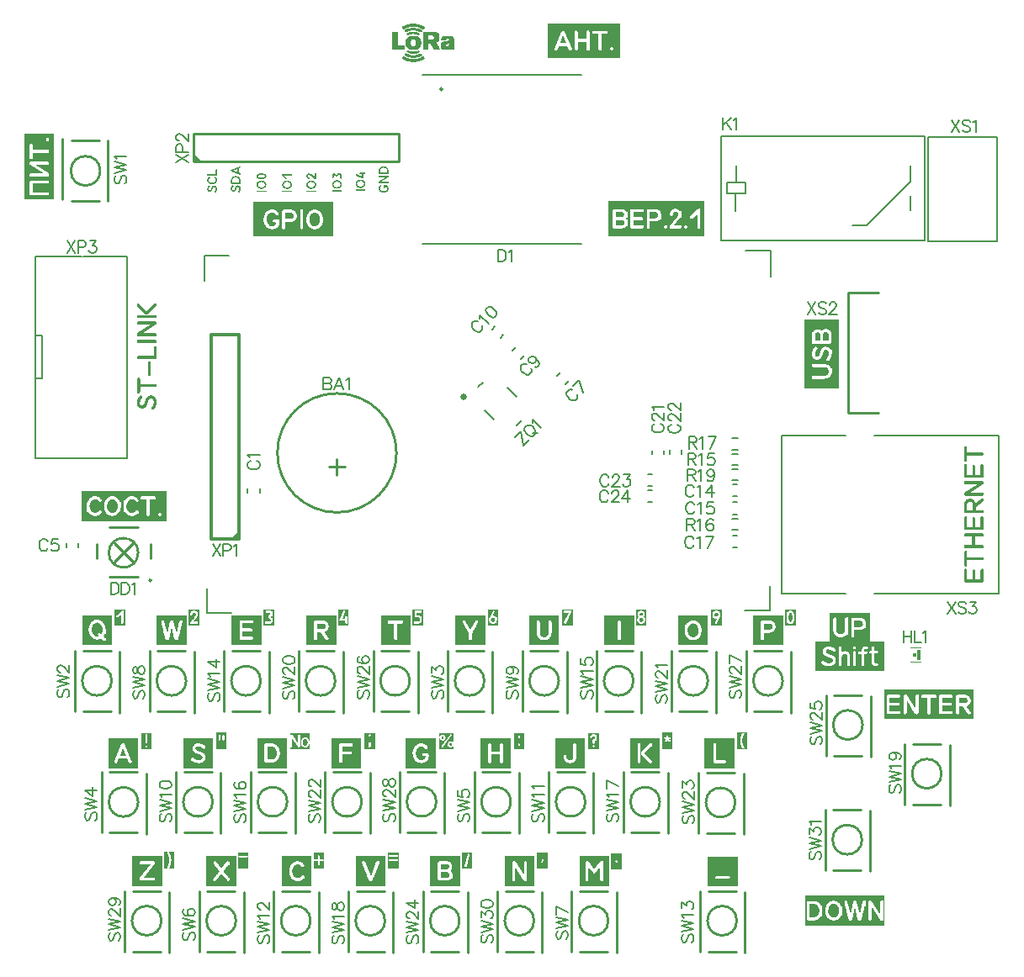
<source format=gto>
G04*
G04 #@! TF.GenerationSoftware,Altium Limited,Altium Designer,21.0.8 (223)*
G04*
G04 Layer_Color=65535*
%FSLAX44Y44*%
%MOMM*%
G71*
G04*
G04 #@! TF.SameCoordinates,C7DFD244-51E8-418D-9BDC-30C7F22D4A59*
G04*
G04*
G04 #@! TF.FilePolarity,Positive*
G04*
G01*
G75*
%ADD10C,0.2540*%
%ADD11C,0.2500*%
%ADD12C,0.2000*%
%ADD13C,0.3000*%
%ADD14C,0.1000*%
%ADD15C,0.2560*%
%ADD16C,0.5000*%
%ADD17R,0.3750X1.0750*%
%ADD18R,0.3500X0.3000*%
G36*
X884718Y80617D02*
X804718D01*
Y110617D01*
X884718D01*
Y80617D01*
D02*
G37*
G36*
X407655Y362868D02*
X377655D01*
Y392868D01*
X407655D01*
Y362868D01*
D02*
G37*
G36*
X508236Y269102D02*
Y239102D01*
X478236D01*
Y269102D01*
X508236D01*
D02*
G37*
G36*
X361592Y838725D02*
X361717Y838697D01*
X361856Y838642D01*
X361995Y838558D01*
X362119Y838420D01*
X362161Y838336D01*
X362203Y838225D01*
X362216Y838115D01*
X362230Y837976D01*
Y837948D01*
X362216Y837851D01*
X362189Y837740D01*
X362133Y837601D01*
X362050Y837449D01*
X361911Y837338D01*
X361828Y837282D01*
X361731Y837241D01*
X361606Y837227D01*
X361482Y837213D01*
X359803D01*
Y833524D01*
X359790Y833469D01*
X359762Y833344D01*
X359720Y833205D01*
X359637Y833053D01*
X359526Y832928D01*
X359443Y832872D01*
X359360Y832831D01*
X359249Y832817D01*
X359138Y832803D01*
X359124D01*
X359096D01*
X359055D01*
X358999Y832817D01*
X358874Y832845D01*
X358708Y832900D01*
X352675Y835771D01*
X352661Y835785D01*
X352606Y835812D01*
X352536Y835868D01*
X352453Y835937D01*
X352370Y836020D01*
X352301Y836145D01*
X352245Y836270D01*
X352231Y836436D01*
Y836492D01*
X352245Y836547D01*
X352259Y836617D01*
X352287Y836700D01*
X352328Y836797D01*
X352384Y836880D01*
X352453Y836977D01*
X352467Y836991D01*
X352495Y837019D01*
X352536Y837061D01*
X352592Y837102D01*
X352675Y837144D01*
X352758Y837185D01*
X352869Y837213D01*
X352980Y837227D01*
X352994D01*
X353008D01*
X353091Y837213D01*
X353202Y837199D01*
X353327Y837144D01*
X358278Y834800D01*
Y837213D01*
X357099D01*
X357085D01*
X357030D01*
X356974Y837227D01*
X356877Y837241D01*
X356780Y837269D01*
X356683Y837310D01*
X356586Y837366D01*
X356489Y837449D01*
X356475Y837463D01*
X356461Y837490D01*
X356433Y837532D01*
X356392Y837601D01*
X356350Y837671D01*
X356323Y837768D01*
X356309Y837865D01*
X356295Y837976D01*
Y838031D01*
X356309Y838087D01*
X356323Y838156D01*
X356378Y838323D01*
X356420Y838420D01*
X356489Y838503D01*
X356503Y838517D01*
X356530Y838544D01*
X356586Y838572D01*
X356655Y838628D01*
X356739Y838669D01*
X356850Y838697D01*
X356960Y838725D01*
X357099Y838739D01*
X361482D01*
X361495D01*
X361509D01*
X361592Y838725D01*
D02*
G37*
G36*
X357432Y831721D02*
X357557D01*
X357723Y831693D01*
X357931Y831680D01*
X358139Y831638D01*
X358389Y831596D01*
X358638Y831527D01*
X358916Y831458D01*
X359193Y831361D01*
X359484Y831250D01*
X359790Y831125D01*
X360081Y830958D01*
X360372Y830792D01*
X360649Y830584D01*
X360663Y830570D01*
X360719Y830528D01*
X360788Y830459D01*
X360899Y830362D01*
X361010Y830237D01*
X361149Y830085D01*
X361287Y829918D01*
X361440Y829724D01*
X361592Y829516D01*
X361731Y829280D01*
X361870Y829017D01*
X361981Y828739D01*
X362078Y828448D01*
X362161Y828129D01*
X362216Y827810D01*
X362230Y827464D01*
Y827380D01*
X362216Y827283D01*
X362203Y827159D01*
X362175Y826992D01*
X362147Y826812D01*
X362092Y826604D01*
X362036Y826368D01*
X361953Y826132D01*
X361842Y825883D01*
X361717Y825619D01*
X361565Y825356D01*
X361384Y825092D01*
X361176Y824843D01*
X360927Y824579D01*
X360649Y824343D01*
X360636Y824329D01*
X360580Y824288D01*
X360497Y824232D01*
X360386Y824163D01*
X360247Y824080D01*
X360081Y823983D01*
X359887Y823872D01*
X359665Y823775D01*
X359429Y823664D01*
X359165Y823553D01*
X358888Y823456D01*
X358583Y823372D01*
X358264Y823303D01*
X357931Y823248D01*
X357598Y823206D01*
X357238Y823192D01*
X357210D01*
X357155D01*
X357044Y823206D01*
X356919D01*
X356739Y823234D01*
X356544Y823248D01*
X356336Y823289D01*
X356087Y823331D01*
X355837Y823400D01*
X355560Y823469D01*
X355282Y823567D01*
X354991Y823678D01*
X354700Y823816D01*
X354409Y823969D01*
X354117Y824135D01*
X353840Y824343D01*
X353826Y824357D01*
X353771Y824399D01*
X353688Y824468D01*
X353590Y824565D01*
X353466Y824690D01*
X353341Y824843D01*
X353188Y825009D01*
X353036Y825203D01*
X352897Y825411D01*
X352744Y825661D01*
X352620Y825910D01*
X352495Y826188D01*
X352398Y826479D01*
X352314Y826798D01*
X352259Y827117D01*
X352245Y827464D01*
Y827547D01*
X352259Y827644D01*
X352273Y827783D01*
X352287Y827935D01*
X352328Y828115D01*
X352384Y828324D01*
X352439Y828559D01*
X352523Y828795D01*
X352634Y829045D01*
X352758Y829308D01*
X352911Y829572D01*
X353105Y829835D01*
X353313Y830099D01*
X353563Y830348D01*
X353840Y830584D01*
X353854Y830598D01*
X353909Y830639D01*
X353993Y830695D01*
X354104Y830764D01*
X354242Y830847D01*
X354409Y830945D01*
X354603Y831056D01*
X354811Y831167D01*
X355061Y831264D01*
X355310Y831375D01*
X355601Y831472D01*
X355893Y831555D01*
X356212Y831624D01*
X356544Y831680D01*
X356877Y831721D01*
X357238Y831735D01*
X357266D01*
X357321D01*
X357432Y831721D01*
D02*
G37*
G36*
X361592Y821639D02*
X361676Y821625D01*
X361759Y821597D01*
X361856Y821556D01*
X361939Y821500D01*
X362022Y821431D01*
X362036Y821417D01*
X362050Y821389D01*
X362092Y821348D01*
X362119Y821278D01*
X362161Y821195D01*
X362203Y821098D01*
X362216Y821001D01*
X362230Y820876D01*
Y820821D01*
X362216Y820765D01*
X362203Y820696D01*
X362175Y820599D01*
X362147Y820516D01*
X362092Y820418D01*
X362022Y820335D01*
X362009Y820321D01*
X361981Y820307D01*
X361939Y820266D01*
X361870Y820238D01*
X361800Y820197D01*
X361703Y820155D01*
X361606Y820141D01*
X361482Y820127D01*
X353008D01*
X352994D01*
X352952D01*
X352897Y820141D01*
X352814Y820155D01*
X352731Y820183D01*
X352634Y820210D01*
X352550Y820266D01*
X352467Y820335D01*
X352453Y820349D01*
X352425Y820377D01*
X352398Y820418D01*
X352356Y820488D01*
X352314Y820571D01*
X352273Y820654D01*
X352259Y820765D01*
X352245Y820876D01*
Y820932D01*
X352259Y820987D01*
X352273Y821070D01*
X352301Y821153D01*
X352342Y821251D01*
X352398Y821348D01*
X352467Y821431D01*
X352481Y821445D01*
X352509Y821472D01*
X352550Y821500D01*
X352606Y821542D01*
X352689Y821583D01*
X352786Y821625D01*
X352883Y821639D01*
X353008Y821653D01*
X361482D01*
X361495D01*
X361537D01*
X361592Y821639D01*
D02*
G37*
G36*
X283333Y269102D02*
Y239102D01*
X253333D01*
Y269102D01*
X283333D01*
D02*
G37*
G36*
X332846Y362868D02*
X302846D01*
Y392868D01*
X332846D01*
Y362868D01*
D02*
G37*
G36*
X469734Y138250D02*
X459250D01*
Y154250D01*
X469734D01*
Y138250D01*
D02*
G37*
G36*
X357769Y239102D02*
X327769D01*
Y269102D01*
X357769D01*
Y239102D01*
D02*
G37*
G36*
X133323Y269102D02*
Y239102D01*
X103323D01*
Y269102D01*
X133323D01*
D02*
G37*
G36*
X632555Y392868D02*
Y362868D01*
X602555D01*
Y392868D01*
X632555D01*
D02*
G37*
G36*
X345234Y383000D02*
X334750D01*
Y399000D01*
X345234D01*
Y383000D01*
D02*
G37*
G36*
X301721Y268204D02*
X301924Y268185D01*
X302110Y268129D01*
X302295Y268055D01*
X302609Y267889D01*
X302887Y267685D01*
X303109Y267481D01*
X303276Y267315D01*
X303332Y267241D01*
X303369Y267204D01*
X303406Y267167D01*
Y267148D01*
X303628Y266778D01*
X303794Y266389D01*
X303906Y266019D01*
X303998Y265685D01*
X304035Y265389D01*
X304054Y265278D01*
Y265167D01*
X304072Y265074D01*
Y265019D01*
Y264982D01*
Y264963D01*
X304035Y264519D01*
X303961Y264111D01*
X303869Y263741D01*
X303739Y263426D01*
X303609Y263167D01*
X303517Y262963D01*
X303461Y262889D01*
X303443Y262834D01*
X303406Y262815D01*
Y262797D01*
X303258Y262612D01*
X303109Y262445D01*
X302961Y262297D01*
X302795Y262167D01*
X302628Y262056D01*
X302480Y261963D01*
X302183Y261834D01*
X301906Y261760D01*
X301702Y261723D01*
X301609Y261704D01*
X301498D01*
X301295Y261723D01*
X301091Y261760D01*
X300906Y261797D01*
X300721Y261871D01*
X300406Y262056D01*
X300128Y262260D01*
X299906Y262445D01*
X299739Y262630D01*
X299684Y262704D01*
X299647Y262741D01*
X299610Y262778D01*
Y262797D01*
X299387Y263167D01*
X299221Y263537D01*
X299110Y263908D01*
X299036Y264241D01*
X298980Y264537D01*
X298962Y264648D01*
Y264759D01*
X298943Y264852D01*
Y264907D01*
Y264945D01*
Y264963D01*
X298980Y265408D01*
X299054Y265815D01*
X299147Y266185D01*
X299276Y266500D01*
X299406Y266778D01*
X299462Y266889D01*
X299499Y266981D01*
X299554Y267055D01*
X299573Y267111D01*
X299610Y267129D01*
Y267148D01*
X299758Y267333D01*
X299906Y267500D01*
X300054Y267648D01*
X300221Y267778D01*
X300369Y267870D01*
X300536Y267963D01*
X300832Y268092D01*
X301091Y268167D01*
X301313Y268204D01*
X301387Y268222D01*
X301498D01*
X301721Y268204D01*
D02*
G37*
G36*
X294110Y260297D02*
X294147Y260241D01*
X294203Y260204D01*
X294333Y260093D01*
X294444Y260038D01*
X294481Y260001D01*
X294499D01*
X294703Y259908D01*
X294851Y259853D01*
X294944Y259834D01*
X287500D01*
X287685Y259853D01*
X287833Y259871D01*
X287981Y259927D01*
X288092Y259982D01*
X288278Y260149D01*
X288389Y260334D01*
X288463Y260519D01*
X288500Y260686D01*
X288518Y260797D01*
Y260815D01*
Y260834D01*
Y269240D01*
X294110Y260297D01*
D02*
G37*
G36*
X286500Y260667D02*
X286518Y260538D01*
X286574Y260408D01*
X286630Y260315D01*
X286667Y260223D01*
X286722Y260167D01*
X286741Y260130D01*
X286759Y260112D01*
X286870Y260019D01*
X287000Y259945D01*
X287130Y259908D01*
X287241Y259871D01*
X287352Y259853D01*
X287426Y259834D01*
X286481D01*
Y260834D01*
X286500Y260667D01*
D02*
G37*
G36*
X305850Y274500D02*
Y258500D01*
X286481D01*
Y259834D01*
X305850D01*
Y264963D01*
X305831Y265315D01*
X305794Y265648D01*
X305739Y265982D01*
X305665Y266296D01*
X305591Y266593D01*
X305480Y266870D01*
X305387Y267148D01*
X305276Y267389D01*
X305165Y267611D01*
X305072Y267796D01*
X304961Y267981D01*
X304887Y268111D01*
X304813Y268241D01*
X304757Y268315D01*
X304720Y268370D01*
X304702Y268389D01*
X304461Y268685D01*
X304202Y268944D01*
X303943Y269166D01*
X303683Y269352D01*
X303424Y269518D01*
X303183Y269648D01*
X302924Y269759D01*
X302702Y269851D01*
X302480Y269907D01*
X302276Y269963D01*
X302091Y270000D01*
X301924Y270037D01*
X301813D01*
X301702Y270055D01*
X301628D01*
X301276Y270037D01*
X300943Y269981D01*
X300628Y269907D01*
X300332Y269796D01*
X300036Y269685D01*
X299776Y269537D01*
X299536Y269389D01*
X299314Y269240D01*
X299110Y269092D01*
X298925Y268944D01*
X298776Y268796D01*
X298647Y268685D01*
X298536Y268574D01*
X298462Y268500D01*
X298425Y268444D01*
X298406Y268426D01*
X298184Y268129D01*
X297999Y267833D01*
X297832Y267537D01*
X297684Y267241D01*
X297573Y266944D01*
X297462Y266648D01*
X297314Y266111D01*
X297277Y265870D01*
X297240Y265648D01*
X297203Y265463D01*
X297184Y265296D01*
X297166Y265148D01*
Y265056D01*
Y264982D01*
Y264963D01*
X297184Y264593D01*
X297221Y264241D01*
X297277Y263908D01*
X297351Y263593D01*
X297443Y263278D01*
X297536Y263000D01*
X297647Y262741D01*
X297758Y262500D01*
X297851Y262278D01*
X297962Y262093D01*
X298054Y261926D01*
X298147Y261778D01*
X298221Y261667D01*
X298277Y261593D01*
X298314Y261537D01*
X298332Y261519D01*
X298573Y261241D01*
X298832Y261000D01*
X299091Y260778D01*
X299350Y260593D01*
X299628Y260445D01*
X299888Y260315D01*
X300147Y260204D01*
X300387Y260130D01*
X300610Y260056D01*
X300832Y260019D01*
X301017Y259982D01*
X301184Y259945D01*
X301313D01*
X301406Y259927D01*
X301498D01*
X301850Y259945D01*
X302183Y260001D01*
X302517Y260075D01*
X302813Y260167D01*
X303091Y260297D01*
X303350Y260427D01*
X303591Y260575D01*
X303813Y260723D01*
X304017Y260871D01*
X304183Y261019D01*
X304331Y261149D01*
X304461Y261278D01*
X304554Y261371D01*
X304628Y261445D01*
X304665Y261500D01*
X304683Y261519D01*
X304887Y261797D01*
X305072Y262093D01*
X305220Y262389D01*
X305350Y262686D01*
X305480Y262982D01*
X305572Y263260D01*
X305702Y263797D01*
X305757Y264037D01*
X305794Y264259D01*
X305813Y264463D01*
X305831Y264630D01*
X305850Y264778D01*
Y259834D01*
X294981D01*
X295240Y259853D01*
X295443Y259871D01*
X295647Y259927D01*
X295814Y259982D01*
X295944Y260075D01*
X296055Y260149D01*
X296147Y260241D01*
X296221Y260334D01*
X296332Y260519D01*
X296388Y260686D01*
X296406Y260797D01*
Y260815D01*
Y260834D01*
Y272148D01*
X296388Y272314D01*
X296369Y272444D01*
X296314Y272573D01*
X296258Y272684D01*
X296203Y272759D01*
X296166Y272814D01*
X296129Y272851D01*
X296110Y272870D01*
X295999Y272962D01*
X295888Y273036D01*
X295758Y273092D01*
X295647Y273129D01*
X295536Y273147D01*
X295462Y273166D01*
X295388D01*
X295221Y273147D01*
X295092Y273129D01*
X294962Y273073D01*
X294851Y273018D01*
X294758Y272962D01*
X294703Y272925D01*
X294666Y272888D01*
X294647Y272870D01*
X294555Y272759D01*
X294481Y272647D01*
X294444Y272518D01*
X294407Y272407D01*
X294388Y272296D01*
X294370Y272222D01*
Y272166D01*
Y272148D01*
Y263722D01*
X288759Y272684D01*
X288722Y272740D01*
X288666Y272777D01*
X288537Y272888D01*
X288407Y272962D01*
X288370Y272981D01*
X288352D01*
X288148Y273092D01*
X288000Y273147D01*
X287926Y273166D01*
X287889D01*
X287648Y273147D01*
X287426Y273129D01*
X287241Y273073D01*
X287074Y272999D01*
X286944Y272925D01*
X286833Y272851D01*
X286741Y272759D01*
X286667Y272666D01*
X286556Y272462D01*
X286500Y272314D01*
X286481Y272185D01*
Y273166D01*
D01*
Y274500D01*
X305850D01*
D02*
G37*
G36*
X163557Y154841D02*
X163409Y154804D01*
X163279Y154767D01*
X163168Y154711D01*
X163094Y154637D01*
X163020Y154600D01*
X162983Y154563D01*
X162965Y154545D01*
X162854Y154433D01*
X162780Y154304D01*
X162724Y154193D01*
X162687Y154082D01*
X162668Y153971D01*
X162650Y153897D01*
Y154859D01*
X163705D01*
X163557Y154841D01*
D02*
G37*
G36*
X166835Y146527D02*
X166816Y147323D01*
X166761Y148082D01*
X166705Y148434D01*
X166668Y148786D01*
X166612Y149119D01*
X166575Y149416D01*
X166520Y149712D01*
X166464Y149952D01*
X166427Y150175D01*
X166390Y150378D01*
X166353Y150527D01*
X166316Y150638D01*
X166298Y150712D01*
Y150730D01*
X166168Y151193D01*
X166038Y151619D01*
X165890Y152008D01*
X165742Y152378D01*
X165594Y152711D01*
X165427Y153026D01*
X165279Y153304D01*
X165131Y153545D01*
X165002Y153767D01*
X164872Y153952D01*
X164761Y154119D01*
X164668Y154248D01*
X164576Y154341D01*
X164520Y154415D01*
X164483Y154452D01*
X164464Y154471D01*
X164335Y154600D01*
X164187Y154693D01*
X164057Y154767D01*
X163946Y154804D01*
X163853Y154841D01*
X163779Y154859D01*
X166835D01*
Y146527D01*
D02*
G37*
G36*
Y138250D02*
X163705D01*
X163853Y138268D01*
X163983Y138306D01*
X164224Y138435D01*
X164335Y138509D01*
X164409Y138565D01*
X164446Y138602D01*
X164464Y138620D01*
X164687Y138861D01*
X164890Y139139D01*
X165076Y139417D01*
X165261Y139713D01*
X165557Y140342D01*
X165835Y140935D01*
X165927Y141231D01*
X166038Y141490D01*
X166112Y141731D01*
X166187Y141935D01*
X166224Y142101D01*
X166261Y142231D01*
X166298Y142305D01*
Y142342D01*
X166483Y143120D01*
X166612Y143879D01*
X166705Y144583D01*
X166742Y144916D01*
X166761Y145212D01*
X166798Y145508D01*
X166816Y145749D01*
Y145971D01*
X166835Y146175D01*
Y138250D01*
D02*
G37*
G36*
X169984D02*
X159500D01*
Y154859D01*
X162650D01*
Y153822D01*
X162668Y153711D01*
X162687Y153600D01*
X162780Y153397D01*
X162835Y153304D01*
X162872Y153230D01*
X162891Y153193D01*
X162909Y153174D01*
X163242Y152674D01*
X163520Y152137D01*
X163779Y151600D01*
X163983Y151045D01*
X164168Y150489D01*
X164316Y149934D01*
X164446Y149397D01*
X164539Y148878D01*
X164631Y148397D01*
X164687Y147953D01*
X164724Y147545D01*
X164742Y147193D01*
X164761Y146916D01*
X164779Y146805D01*
Y146712D01*
Y146638D01*
Y146582D01*
Y146545D01*
Y146527D01*
X164761Y145786D01*
X164705Y145083D01*
X164613Y144416D01*
X164483Y143786D01*
X164353Y143212D01*
X164187Y142675D01*
X164020Y142176D01*
X163853Y141713D01*
X163668Y141305D01*
X163502Y140953D01*
X163335Y140657D01*
X163205Y140398D01*
X163076Y140194D01*
X162983Y140046D01*
X162928Y139972D01*
X162909Y139935D01*
X162817Y139805D01*
X162761Y139676D01*
X162687Y139472D01*
X162668Y139398D01*
X162650Y139342D01*
Y139287D01*
X162668Y139139D01*
X162705Y138991D01*
X162743Y138879D01*
X162817Y138768D01*
X162872Y138676D01*
X162909Y138620D01*
X162946Y138583D01*
X162965Y138565D01*
X163094Y138454D01*
X163205Y138380D01*
X163335Y138324D01*
X163446Y138287D01*
X163557Y138268D01*
X163631Y138250D01*
X166835D01*
Y154859D01*
X169984D01*
Y138250D01*
D02*
G37*
G36*
X222571Y275485D02*
Y258264D01*
X212087D01*
Y275485D01*
X222571D01*
D02*
G37*
G36*
X706881Y362868D02*
X676881D01*
Y392868D01*
X706881D01*
Y362868D01*
D02*
G37*
G36*
X257415D02*
X227415D01*
Y392868D01*
X257415D01*
Y362868D01*
D02*
G37*
G36*
X120234Y383000D02*
X109750D01*
Y399000D01*
X120234D01*
Y383000D01*
D02*
G37*
G36*
X532403Y120302D02*
X502403D01*
Y150302D01*
X532403D01*
Y120302D01*
D02*
G37*
G36*
X157553D02*
X127553D01*
Y150302D01*
X157553D01*
Y120302D01*
D02*
G37*
G36*
X420234Y383000D02*
X409750D01*
Y399000D01*
X420234D01*
Y383000D01*
D02*
G37*
G36*
X395439Y138250D02*
X384955D01*
Y154250D01*
X395439D01*
Y138250D01*
D02*
G37*
G36*
X232268Y120302D02*
X202268D01*
Y150302D01*
X232268D01*
Y120302D01*
D02*
G37*
G36*
X320485Y138250D02*
X310000D01*
Y154250D01*
X320485D01*
Y138250D01*
D02*
G37*
G36*
X270189Y383000D02*
X259705D01*
Y399000D01*
X270189D01*
Y383000D01*
D02*
G37*
G36*
X308014Y120302D02*
X278014D01*
Y150302D01*
X308014D01*
Y120302D01*
D02*
G37*
G36*
X557057Y392868D02*
Y362868D01*
X527057D01*
Y392868D01*
X557057D01*
D02*
G37*
G36*
X703250Y775000D02*
X606750D01*
Y809854D01*
X703250D01*
Y775000D01*
D02*
G37*
G36*
X49000Y811500D02*
X19000D01*
Y877750D01*
X49000D01*
Y811500D01*
D02*
G37*
G36*
X618500Y954250D02*
X545500D01*
Y989104D01*
X618500D01*
Y954250D01*
D02*
G37*
G36*
X619985Y137000D02*
X609500D01*
Y153000D01*
X619985D01*
Y137000D01*
D02*
G37*
G36*
X795190Y383000D02*
X784705D01*
Y399000D01*
X795190D01*
Y383000D01*
D02*
G37*
G36*
X545485Y137750D02*
X535000D01*
Y153750D01*
X545485D01*
Y137750D01*
D02*
G37*
G36*
X743540Y275109D02*
X746690D01*
Y258500D01*
X736205D01*
Y275109D01*
X739355D01*
D01*
X742484D01*
X742336Y275091D01*
X742188Y275054D01*
X742058Y274998D01*
X741947Y274924D01*
X741855Y274850D01*
X741780Y274795D01*
X741743Y274757D01*
X741725Y274739D01*
X741503Y274498D01*
X741299Y274239D01*
X741114Y273943D01*
X740947Y273647D01*
X740632Y273036D01*
X740373Y272424D01*
X740262Y272128D01*
X740151Y271869D01*
X740077Y271628D01*
X740022Y271406D01*
X739966Y271239D01*
X739929Y271110D01*
X739892Y271036D01*
Y270999D01*
X739707Y270221D01*
X739577Y269462D01*
X739484Y268758D01*
X739447Y268425D01*
X739429Y268110D01*
X739392Y267832D01*
Y267573D01*
X739373Y267351D01*
X739355Y267166D01*
Y266795D01*
X739373Y266018D01*
X739447Y265240D01*
X739484Y264888D01*
X739521Y264536D01*
X739577Y264203D01*
X739633Y263907D01*
X739670Y263629D01*
X739725Y263370D01*
X739762Y263148D01*
X739818Y262944D01*
X739836Y262796D01*
X739873Y262685D01*
X739892Y262611D01*
Y262592D01*
X740022Y262129D01*
X740151Y261703D01*
X740299Y261315D01*
X740447Y260944D01*
X740614Y260611D01*
X740762Y260315D01*
X740910Y260037D01*
X741058Y259796D01*
X741188Y259574D01*
X741318Y259389D01*
X741429Y259222D01*
X741521Y259093D01*
X741614Y259000D01*
X741669Y258926D01*
X741706Y258889D01*
X741725Y258870D01*
X741873Y258741D01*
X742003Y258648D01*
X742132Y258592D01*
X742243Y258556D01*
X742336Y258519D01*
X742410Y258500D01*
X739355D01*
X743540D01*
X742484D01*
X742632Y258519D01*
X742762Y258556D01*
X742891Y258592D01*
X743003Y258667D01*
X743077Y258722D01*
X743151Y258759D01*
X743188Y258796D01*
X743206Y258815D01*
X743317Y258926D01*
X743391Y259056D01*
X743465Y259167D01*
X743503Y259296D01*
X743521Y259389D01*
X743540Y259463D01*
Y259537D01*
X743521Y259648D01*
X743503Y259759D01*
X743410Y259981D01*
X743354Y260074D01*
X743299Y260148D01*
X743280Y260185D01*
X743262Y260203D01*
X742929Y260685D01*
X742651Y261203D01*
X742392Y261740D01*
X742188Y262277D01*
X742003Y262833D01*
X741855Y263388D01*
X741725Y263907D01*
X741632Y264425D01*
X741540Y264925D01*
X741484Y265370D01*
X741447Y265758D01*
X741429Y266110D01*
X741410Y266407D01*
X741392Y266518D01*
Y266610D01*
Y266684D01*
Y266758D01*
Y266777D01*
Y266795D01*
X741410Y267555D01*
X741466Y268258D01*
X741558Y268925D01*
X741688Y269554D01*
X741818Y270147D01*
X741984Y270702D01*
X742151Y271184D01*
X742336Y271647D01*
X742503Y272054D01*
X742669Y272406D01*
X742836Y272702D01*
X742966Y272943D01*
X743095Y273147D01*
X743188Y273295D01*
X743243Y273369D01*
X743262Y273406D01*
X743354Y273535D01*
X743428Y273665D01*
X743465Y273776D01*
X743503Y273887D01*
X743521Y273961D01*
X743540Y274017D01*
Y274072D01*
X743521Y274221D01*
X743484Y274369D01*
X743428Y274480D01*
X743373Y274591D01*
X743317Y274683D01*
X743262Y274739D01*
X743225Y274776D01*
X743206Y274795D01*
X743077Y274906D01*
X742966Y274980D01*
X742836Y275035D01*
X742725Y275072D01*
X742632Y275091D01*
X742558Y275109D01*
X743540D01*
D01*
D02*
G37*
G36*
X311887Y838116D02*
X311998Y838089D01*
X312137Y838033D01*
X312289Y837950D01*
X312400Y837811D01*
X312456Y837728D01*
X312497Y837617D01*
X312511Y837506D01*
X312525Y837367D01*
Y832721D01*
X312511Y832680D01*
X312497Y832541D01*
X312442Y832389D01*
X312373Y832236D01*
X312262Y832097D01*
X312178Y832056D01*
X312095Y832014D01*
X311998Y831986D01*
X311887Y831973D01*
X311873D01*
X311832D01*
X311776Y831986D01*
X311693Y832000D01*
X311610Y832028D01*
X311499Y832070D01*
X311388Y832125D01*
X311277Y832208D01*
X311263Y832222D01*
X311208Y832264D01*
X311111Y832347D01*
X311000Y832444D01*
X310847Y832569D01*
X310681Y832721D01*
X310487Y832888D01*
X310265Y833068D01*
X310029Y833276D01*
X309779Y833484D01*
X309516Y833720D01*
X309238Y833956D01*
X308656Y834455D01*
X308046Y834968D01*
X308018Y834982D01*
X307962Y835038D01*
X307865Y835107D01*
X307740Y835204D01*
X307588Y835315D01*
X307422Y835440D01*
X307227Y835578D01*
X307019Y835717D01*
X306576Y835981D01*
X306340Y836105D01*
X306118Y836216D01*
X305896Y836313D01*
X305688Y836383D01*
X305494Y836438D01*
X305314Y836452D01*
X305300D01*
X305286D01*
X305244D01*
X305189Y836438D01*
X305064Y836411D01*
X304897Y836341D01*
X304717Y836230D01*
X304634Y836161D01*
X304551Y836064D01*
X304468Y835967D01*
X304384Y835842D01*
X304315Y835703D01*
X304246Y835537D01*
Y835523D01*
X304232Y835495D01*
X304218Y835454D01*
X304204Y835398D01*
X304176Y835246D01*
X304163Y835079D01*
Y834982D01*
X304176Y834885D01*
X304218Y834746D01*
X304260Y834594D01*
X304329Y834441D01*
X304426Y834275D01*
X304565Y834108D01*
X304578Y834094D01*
X304634Y834053D01*
X304717Y833984D01*
X304842Y833914D01*
X304981Y833831D01*
X305147Y833775D01*
X305341Y833720D01*
X305549Y833706D01*
X305563D01*
X305577D01*
X305660Y833692D01*
X305785Y833665D01*
X305924Y833609D01*
X306063Y833526D01*
X306187Y833387D01*
X306229Y833304D01*
X306271Y833193D01*
X306284Y833082D01*
X306298Y832943D01*
Y832916D01*
X306284Y832819D01*
X306257Y832708D01*
X306201Y832569D01*
X306118Y832416D01*
X305979Y832306D01*
X305882Y832250D01*
X305785Y832208D01*
X305674Y832195D01*
X305536Y832181D01*
X305522D01*
X305480D01*
X305411D01*
X305327Y832195D01*
X305230Y832208D01*
X305105Y832222D01*
X304967Y832250D01*
X304814Y832292D01*
X304495Y832389D01*
X304329Y832472D01*
X304149Y832555D01*
X303968Y832652D01*
X303802Y832763D01*
X303636Y832902D01*
X303469Y833054D01*
X303455Y833068D01*
X303428Y833096D01*
X303386Y833138D01*
X303344Y833207D01*
X303275Y833290D01*
X303206Y833387D01*
X303136Y833498D01*
X303053Y833637D01*
X302901Y833928D01*
X302762Y834275D01*
X302720Y834455D01*
X302679Y834663D01*
X302651Y834871D01*
X302637Y835079D01*
Y835162D01*
X302651Y835259D01*
X302665Y835384D01*
X302679Y835537D01*
X302706Y835703D01*
X302762Y835870D01*
X302817Y836050D01*
Y836064D01*
X302831Y836092D01*
X302845Y836133D01*
X302873Y836202D01*
X302956Y836369D01*
X303067Y836563D01*
X303219Y836799D01*
X303414Y837035D01*
X303636Y837270D01*
X303913Y837478D01*
X303927D01*
X303941Y837506D01*
X303982Y837520D01*
X304038Y837562D01*
X304107Y837589D01*
X304190Y837631D01*
X304398Y837728D01*
X304634Y837825D01*
X304911Y837894D01*
X305217Y837950D01*
X305549Y837978D01*
X305563D01*
X305591D01*
X305646D01*
X305716Y837964D01*
X305813D01*
X305910Y837950D01*
X306159Y837894D01*
X306437Y837825D01*
X306742Y837714D01*
X307061Y837548D01*
X307213Y837451D01*
X307366Y837340D01*
X311000Y834400D01*
Y837395D01*
X311014Y837492D01*
X311041Y837603D01*
X311097Y837756D01*
X311180Y837894D01*
X311319Y838005D01*
X311402Y838061D01*
X311513Y838102D01*
X311624Y838116D01*
X311762Y838130D01*
X311776D01*
X311790D01*
X311887Y838116D01*
D02*
G37*
G36*
X307838Y830835D02*
X307962D01*
X308129Y830808D01*
X308337Y830794D01*
X308545Y830752D01*
X308794Y830711D01*
X309044Y830641D01*
X309321Y830572D01*
X309599Y830475D01*
X309890Y830364D01*
X310195Y830239D01*
X310487Y830073D01*
X310778Y829906D01*
X311055Y829698D01*
X311069Y829684D01*
X311124Y829643D01*
X311194Y829573D01*
X311305Y829476D01*
X311416Y829352D01*
X311554Y829199D01*
X311693Y829033D01*
X311846Y828838D01*
X311998Y828630D01*
X312137Y828395D01*
X312276Y828131D01*
X312386Y827854D01*
X312484Y827562D01*
X312567Y827243D01*
X312622Y826925D01*
X312636Y826578D01*
Y826495D01*
X312622Y826397D01*
X312608Y826273D01*
X312581Y826106D01*
X312553Y825926D01*
X312497Y825718D01*
X312442Y825482D01*
X312359Y825247D01*
X312248Y824997D01*
X312123Y824733D01*
X311970Y824470D01*
X311790Y824206D01*
X311582Y823957D01*
X311332Y823693D01*
X311055Y823457D01*
X311041Y823444D01*
X310986Y823402D01*
X310903Y823346D01*
X310792Y823277D01*
X310653Y823194D01*
X310487Y823097D01*
X310292Y822986D01*
X310070Y822889D01*
X309835Y822778D01*
X309571Y822667D01*
X309294Y822570D01*
X308989Y822487D01*
X308670Y822417D01*
X308337Y822362D01*
X308004Y822320D01*
X307644Y822306D01*
X307616D01*
X307560D01*
X307449Y822320D01*
X307325D01*
X307144Y822348D01*
X306950Y822362D01*
X306742Y822403D01*
X306492Y822445D01*
X306243Y822514D01*
X305965Y822584D01*
X305688Y822681D01*
X305397Y822792D01*
X305105Y822930D01*
X304814Y823083D01*
X304523Y823249D01*
X304246Y823457D01*
X304232Y823471D01*
X304176Y823513D01*
X304093Y823582D01*
X303996Y823679D01*
X303871Y823804D01*
X303746Y823957D01*
X303594Y824123D01*
X303441Y824317D01*
X303303Y824525D01*
X303150Y824775D01*
X303025Y825025D01*
X302901Y825302D01*
X302803Y825593D01*
X302720Y825912D01*
X302665Y826231D01*
X302651Y826578D01*
Y826661D01*
X302665Y826758D01*
X302679Y826897D01*
X302692Y827049D01*
X302734Y827230D01*
X302789Y827438D01*
X302845Y827673D01*
X302928Y827909D01*
X303039Y828159D01*
X303164Y828422D01*
X303316Y828686D01*
X303511Y828949D01*
X303719Y829213D01*
X303968Y829463D01*
X304246Y829698D01*
X304260Y829712D01*
X304315Y829754D01*
X304398Y829809D01*
X304509Y829878D01*
X304648Y829962D01*
X304814Y830059D01*
X305009Y830170D01*
X305217Y830281D01*
X305466Y830378D01*
X305716Y830489D01*
X306007Y830586D01*
X306298Y830669D01*
X306617Y830738D01*
X306950Y830794D01*
X307283Y830835D01*
X307644Y830849D01*
X307671D01*
X307727D01*
X307838Y830835D01*
D02*
G37*
G36*
X311998Y820753D02*
X312081Y820739D01*
X312165Y820712D01*
X312262Y820670D01*
X312345Y820614D01*
X312428Y820545D01*
X312442Y820531D01*
X312456Y820503D01*
X312497Y820462D01*
X312525Y820393D01*
X312567Y820309D01*
X312608Y820212D01*
X312622Y820115D01*
X312636Y819990D01*
Y819935D01*
X312622Y819879D01*
X312608Y819810D01*
X312581Y819713D01*
X312553Y819630D01*
X312497Y819533D01*
X312428Y819449D01*
X312414Y819436D01*
X312386Y819422D01*
X312345Y819380D01*
X312276Y819352D01*
X312206Y819311D01*
X312109Y819269D01*
X312012Y819255D01*
X311887Y819241D01*
X303414D01*
X303400D01*
X303358D01*
X303303Y819255D01*
X303219Y819269D01*
X303136Y819297D01*
X303039Y819325D01*
X302956Y819380D01*
X302873Y819449D01*
X302859Y819463D01*
X302831Y819491D01*
X302803Y819533D01*
X302762Y819602D01*
X302720Y819685D01*
X302679Y819768D01*
X302665Y819879D01*
X302651Y819990D01*
Y820046D01*
X302665Y820101D01*
X302679Y820184D01*
X302706Y820268D01*
X302748Y820365D01*
X302803Y820462D01*
X302873Y820545D01*
X302887Y820559D01*
X302914Y820587D01*
X302956Y820614D01*
X303011Y820656D01*
X303095Y820698D01*
X303192Y820739D01*
X303289Y820753D01*
X303414Y820767D01*
X311887D01*
X311901D01*
X311943D01*
X311998Y820753D01*
D02*
G37*
G36*
X257806Y838150D02*
X257972Y838136D01*
X258180Y838109D01*
X258416Y838081D01*
X258680Y838039D01*
X258957Y837998D01*
X259262Y837928D01*
X259567Y837859D01*
X259886Y837762D01*
X260219Y837651D01*
X260552Y837526D01*
X260885Y837374D01*
X261217Y837207D01*
X261231Y837193D01*
X261273Y837179D01*
X261329Y837138D01*
X261412Y837082D01*
X261509Y837013D01*
X261606Y836916D01*
X261717Y836819D01*
X261828Y836694D01*
X261953Y836555D01*
X262064Y836403D01*
X262161Y836223D01*
X262258Y836042D01*
X262341Y835834D01*
X262396Y835612D01*
X262438Y835377D01*
X262452Y835113D01*
Y835058D01*
X262438Y834974D01*
Y834877D01*
X262410Y834766D01*
X262383Y834628D01*
X262355Y834475D01*
X262299Y834323D01*
X262230Y834156D01*
X262147Y833976D01*
X262050Y833810D01*
X261925Y833629D01*
X261786Y833463D01*
X261620Y833310D01*
X261439Y833158D01*
X261217Y833019D01*
X261204Y833005D01*
X261134Y832977D01*
X261037Y832936D01*
X260912Y832866D01*
X260746Y832797D01*
X260552Y832714D01*
X260344Y832631D01*
X260094Y832547D01*
X259817Y832450D01*
X259526Y832367D01*
X259221Y832284D01*
X258888Y832215D01*
X258555Y832145D01*
X258194Y832104D01*
X257834Y832076D01*
X257459Y832062D01*
X257432D01*
X257362D01*
X257265D01*
X257113Y832076D01*
X256932Y832090D01*
X256724Y832117D01*
X256488Y832145D01*
X256239Y832187D01*
X255961Y832228D01*
X255656Y832298D01*
X255351Y832367D01*
X255018Y832464D01*
X254699Y832575D01*
X254366Y832700D01*
X254034Y832852D01*
X253701Y833019D01*
X253687Y833033D01*
X253645Y833047D01*
X253590Y833088D01*
X253507Y833144D01*
X253410Y833227D01*
X253312Y833310D01*
X253202Y833421D01*
X253077Y833532D01*
X252966Y833671D01*
X252855Y833823D01*
X252758Y834004D01*
X252661Y834184D01*
X252577Y834392D01*
X252522Y834614D01*
X252480Y834864D01*
X252467Y835113D01*
Y835182D01*
X252480Y835252D01*
Y835349D01*
X252508Y835460D01*
X252536Y835599D01*
X252564Y835751D01*
X252619Y835904D01*
X252689Y836070D01*
X252772Y836250D01*
X252869Y836417D01*
X252994Y836597D01*
X253132Y836763D01*
X253299Y836916D01*
X253479Y837068D01*
X253701Y837207D01*
X253715Y837221D01*
X253784Y837249D01*
X253881Y837290D01*
X254006Y837360D01*
X254172Y837429D01*
X254353Y837512D01*
X254575Y837596D01*
X254824Y837693D01*
X255102Y837776D01*
X255393Y837859D01*
X255698Y837942D01*
X256017Y838012D01*
X256364Y838081D01*
X256724Y838122D01*
X257085Y838150D01*
X257459Y838164D01*
X257487D01*
X257542D01*
X257653D01*
X257806Y838150D01*
D02*
G37*
G36*
X257653Y830842D02*
X257778D01*
X257945Y830814D01*
X258153Y830800D01*
X258361Y830758D01*
X258610Y830717D01*
X258860Y830648D01*
X259137Y830578D01*
X259415Y830481D01*
X259706Y830370D01*
X260011Y830245D01*
X260302Y830079D01*
X260593Y829912D01*
X260871Y829704D01*
X260885Y829690D01*
X260940Y829649D01*
X261010Y829580D01*
X261120Y829482D01*
X261231Y829358D01*
X261370Y829205D01*
X261509Y829039D01*
X261661Y828845D01*
X261814Y828636D01*
X261953Y828401D01*
X262091Y828137D01*
X262202Y827860D01*
X262299Y827569D01*
X262383Y827250D01*
X262438Y826931D01*
X262452Y826584D01*
Y826501D01*
X262438Y826404D01*
X262424Y826279D01*
X262396Y826113D01*
X262369Y825932D01*
X262313Y825724D01*
X262258Y825488D01*
X262174Y825253D01*
X262064Y825003D01*
X261939Y824740D01*
X261786Y824476D01*
X261606Y824212D01*
X261398Y823963D01*
X261148Y823699D01*
X260871Y823464D01*
X260857Y823450D01*
X260802Y823408D01*
X260718Y823353D01*
X260607Y823283D01*
X260469Y823200D01*
X260302Y823103D01*
X260108Y822992D01*
X259886Y822895D01*
X259650Y822784D01*
X259387Y822673D01*
X259109Y822576D01*
X258804Y822493D01*
X258486Y822423D01*
X258153Y822368D01*
X257820Y822326D01*
X257459Y822313D01*
X257432D01*
X257376D01*
X257265Y822326D01*
X257140D01*
X256960Y822354D01*
X256766Y822368D01*
X256558Y822410D01*
X256308Y822451D01*
X256059Y822521D01*
X255781Y822590D01*
X255504Y822687D01*
X255212Y822798D01*
X254921Y822937D01*
X254630Y823089D01*
X254339Y823256D01*
X254061Y823464D01*
X254048Y823477D01*
X253992Y823519D01*
X253909Y823588D01*
X253812Y823686D01*
X253687Y823810D01*
X253562Y823963D01*
X253410Y824129D01*
X253257Y824324D01*
X253118Y824531D01*
X252966Y824781D01*
X252841Y825031D01*
X252716Y825308D01*
X252619Y825599D01*
X252536Y825918D01*
X252480Y826237D01*
X252467Y826584D01*
Y826667D01*
X252480Y826764D01*
X252494Y826903D01*
X252508Y827056D01*
X252550Y827236D01*
X252605Y827444D01*
X252661Y827680D01*
X252744Y827915D01*
X252855Y828165D01*
X252980Y828428D01*
X253132Y828692D01*
X253326Y828956D01*
X253534Y829219D01*
X253784Y829469D01*
X254061Y829704D01*
X254075Y829718D01*
X254131Y829760D01*
X254214Y829815D01*
X254325Y829885D01*
X254464Y829968D01*
X254630Y830065D01*
X254824Y830176D01*
X255032Y830287D01*
X255282Y830384D01*
X255532Y830495D01*
X255823Y830592D01*
X256114Y830675D01*
X256433Y830744D01*
X256766Y830800D01*
X257099Y830842D01*
X257459Y830855D01*
X257487D01*
X257542D01*
X257653Y830842D01*
D02*
G37*
G36*
X261814Y820759D02*
X261897Y820745D01*
X261980Y820718D01*
X262077Y820676D01*
X262161Y820621D01*
X262244Y820551D01*
X262258Y820537D01*
X262271Y820510D01*
X262313Y820468D01*
X262341Y820399D01*
X262383Y820315D01*
X262424Y820218D01*
X262438Y820121D01*
X262452Y819996D01*
Y819941D01*
X262438Y819886D01*
X262424Y819816D01*
X262396Y819719D01*
X262369Y819636D01*
X262313Y819539D01*
X262244Y819456D01*
X262230Y819442D01*
X262202Y819428D01*
X262161Y819386D01*
X262091Y819359D01*
X262022Y819317D01*
X261925Y819275D01*
X261828Y819261D01*
X261703Y819248D01*
X253229D01*
X253216D01*
X253174D01*
X253118Y819261D01*
X253035Y819275D01*
X252952Y819303D01*
X252855Y819331D01*
X252772Y819386D01*
X252689Y819456D01*
X252675Y819470D01*
X252647Y819497D01*
X252619Y819539D01*
X252577Y819608D01*
X252536Y819691D01*
X252494Y819775D01*
X252480Y819886D01*
X252467Y819996D01*
Y820052D01*
X252480Y820107D01*
X252494Y820191D01*
X252522Y820274D01*
X252564Y820371D01*
X252619Y820468D01*
X252689Y820551D01*
X252702Y820565D01*
X252730Y820593D01*
X252772Y820621D01*
X252827Y820662D01*
X252910Y820704D01*
X253007Y820745D01*
X253104Y820759D01*
X253229Y820773D01*
X261703D01*
X261717D01*
X261758D01*
X261814Y820759D01*
D02*
G37*
G36*
X236155Y845328D02*
X236224Y845314D01*
X236307Y845286D01*
X236404Y845245D01*
X236488Y845189D01*
X236571Y845106D01*
X236585Y845092D01*
X236598Y845065D01*
X236640Y845009D01*
X236668Y844954D01*
X236709Y844870D01*
X236751Y844773D01*
X236765Y844662D01*
X236779Y844551D01*
Y844538D01*
X236765Y844468D01*
X236751Y844385D01*
X236723Y844288D01*
X236668Y844177D01*
X236585Y844066D01*
X236460Y843955D01*
X236307Y843872D01*
X234518Y843151D01*
Y838824D01*
X236307Y838103D01*
X236321Y838089D01*
X236377Y838061D01*
X236460Y838019D01*
X236543Y837950D01*
X236626Y837853D01*
X236709Y837728D01*
X236765Y837589D01*
X236779Y837423D01*
Y837368D01*
X236765Y837312D01*
X236751Y837243D01*
X236696Y837063D01*
X236654Y836965D01*
X236585Y836882D01*
X236571Y836868D01*
X236543Y836841D01*
X236501Y836799D01*
X236432Y836757D01*
X236349Y836716D01*
X236266Y836674D01*
X236155Y836646D01*
X236044Y836633D01*
X236030D01*
X236016D01*
X235947Y836646D01*
X235836Y836660D01*
X235725Y836688D01*
X227265Y840127D01*
X227251D01*
X227237Y840141D01*
X227168Y840183D01*
X227126Y840225D01*
X227071Y840280D01*
X227002Y840335D01*
X226946Y840419D01*
X226932Y840433D01*
X226918Y840460D01*
X226891Y840502D01*
X226863Y840571D01*
X226807Y840696D01*
X226780Y840765D01*
Y841168D01*
X226793Y841251D01*
X226849Y841376D01*
X226891Y841459D01*
X226946Y841542D01*
X226960Y841556D01*
X226974Y841584D01*
X227043Y841681D01*
X227154Y841778D01*
X227210Y841819D01*
X227265Y841847D01*
X235725Y845286D01*
X235753Y845300D01*
X235822Y845314D01*
X235919Y845328D01*
X236044Y845342D01*
X236058D01*
X236099D01*
X236155Y845328D01*
D02*
G37*
G36*
X231842Y835287D02*
X231980D01*
X232147Y835274D01*
X232341Y835246D01*
X232563Y835204D01*
X232799Y835163D01*
X233048Y835093D01*
X233326Y835024D01*
X233603Y834927D01*
X233880Y834816D01*
X234172Y834691D01*
X234463Y834538D01*
X234740Y834358D01*
X235018Y834164D01*
X235031Y834150D01*
X235087Y834109D01*
X235156Y834039D01*
X235253Y833942D01*
X235378Y833817D01*
X235503Y833679D01*
X235655Y833512D01*
X235794Y833318D01*
X235933Y833096D01*
X236085Y832860D01*
X236210Y832611D01*
X236321Y832333D01*
X236432Y832042D01*
X236501Y831737D01*
X236557Y831418D01*
X236571Y831071D01*
Y828187D01*
X236557Y828131D01*
X236543Y828062D01*
X236515Y827979D01*
X236474Y827882D01*
X236418Y827798D01*
X236349Y827701D01*
X236335Y827687D01*
X236307Y827674D01*
X236252Y827632D01*
X236196Y827590D01*
X236113Y827549D01*
X236016Y827521D01*
X235919Y827493D01*
X235808Y827479D01*
X227584D01*
X227570D01*
X227529D01*
X227473Y827493D01*
X227404Y827507D01*
X227320Y827535D01*
X227237Y827577D01*
X227140Y827632D01*
X227057Y827701D01*
X227043Y827715D01*
X227015Y827743D01*
X226988Y827798D01*
X226932Y827854D01*
X226891Y827937D01*
X226863Y828034D01*
X226835Y828131D01*
X226821Y828242D01*
Y831154D01*
X226835Y831252D01*
X226849Y831390D01*
X226863Y831543D01*
X226905Y831737D01*
X226946Y831945D01*
X227002Y832167D01*
X227085Y832417D01*
X227182Y832666D01*
X227307Y832930D01*
X227459Y833179D01*
X227626Y833443D01*
X227820Y833692D01*
X228056Y833942D01*
X228319Y834178D01*
X228333Y834192D01*
X228388Y834233D01*
X228458Y834289D01*
X228569Y834358D01*
X228694Y834441D01*
X228860Y834538D01*
X229040Y834635D01*
X229262Y834746D01*
X229484Y834844D01*
X229748Y834941D01*
X230025Y835038D01*
X230316Y835121D01*
X230621Y835204D01*
X230954Y835260D01*
X231301Y835287D01*
X231661Y835301D01*
X231689D01*
X231744D01*
X231842Y835287D01*
D02*
G37*
G36*
X233866Y825926D02*
X233977Y825912D01*
X234116Y825885D01*
X234269Y825857D01*
X234421Y825815D01*
X234601Y825760D01*
X234782Y825690D01*
X234962Y825607D01*
X235142Y825510D01*
X235336Y825399D01*
X235517Y825260D01*
X235697Y825108D01*
X235863Y824928D01*
X235877Y824914D01*
X235905Y824886D01*
X235933Y824831D01*
X235988Y824761D01*
X236058Y824664D01*
X236127Y824553D01*
X236196Y824428D01*
X236266Y824276D01*
X236349Y824109D01*
X236418Y823943D01*
X236488Y823749D01*
X236557Y823541D01*
X236612Y823319D01*
X236640Y823097D01*
X236668Y822847D01*
X236682Y822598D01*
Y822501D01*
X236668Y822431D01*
Y822334D01*
X236654Y822223D01*
X236640Y822098D01*
X236612Y821960D01*
X236585Y821793D01*
X236557Y821627D01*
X236460Y821239D01*
X236335Y820795D01*
X236155Y820323D01*
X236141Y820310D01*
X236127Y820254D01*
X236085Y820185D01*
X236044Y820074D01*
X235988Y819963D01*
X235919Y819824D01*
X235739Y819533D01*
X235544Y819242D01*
X235420Y819103D01*
X235295Y818992D01*
X235170Y818895D01*
X235031Y818812D01*
X234893Y818756D01*
X234754Y818742D01*
X234740D01*
X234699D01*
X234643Y818756D01*
X234560Y818770D01*
X234477Y818798D01*
X234380Y818839D01*
X234296Y818895D01*
X234199Y818978D01*
X234185Y818992D01*
X234158Y819020D01*
X234130Y819075D01*
X234074Y819131D01*
X234033Y819214D01*
X234005Y819311D01*
X233977Y819408D01*
X233964Y819519D01*
Y819547D01*
X233977Y819602D01*
X234005Y819658D01*
X234033Y819741D01*
X234088Y819852D01*
X234172Y819990D01*
X234269Y820143D01*
Y820157D01*
X234282Y820171D01*
X234338Y820240D01*
X234407Y820351D01*
X234491Y820504D01*
X234588Y820656D01*
X234685Y820823D01*
X234782Y820989D01*
X234851Y821142D01*
Y821155D01*
X234865Y821169D01*
X234879Y821211D01*
X234907Y821266D01*
X234948Y821405D01*
X235004Y821585D01*
X235073Y821807D01*
X235115Y822057D01*
X235156Y822320D01*
X235170Y822598D01*
Y822723D01*
X235156Y822847D01*
X235128Y823028D01*
X235073Y823222D01*
X235018Y823430D01*
X234920Y823638D01*
X234796Y823832D01*
Y823846D01*
X234782Y823860D01*
X234726Y823929D01*
X234629Y824026D01*
X234504Y824137D01*
X234338Y824234D01*
X234158Y824331D01*
X233936Y824401D01*
X233825Y824428D01*
X233700D01*
X233686D01*
X233658D01*
X233617Y824415D01*
X233561D01*
X233409Y824359D01*
X233326Y824317D01*
X233228Y824262D01*
X233118Y824193D01*
X233020Y824109D01*
X232910Y823998D01*
X232799Y823874D01*
X232688Y823721D01*
X232591Y823541D01*
X232493Y823347D01*
X232396Y823111D01*
X232383Y823083D01*
X232355Y823014D01*
X232313Y822889D01*
X232271Y822750D01*
X232202Y822570D01*
X232133Y822362D01*
X232050Y822154D01*
X231980Y821932D01*
X231814Y821488D01*
X231744Y821294D01*
X231675Y821100D01*
X231620Y820947D01*
X231578Y820823D01*
X231537Y820739D01*
X231523Y820698D01*
X231509Y820684D01*
X231481Y820642D01*
X231439Y820573D01*
X231384Y820490D01*
X231301Y820393D01*
X231217Y820282D01*
X231107Y820171D01*
X230968Y820046D01*
X230829Y819921D01*
X230663Y819810D01*
X230483Y819699D01*
X230288Y819602D01*
X230067Y819519D01*
X229831Y819450D01*
X229581Y819408D01*
X229318Y819394D01*
X229304D01*
X229290D01*
X229207D01*
X229082Y819422D01*
X228902Y819450D01*
X228707Y819491D01*
X228486Y819561D01*
X228250Y819658D01*
X228000Y819796D01*
X227764Y819963D01*
X227529Y820171D01*
X227307Y820434D01*
X227196Y820587D01*
X227099Y820739D01*
X227015Y820920D01*
X226932Y821114D01*
X226863Y821322D01*
X226807Y821544D01*
X226766Y821779D01*
X226724Y822029D01*
X226710Y822307D01*
X226696Y822598D01*
Y822695D01*
X226710Y822750D01*
Y822847D01*
X226724Y822944D01*
X226738Y823055D01*
X226766Y823194D01*
X226835Y823485D01*
X226946Y823832D01*
X227085Y824220D01*
X227279Y824636D01*
X227293Y824650D01*
X227307Y824692D01*
X227348Y824761D01*
X227404Y824844D01*
X227459Y824941D01*
X227542Y825052D01*
X227723Y825288D01*
X227945Y825524D01*
X228056Y825635D01*
X228194Y825732D01*
X228333Y825815D01*
X228472Y825885D01*
X228610Y825926D01*
X228763Y825940D01*
X228777D01*
X228818D01*
X228874Y825926D01*
X228943Y825912D01*
X229026Y825885D01*
X229123Y825829D01*
X229207Y825774D01*
X229304Y825690D01*
X229318Y825676D01*
X229331Y825649D01*
X229373Y825593D01*
X229415Y825538D01*
X229456Y825455D01*
X229484Y825358D01*
X229512Y825260D01*
X229526Y825150D01*
Y825108D01*
X229512Y825052D01*
X229484Y824983D01*
X229442Y824886D01*
X229387Y824789D01*
X229304Y824678D01*
X229193Y824553D01*
X229179Y824539D01*
X229123Y824484D01*
X229040Y824401D01*
X228943Y824290D01*
X228832Y824165D01*
X228735Y824026D01*
X228638Y823887D01*
X228555Y823749D01*
Y823735D01*
X228541Y823721D01*
X228527Y823680D01*
X228499Y823624D01*
X228472Y823555D01*
X228444Y823472D01*
X228388Y823277D01*
X228333Y823014D01*
X228277Y822723D01*
X228236Y822376D01*
X228222Y821988D01*
Y821918D01*
X228236Y821821D01*
X228264Y821724D01*
X228305Y821599D01*
X228361Y821474D01*
X228430Y821350D01*
X228541Y821225D01*
X228555Y821211D01*
X228596Y821183D01*
X228666Y821128D01*
X228749Y821072D01*
X228860Y821017D01*
X228985Y820961D01*
X229123Y820934D01*
X229290Y820920D01*
X229304D01*
X229318D01*
X229359Y820934D01*
X229415Y820947D01*
X229567Y820989D01*
X229650Y821031D01*
X229748Y821086D01*
X229845Y821155D01*
X229942Y821239D01*
X230039Y821350D01*
X230150Y821474D01*
X230247Y821613D01*
X230358Y821793D01*
X230455Y821988D01*
X230538Y822223D01*
X230552Y822251D01*
X230566Y822320D01*
X230607Y822431D01*
X230663Y822584D01*
X230718Y822750D01*
X230788Y822944D01*
X230871Y823152D01*
X230940Y823374D01*
X231107Y823804D01*
X231176Y823998D01*
X231245Y824193D01*
X231301Y824359D01*
X231356Y824484D01*
X231398Y824581D01*
X231426Y824636D01*
X231439Y824650D01*
X231453Y824692D01*
X231509Y824761D01*
X231564Y824844D01*
X231647Y824941D01*
X231731Y825052D01*
X231842Y825163D01*
X231980Y825288D01*
X232119Y825413D01*
X232285Y825524D01*
X232466Y825635D01*
X232674Y825732D01*
X232882Y825815D01*
X233118Y825885D01*
X233381Y825926D01*
X233645Y825940D01*
X233658D01*
X233700D01*
X233769D01*
X233866Y825926D01*
D02*
G37*
G36*
X974000Y318250D02*
Y288250D01*
X884000D01*
Y318250D01*
X974000D01*
D02*
G37*
G36*
X146985Y258500D02*
X136500D01*
Y274500D01*
X146985D01*
Y258500D01*
D02*
G37*
G36*
X596984D02*
X586500D01*
Y274500D01*
X596984D01*
Y258500D01*
D02*
G37*
G36*
X330122Y774250D02*
X249250D01*
Y809104D01*
X330122D01*
Y774250D01*
D02*
G37*
G36*
X150877Y706801D02*
X151016Y706773D01*
X151210Y706718D01*
X151377Y706635D01*
X151571Y706524D01*
X151738Y706385D01*
X151766Y706357D01*
X151793Y706301D01*
X151877Y706218D01*
X151932Y706079D01*
X152016Y705940D01*
X152099Y705746D01*
X152127Y705552D01*
X152154Y705330D01*
Y705219D01*
X152127Y705080D01*
X152099Y704941D01*
X152043Y704747D01*
X151932Y704552D01*
X151821Y704358D01*
X151655Y704192D01*
X142882Y696252D01*
X142854Y696224D01*
X142799Y696196D01*
X142715Y696141D01*
X142604Y696057D01*
X142271Y695918D01*
X142105Y695891D01*
X141882Y695863D01*
X141855D01*
X141771D01*
X141660Y695891D01*
X141522Y695918D01*
X141355Y695974D01*
X141161Y696029D01*
X140994Y696141D01*
X140827Y696279D01*
X132610Y704219D01*
X132582Y704247D01*
X132527Y704303D01*
X132471Y704386D01*
X132388Y704525D01*
X132304Y704691D01*
X132221Y704886D01*
X132193Y705080D01*
X132166Y705330D01*
Y705441D01*
X132193Y705552D01*
X132221Y705691D01*
X132277Y705857D01*
X132360Y706024D01*
X132471Y706218D01*
X132610Y706385D01*
X132638Y706413D01*
X132693Y706468D01*
X132776Y706524D01*
X132915Y706607D01*
X133082Y706690D01*
X133248Y706773D01*
X133470Y706801D01*
X133693Y706829D01*
X133720D01*
X133804D01*
X133915Y706801D01*
X134053Y706773D01*
X134220Y706718D01*
X134387Y706662D01*
X134581Y706551D01*
X134747Y706413D01*
X141910Y699472D01*
X149628Y706440D01*
X149656Y706468D01*
X149711Y706496D01*
X149795Y706551D01*
X149906Y706635D01*
X150072Y706718D01*
X150239Y706773D01*
X150433Y706801D01*
X150655Y706829D01*
X150683D01*
X150766D01*
X150877Y706801D01*
D02*
G37*
G36*
X150905Y695224D02*
X151044Y695197D01*
X151238Y695141D01*
X151433Y695030D01*
X151627Y694919D01*
X151793Y694752D01*
X151821Y694725D01*
X151849Y694669D01*
X151904Y694586D01*
X151960Y694447D01*
X152099Y694142D01*
X152127Y693947D01*
X152154Y693725D01*
Y693642D01*
X152127Y693531D01*
X152099Y693392D01*
X151988Y693059D01*
X151904Y692865D01*
X151793Y692698D01*
X151766Y692670D01*
X151710Y692615D01*
X151627Y692531D01*
X151488Y692448D01*
X151321Y692365D01*
X151127Y692281D01*
X150905Y692226D01*
X150655Y692198D01*
X133693D01*
X133665D01*
X133581D01*
X133443Y692226D01*
X133276Y692254D01*
X133110Y692309D01*
X132915Y692420D01*
X132721Y692531D01*
X132554Y692698D01*
X132527Y692726D01*
X132499Y692781D01*
X132443Y692865D01*
X132360Y693003D01*
X132221Y693336D01*
X132193Y693531D01*
X132166Y693725D01*
Y693836D01*
X132193Y693947D01*
X132221Y694086D01*
X132332Y694419D01*
X132416Y694586D01*
X132554Y694752D01*
X132582Y694780D01*
X132638Y694836D01*
X132721Y694919D01*
X132860Y695002D01*
X133026Y695086D01*
X133221Y695169D01*
X133443Y695224D01*
X133693Y695252D01*
X150655D01*
X150683D01*
X150766D01*
X150905Y695224D01*
D02*
G37*
G36*
X150877Y688895D02*
X151016Y688867D01*
X151183Y688811D01*
X151349Y688728D01*
X151544Y688617D01*
X151710Y688450D01*
X151738Y688423D01*
X151766Y688367D01*
X151849Y688256D01*
X151932Y688145D01*
X152016Y687978D01*
X152071Y687784D01*
X152127Y687590D01*
X152154Y687368D01*
Y686729D01*
X152127Y686590D01*
X152043Y686368D01*
X151904Y686063D01*
Y686035D01*
X151849Y685980D01*
X151738Y685813D01*
X151599Y685619D01*
X151516Y685535D01*
X151460Y685480D01*
X138051Y677068D01*
X150655D01*
X150683D01*
X150711D01*
X150877Y677040D01*
X151127Y676985D01*
X151405Y676873D01*
X151682Y676707D01*
X151932Y676429D01*
X152016Y676263D01*
X152099Y676041D01*
X152127Y675819D01*
X152154Y675541D01*
Y675485D01*
X152127Y675291D01*
X152071Y675069D01*
X151960Y674791D01*
X151793Y674486D01*
X151516Y674264D01*
X151349Y674153D01*
X151155Y674070D01*
X150905Y674042D01*
X150655Y674014D01*
X133693D01*
X133665D01*
X133581D01*
X133470Y674042D01*
X133332Y674070D01*
X133165Y674125D01*
X132999Y674208D01*
X132804Y674319D01*
X132638Y674486D01*
X132610Y674514D01*
X132554Y674569D01*
X132499Y674680D01*
X132388Y674791D01*
X132249Y675125D01*
X132193Y675319D01*
X132166Y675541D01*
Y676180D01*
X132193Y676318D01*
X132277Y676513D01*
X132443Y676818D01*
Y676846D01*
X132471Y676901D01*
X132582Y677096D01*
X132749Y677290D01*
X132804Y677373D01*
X132887Y677429D01*
X146324Y685869D01*
X133693D01*
X133665D01*
X133637D01*
X133443Y685896D01*
X133221Y685952D01*
X132915Y686063D01*
X132638Y686229D01*
X132416Y686507D01*
X132304Y686674D01*
X132221Y686868D01*
X132193Y687118D01*
X132166Y687368D01*
Y687479D01*
X132193Y687590D01*
X132221Y687756D01*
X132332Y688090D01*
X132416Y688284D01*
X132554Y688450D01*
X132582Y688478D01*
X132638Y688534D01*
X132721Y688589D01*
X132860Y688700D01*
X133026Y688783D01*
X133221Y688839D01*
X133443Y688895D01*
X133693Y688922D01*
X150655D01*
X150683D01*
X150766D01*
X150877Y688895D01*
D02*
G37*
G36*
Y670294D02*
X151044Y670266D01*
X151210Y670211D01*
X151405Y670127D01*
X151571Y670016D01*
X151738Y669877D01*
X151766Y669850D01*
X151793Y669794D01*
X151877Y669711D01*
X151932Y669572D01*
X152016Y669406D01*
X152099Y669211D01*
X152127Y669017D01*
X152154Y668767D01*
Y668656D01*
X152127Y668545D01*
X152099Y668406D01*
X152043Y668212D01*
X151988Y668045D01*
X151877Y667851D01*
X151738Y667684D01*
X151710Y667656D01*
X151655Y667629D01*
X151571Y667545D01*
X151433Y667490D01*
X151294Y667407D01*
X151099Y667323D01*
X150905Y667296D01*
X150655Y667268D01*
X133693D01*
X133665D01*
X133581D01*
X133470Y667296D01*
X133304Y667323D01*
X133137Y667379D01*
X132943Y667434D01*
X132776Y667545D01*
X132610Y667684D01*
X132582Y667712D01*
X132527Y667767D01*
X132471Y667851D01*
X132388Y667990D01*
X132304Y668156D01*
X132221Y668323D01*
X132193Y668545D01*
X132166Y668767D01*
Y668878D01*
X132193Y668989D01*
X132221Y669156D01*
X132277Y669322D01*
X132360Y669517D01*
X132471Y669711D01*
X132610Y669877D01*
X132638Y669905D01*
X132693Y669961D01*
X132776Y670016D01*
X132887Y670099D01*
X133054Y670183D01*
X133248Y670266D01*
X133443Y670294D01*
X133693Y670322D01*
X150655D01*
X150683D01*
X150766D01*
X150877Y670294D01*
D02*
G37*
G36*
Y663909D02*
X151044Y663881D01*
X151210Y663825D01*
X151405Y663742D01*
X151571Y663631D01*
X151738Y663492D01*
X151766Y663464D01*
X151793Y663409D01*
X151877Y663326D01*
X151932Y663214D01*
X152016Y663048D01*
X152099Y662854D01*
X152127Y662659D01*
X152154Y662409D01*
Y652554D01*
X152127Y652443D01*
X152099Y652304D01*
X152043Y652137D01*
X151960Y651943D01*
X151849Y651777D01*
X151710Y651582D01*
X151682Y651554D01*
X151627Y651527D01*
X151544Y651443D01*
X151405Y651360D01*
X151266Y651277D01*
X151072Y651221D01*
X150877Y651166D01*
X150655Y651138D01*
X133693D01*
X133665D01*
X133581D01*
X133470Y651166D01*
X133304Y651193D01*
X133137Y651249D01*
X132943Y651304D01*
X132776Y651416D01*
X132610Y651554D01*
X132582Y651582D01*
X132527Y651638D01*
X132471Y651721D01*
X132388Y651860D01*
X132304Y652026D01*
X132221Y652221D01*
X132193Y652415D01*
X132166Y652665D01*
Y652776D01*
X132193Y652887D01*
X132221Y653054D01*
X132277Y653220D01*
X132360Y653415D01*
X132471Y653581D01*
X132610Y653748D01*
X132638Y653775D01*
X132693Y653831D01*
X132776Y653886D01*
X132887Y653970D01*
X133054Y654053D01*
X133248Y654136D01*
X133443Y654164D01*
X133693Y654192D01*
X149128D01*
Y662521D01*
X149156Y662632D01*
X149184Y662798D01*
X149239Y662965D01*
X149323Y663159D01*
X149434Y663326D01*
X149572Y663492D01*
X149600Y663520D01*
X149656Y663575D01*
X149739Y663631D01*
X149850Y663714D01*
X150017Y663798D01*
X150211Y663881D01*
X150405Y663909D01*
X150655Y663936D01*
X150683D01*
X150766D01*
X150877Y663909D01*
D02*
G37*
G36*
X144797Y648750D02*
X145020Y648695D01*
X145269Y648612D01*
X145519Y648445D01*
X145714Y648195D01*
X145825Y648056D01*
X145880Y647862D01*
X145908Y647668D01*
X145936Y647418D01*
Y635425D01*
X145908Y635286D01*
X145852Y635064D01*
X145769Y634814D01*
X145603Y634564D01*
X145380Y634370D01*
X145047Y634203D01*
X144825Y634175D01*
X144603Y634147D01*
X144575D01*
X144548D01*
X144381Y634175D01*
X144159Y634231D01*
X143909Y634314D01*
X143659Y634481D01*
X143465Y634703D01*
X143298Y635036D01*
X143271Y635258D01*
X143243Y635480D01*
Y647473D01*
X143271Y647640D01*
X143326Y647862D01*
X143409Y648112D01*
X143576Y648362D01*
X143826Y648556D01*
X143965Y648667D01*
X144159Y648723D01*
X144353Y648750D01*
X144603Y648778D01*
X144631D01*
X144659D01*
X144797Y648750D01*
D02*
G37*
G36*
X134164Y632176D02*
X134414Y632121D01*
X134692Y632010D01*
X134970Y631815D01*
X135081Y631704D01*
X135219Y631538D01*
X135303Y631343D01*
X135386Y631149D01*
X135414Y630899D01*
X135442Y630622D01*
Y625847D01*
X150655D01*
X150683D01*
X150711D01*
X150877Y625819D01*
X151127Y625763D01*
X151405Y625652D01*
X151682Y625486D01*
X151932Y625208D01*
X152016Y625042D01*
X152099Y624847D01*
X152127Y624625D01*
X152154Y624347D01*
Y624292D01*
X152127Y624098D01*
X152071Y623848D01*
X151960Y623570D01*
X151793Y623293D01*
X151516Y623043D01*
X151349Y622932D01*
X151155Y622848D01*
X150905Y622821D01*
X150655Y622793D01*
X135442D01*
Y617990D01*
X135414Y617796D01*
X135358Y617574D01*
X135247Y617296D01*
X135081Y616991D01*
X134803Y616768D01*
X134636Y616657D01*
X134442Y616574D01*
X134192Y616546D01*
X133942Y616519D01*
X133915D01*
X133887D01*
X133693Y616546D01*
X133470Y616602D01*
X133165Y616713D01*
X132887Y616879D01*
X132665Y617157D01*
X132554Y617351D01*
X132471Y617546D01*
X132443Y617768D01*
X132416Y618045D01*
Y630760D01*
X132443Y630872D01*
X132499Y631121D01*
X132610Y631427D01*
X132776Y631704D01*
X133054Y631954D01*
X133221Y632065D01*
X133443Y632149D01*
X133665Y632176D01*
X133942Y632204D01*
X133970D01*
X133998D01*
X134164Y632176D01*
D02*
G37*
G36*
X146519Y614353D02*
X146741Y614325D01*
X147018Y614270D01*
X147324Y614214D01*
X147629Y614131D01*
X147990Y614020D01*
X148351Y613881D01*
X148712Y613714D01*
X149073Y613520D01*
X149461Y613298D01*
X149822Y613021D01*
X150183Y612715D01*
X150516Y612354D01*
X150544Y612326D01*
X150600Y612271D01*
X150655Y612160D01*
X150766Y612021D01*
X150905Y611827D01*
X151044Y611605D01*
X151183Y611355D01*
X151321Y611049D01*
X151488Y610716D01*
X151627Y610383D01*
X151766Y609994D01*
X151904Y609578D01*
X152016Y609134D01*
X152071Y608690D01*
X152127Y608190D01*
X152154Y607690D01*
Y607496D01*
X152127Y607357D01*
Y607163D01*
X152099Y606940D01*
X152071Y606691D01*
X152016Y606413D01*
X151960Y606080D01*
X151904Y605747D01*
X151710Y604969D01*
X151460Y604081D01*
X151099Y603137D01*
X151072Y603109D01*
X151044Y602998D01*
X150961Y602859D01*
X150877Y602637D01*
X150766Y602415D01*
X150627Y602138D01*
X150267Y601555D01*
X149878Y600972D01*
X149628Y600694D01*
X149378Y600472D01*
X149128Y600278D01*
X148851Y600111D01*
X148573Y600000D01*
X148295Y599972D01*
X148268D01*
X148184D01*
X148073Y600000D01*
X147907Y600028D01*
X147740Y600083D01*
X147546Y600167D01*
X147379Y600278D01*
X147185Y600444D01*
X147157Y600472D01*
X147102Y600527D01*
X147046Y600639D01*
X146935Y600750D01*
X146852Y600916D01*
X146796Y601110D01*
X146741Y601305D01*
X146713Y601527D01*
Y601582D01*
X146741Y601693D01*
X146796Y601805D01*
X146852Y601971D01*
X146963Y602193D01*
X147129Y602471D01*
X147324Y602776D01*
Y602804D01*
X147352Y602832D01*
X147463Y602971D01*
X147601Y603193D01*
X147768Y603498D01*
X147962Y603803D01*
X148157Y604137D01*
X148351Y604470D01*
X148490Y604775D01*
Y604803D01*
X148518Y604831D01*
X148545Y604914D01*
X148601Y605025D01*
X148684Y605303D01*
X148795Y605663D01*
X148934Y606108D01*
X149017Y606607D01*
X149101Y607135D01*
X149128Y607690D01*
Y607940D01*
X149101Y608190D01*
X149045Y608551D01*
X148934Y608939D01*
X148823Y609356D01*
X148629Y609772D01*
X148379Y610161D01*
Y610189D01*
X148351Y610216D01*
X148240Y610355D01*
X148046Y610550D01*
X147796Y610772D01*
X147463Y610966D01*
X147102Y611160D01*
X146657Y611299D01*
X146435Y611355D01*
X146186D01*
X146158D01*
X146102D01*
X146019Y611327D01*
X145908D01*
X145603Y611216D01*
X145436Y611133D01*
X145242Y611022D01*
X145020Y610883D01*
X144825Y610716D01*
X144603Y610494D01*
X144381Y610244D01*
X144159Y609939D01*
X143965Y609578D01*
X143770Y609189D01*
X143576Y608717D01*
X143548Y608662D01*
X143493Y608523D01*
X143409Y608273D01*
X143326Y607995D01*
X143187Y607635D01*
X143048Y607218D01*
X142882Y606802D01*
X142743Y606357D01*
X142410Y605469D01*
X142271Y605080D01*
X142132Y604692D01*
X142021Y604386D01*
X141938Y604137D01*
X141855Y603970D01*
X141827Y603887D01*
X141799Y603859D01*
X141744Y603776D01*
X141660Y603637D01*
X141549Y603470D01*
X141383Y603276D01*
X141216Y603054D01*
X140994Y602832D01*
X140716Y602582D01*
X140439Y602332D01*
X140106Y602110D01*
X139745Y601888D01*
X139356Y601693D01*
X138912Y601527D01*
X138440Y601388D01*
X137940Y601305D01*
X137413Y601277D01*
X137385D01*
X137357D01*
X137191D01*
X136941Y601333D01*
X136580Y601388D01*
X136191Y601471D01*
X135747Y601610D01*
X135275Y601805D01*
X134775Y602082D01*
X134303Y602415D01*
X133831Y602832D01*
X133387Y603359D01*
X133165Y603665D01*
X132971Y603970D01*
X132804Y604331D01*
X132638Y604720D01*
X132499Y605136D01*
X132388Y605580D01*
X132304Y606052D01*
X132221Y606552D01*
X132193Y607107D01*
X132166Y607690D01*
Y607884D01*
X132193Y607995D01*
Y608190D01*
X132221Y608384D01*
X132249Y608606D01*
X132304Y608884D01*
X132443Y609467D01*
X132665Y610161D01*
X132943Y610938D01*
X133332Y611771D01*
X133359Y611799D01*
X133387Y611882D01*
X133470Y612021D01*
X133581Y612188D01*
X133693Y612382D01*
X133859Y612604D01*
X134220Y613076D01*
X134664Y613548D01*
X134886Y613770D01*
X135164Y613964D01*
X135442Y614131D01*
X135719Y614270D01*
X135997Y614353D01*
X136302Y614381D01*
X136330D01*
X136413D01*
X136524Y614353D01*
X136663Y614325D01*
X136830Y614270D01*
X137024Y614159D01*
X137191Y614048D01*
X137385Y613881D01*
X137413Y613853D01*
X137440Y613798D01*
X137524Y613687D01*
X137607Y613576D01*
X137690Y613409D01*
X137746Y613215D01*
X137801Y613021D01*
X137829Y612798D01*
Y612715D01*
X137801Y612604D01*
X137746Y612465D01*
X137662Y612271D01*
X137551Y612077D01*
X137385Y611855D01*
X137163Y611605D01*
X137135Y611577D01*
X137024Y611466D01*
X136857Y611299D01*
X136663Y611077D01*
X136441Y610827D01*
X136247Y610550D01*
X136052Y610272D01*
X135886Y609994D01*
Y609967D01*
X135858Y609939D01*
X135830Y609856D01*
X135775Y609744D01*
X135719Y609606D01*
X135664Y609439D01*
X135553Y609050D01*
X135442Y608523D01*
X135330Y607940D01*
X135247Y607246D01*
X135219Y606469D01*
Y606330D01*
X135247Y606135D01*
X135303Y605941D01*
X135386Y605691D01*
X135497Y605441D01*
X135636Y605191D01*
X135858Y604942D01*
X135886Y604914D01*
X135969Y604858D01*
X136108Y604747D01*
X136274Y604636D01*
X136496Y604525D01*
X136746Y604414D01*
X137024Y604359D01*
X137357Y604331D01*
X137385D01*
X137413D01*
X137496Y604359D01*
X137607Y604386D01*
X137912Y604470D01*
X138079Y604553D01*
X138273Y604664D01*
X138468Y604803D01*
X138662Y604969D01*
X138856Y605191D01*
X139078Y605441D01*
X139273Y605719D01*
X139495Y606080D01*
X139689Y606469D01*
X139856Y606940D01*
X139883Y606996D01*
X139911Y607135D01*
X139994Y607357D01*
X140106Y607662D01*
X140217Y607995D01*
X140355Y608384D01*
X140522Y608801D01*
X140661Y609245D01*
X140994Y610105D01*
X141133Y610494D01*
X141272Y610883D01*
X141383Y611216D01*
X141494Y611466D01*
X141577Y611660D01*
X141632Y611771D01*
X141660Y611799D01*
X141688Y611882D01*
X141799Y612021D01*
X141910Y612188D01*
X142077Y612382D01*
X142243Y612604D01*
X142465Y612826D01*
X142743Y613076D01*
X143021Y613326D01*
X143354Y613548D01*
X143715Y613770D01*
X144131Y613964D01*
X144548Y614131D01*
X145020Y614270D01*
X145547Y614353D01*
X146074Y614381D01*
X146102D01*
X146186D01*
X146324D01*
X146519Y614353D01*
D02*
G37*
G36*
X161750Y518000D02*
Y488000D01*
X76750D01*
Y518000D01*
X161750D01*
D02*
G37*
G36*
X733523Y239102D02*
X703523D01*
Y269102D01*
X733523D01*
Y239102D01*
D02*
G37*
G36*
X194984Y383000D02*
X184500D01*
Y399000D01*
X194984D01*
Y383000D01*
D02*
G37*
G36*
X582922Y269102D02*
Y239102D01*
X552922D01*
Y269102D01*
X582922D01*
D02*
G37*
G36*
X182288Y362868D02*
X152288D01*
Y392868D01*
X182288D01*
Y362868D01*
D02*
G37*
G36*
X782371D02*
X752371D01*
Y392868D01*
X782371D01*
Y362868D01*
D02*
G37*
G36*
X382481Y120302D02*
X352481D01*
Y150302D01*
X382481D01*
Y120302D01*
D02*
G37*
G36*
X107251Y362868D02*
X77251D01*
Y392868D01*
X107251D01*
Y362868D01*
D02*
G37*
G36*
X371735Y258500D02*
X361250D01*
Y274500D01*
X371735D01*
Y258500D01*
D02*
G37*
G36*
X439972Y271185D02*
X440158Y271148D01*
X440306Y271092D01*
X440435Y271018D01*
X440528Y270944D01*
X440620Y270888D01*
X440658Y270851D01*
X440676Y270833D01*
X440806Y270685D01*
X440898Y270537D01*
X440954Y270389D01*
X441009Y270259D01*
X441028Y270129D01*
X441046Y270037D01*
Y269963D01*
Y269944D01*
X441028Y269740D01*
X440991Y269574D01*
X440935Y269407D01*
X440880Y269277D01*
X440806Y269166D01*
X440750Y269092D01*
X440713Y269037D01*
X440695Y269018D01*
X440546Y268907D01*
X440398Y268815D01*
X440250Y268759D01*
X440102Y268703D01*
X439991Y268685D01*
X439880Y268666D01*
X439787D01*
X439602Y268685D01*
X439417Y268722D01*
X439269Y268778D01*
X439139Y268852D01*
X439028Y268907D01*
X438954Y268963D01*
X438898Y269000D01*
X438880Y269018D01*
X438769Y269166D01*
X438676Y269314D01*
X438621Y269481D01*
X438565Y269629D01*
X438547Y269740D01*
X438528Y269851D01*
Y269925D01*
Y269944D01*
X438547Y270129D01*
X438584Y270296D01*
X438639Y270462D01*
X438713Y270592D01*
X438787Y270685D01*
X438843Y270759D01*
X438880Y270814D01*
X438898Y270833D01*
X439047Y270963D01*
X439195Y271055D01*
X439343Y271111D01*
X439491Y271166D01*
X439602Y271185D01*
X439695Y271203D01*
X439787D01*
X439972Y271185D01*
D02*
G37*
G36*
X450972Y258500D02*
X436732D01*
Y259945D01*
D01*
Y269925D01*
X436750Y269685D01*
X436769Y269444D01*
X436862Y269018D01*
X437010Y268648D01*
X437176Y268333D01*
X437324Y268074D01*
X437473Y267889D01*
X437528Y267833D01*
X437565Y267778D01*
X437602Y267759D01*
Y267741D01*
X437769Y267593D01*
X437954Y267463D01*
X438324Y267241D01*
X438695Y267092D01*
X439065Y267000D01*
X439361Y266926D01*
X439510Y266907D01*
X439621D01*
X439713Y266889D01*
X439843D01*
X440084Y266907D01*
X440324Y266926D01*
X440750Y267018D01*
X441120Y267167D01*
X441435Y267315D01*
X441676Y267463D01*
X441861Y267611D01*
X441917Y267666D01*
X441972Y267704D01*
X442009Y267741D01*
X442157Y267907D01*
X442287Y268074D01*
X442491Y268444D01*
X442639Y268815D01*
X442731Y269148D01*
X442805Y269463D01*
X442824Y269592D01*
Y269703D01*
X442842Y269796D01*
Y269870D01*
Y269907D01*
Y269925D01*
X442824Y270166D01*
X442805Y270389D01*
X442713Y270796D01*
X442565Y271166D01*
X442398Y271481D01*
X442231Y271740D01*
X442102Y271925D01*
X442028Y271999D01*
X441991Y272055D01*
X441972Y272073D01*
X441954Y272092D01*
X441787Y272240D01*
X441602Y272388D01*
X441250Y272610D01*
X440880Y272759D01*
X440546Y272870D01*
X440232Y272944D01*
X440102Y272962D01*
X440009D01*
X439917Y272981D01*
X439787D01*
X439565Y272962D01*
X439324Y272944D01*
X438917Y272851D01*
X438547Y272703D01*
X438232Y272536D01*
X437973Y272370D01*
X437787Y272240D01*
X437713Y272166D01*
X437658Y272129D01*
X437639Y272111D01*
X437621Y272092D01*
X437473Y271925D01*
X437324Y271740D01*
X437102Y271388D01*
X436954Y271018D01*
X436843Y270685D01*
X436787Y270370D01*
X436750Y270240D01*
Y270148D01*
X436732Y270055D01*
Y273055D01*
X445074D01*
X436732D01*
Y274500D01*
X450972D01*
Y258500D01*
D02*
G37*
G36*
X521984D02*
X511500D01*
Y274500D01*
X521984D01*
Y258500D01*
D02*
G37*
G36*
X658304Y239102D02*
X628304D01*
Y269102D01*
X658304D01*
Y239102D01*
D02*
G37*
G36*
X720614Y383000D02*
X710129D01*
Y399000D01*
X720614D01*
Y383000D01*
D02*
G37*
G36*
X212295Y842193D02*
X212378Y842179D01*
X212461Y842151D01*
X212558Y842110D01*
X212642Y842054D01*
X212725Y841985D01*
X212739Y841971D01*
X212752Y841943D01*
X212794Y841902D01*
X212822Y841846D01*
X212863Y841763D01*
X212905Y841666D01*
X212919Y841569D01*
X212933Y841444D01*
Y836521D01*
X212919Y836465D01*
X212905Y836396D01*
X212877Y836313D01*
X212836Y836216D01*
X212780Y836132D01*
X212711Y836035D01*
X212697Y836021D01*
X212669Y836008D01*
X212628Y835966D01*
X212558Y835924D01*
X212489Y835883D01*
X212392Y835855D01*
X212295Y835827D01*
X212184Y835813D01*
X203710D01*
X203696D01*
X203655D01*
X203599Y835827D01*
X203516Y835841D01*
X203433Y835869D01*
X203336Y835897D01*
X203253Y835952D01*
X203169Y836021D01*
X203155Y836035D01*
X203128Y836063D01*
X203100Y836105D01*
X203058Y836174D01*
X203017Y836257D01*
X202975Y836354D01*
X202961Y836451D01*
X202948Y836576D01*
Y836632D01*
X202961Y836687D01*
X202975Y836770D01*
X203003Y836854D01*
X203045Y836951D01*
X203100Y837034D01*
X203169Y837117D01*
X203183Y837131D01*
X203211Y837159D01*
X203253Y837186D01*
X203308Y837228D01*
X203391Y837270D01*
X203488Y837311D01*
X203585Y837325D01*
X203710Y837339D01*
X211421D01*
Y841499D01*
X211435Y841555D01*
X211449Y841638D01*
X211476Y841721D01*
X211518Y841818D01*
X211574Y841902D01*
X211643Y841985D01*
X211657Y841999D01*
X211685Y842027D01*
X211726Y842054D01*
X211782Y842096D01*
X211865Y842137D01*
X211962Y842179D01*
X212059Y842193D01*
X212184Y842207D01*
X212198D01*
X212239D01*
X212295Y842193D01*
D02*
G37*
G36*
X210866Y834524D02*
X210991Y834482D01*
X211144Y834413D01*
X211158Y834399D01*
X211227Y834357D01*
X211310Y834302D01*
X211421Y834205D01*
X211560Y834094D01*
X211712Y833941D01*
X211865Y833775D01*
X212031Y833581D01*
X212198Y833373D01*
X212364Y833123D01*
X212517Y832859D01*
X212655Y832568D01*
X212766Y832249D01*
X212850Y831916D01*
X212919Y831556D01*
X212933Y831168D01*
Y831098D01*
X212919Y831001D01*
Y830890D01*
X212891Y830738D01*
X212863Y830571D01*
X212836Y830391D01*
X212780Y830183D01*
X212711Y829961D01*
X212628Y829739D01*
X212530Y829503D01*
X212406Y829268D01*
X212267Y829018D01*
X212101Y828782D01*
X211920Y828560D01*
X211698Y828338D01*
X211685Y828325D01*
X211629Y828283D01*
X211532Y828214D01*
X211421Y828117D01*
X211269Y828006D01*
X211088Y827881D01*
X210880Y827756D01*
X210631Y827631D01*
X210381Y827492D01*
X210090Y827368D01*
X209785Y827243D01*
X209452Y827132D01*
X209105Y827049D01*
X208731Y826965D01*
X208356Y826924D01*
X207954Y826910D01*
X207926D01*
X207857D01*
X207746Y826924D01*
X207593Y826938D01*
X207399Y826952D01*
X207177Y826979D01*
X206942Y827035D01*
X206664Y827090D01*
X206387Y827160D01*
X206082Y827257D01*
X205763Y827382D01*
X205444Y827506D01*
X205125Y827673D01*
X204806Y827867D01*
X204501Y828089D01*
X204196Y828338D01*
X204182Y828352D01*
X204140Y828394D01*
X204085Y828449D01*
X204002Y828546D01*
X203904Y828657D01*
X203793Y828782D01*
X203682Y828935D01*
X203558Y829115D01*
X203447Y829309D01*
X203336Y829517D01*
X203225Y829739D01*
X203128Y829975D01*
X203045Y830238D01*
X202989Y830502D01*
X202948Y830779D01*
X202934Y831070D01*
Y831195D01*
X202948Y831292D01*
X202961Y831403D01*
X202975Y831542D01*
X203003Y831694D01*
X203031Y831861D01*
X203128Y832235D01*
X203183Y832430D01*
X203266Y832638D01*
X203363Y832846D01*
X203461Y833067D01*
X203585Y833276D01*
X203724Y833484D01*
X203738Y833497D01*
X203752Y833525D01*
X203793Y833581D01*
X203849Y833650D01*
X204002Y833816D01*
X204182Y834010D01*
X204404Y834191D01*
X204653Y834357D01*
X204792Y834427D01*
X204917Y834482D01*
X205056Y834510D01*
X205194Y834524D01*
X205208D01*
X205264D01*
X205333Y834510D01*
X205416Y834482D01*
X205513Y834441D01*
X205610Y834371D01*
X205707Y834288D01*
X205791Y834163D01*
Y834149D01*
X205804Y834135D01*
X205832Y834094D01*
X205846Y834038D01*
X205901Y833900D01*
X205915Y833747D01*
Y833678D01*
X205901Y833608D01*
X205874Y833511D01*
X205818Y833414D01*
X205763Y833303D01*
X205666Y833206D01*
X205541Y833109D01*
X205527Y833095D01*
X205499Y833081D01*
X205444Y833040D01*
X205374Y832984D01*
X205291Y832915D01*
X205208Y832832D01*
X205111Y832735D01*
X205000Y832624D01*
X204903Y832485D01*
X204806Y832346D01*
X204723Y832180D01*
X204639Y832013D01*
X204570Y831819D01*
X204515Y831611D01*
X204487Y831403D01*
X204473Y831168D01*
Y831070D01*
X204487Y831001D01*
X204501Y830904D01*
X204515Y830807D01*
X204570Y830571D01*
X204653Y830308D01*
X204792Y830016D01*
X204875Y829878D01*
X204972Y829739D01*
X205083Y829600D01*
X205222Y829476D01*
X205236Y829462D01*
X205277Y829434D01*
X205333Y829379D01*
X205430Y829309D01*
X205527Y829240D01*
X205666Y829143D01*
X205818Y829060D01*
X205985Y828962D01*
X206179Y828865D01*
X206387Y828768D01*
X206609Y828671D01*
X206858Y828602D01*
X207108Y828532D01*
X207372Y828477D01*
X207663Y828449D01*
X207954Y828436D01*
X207968D01*
X208023D01*
X208106Y828449D01*
X208218D01*
X208356Y828463D01*
X208509Y828491D01*
X208689Y828519D01*
X208883Y828560D01*
X209091Y828616D01*
X209299Y828685D01*
X209535Y828768D01*
X209757Y828879D01*
X209993Y828990D01*
X210228Y829129D01*
X210450Y829295D01*
X210672Y829476D01*
X210686Y829490D01*
X210700Y829503D01*
X210742Y829545D01*
X210783Y829600D01*
X210839Y829670D01*
X210908Y829739D01*
X211047Y829947D01*
X211185Y830183D01*
X211310Y830474D01*
X211393Y830807D01*
X211407Y830987D01*
X211421Y831168D01*
Y831223D01*
X211407Y831292D01*
Y831376D01*
X211393Y831487D01*
X211366Y831611D01*
X211282Y831889D01*
X211227Y832041D01*
X211158Y832208D01*
X211074Y832360D01*
X210963Y832527D01*
X210839Y832679D01*
X210700Y832832D01*
X210534Y832984D01*
X210339Y833109D01*
X210326Y833123D01*
X210284Y833151D01*
X210215Y833206D01*
X210145Y833276D01*
X210090Y833373D01*
X210020Y833484D01*
X209979Y833608D01*
X209965Y833747D01*
Y833802D01*
X209979Y833858D01*
X209993Y833927D01*
X210020Y834010D01*
X210062Y834108D01*
X210117Y834191D01*
X210201Y834288D01*
X210215Y834302D01*
X210242Y834330D01*
X210284Y834371D01*
X210353Y834413D01*
X210422Y834454D01*
X210520Y834496D01*
X210617Y834524D01*
X210728Y834538D01*
X210742D01*
X210769D01*
X210811D01*
X210866Y834524D01*
D02*
G37*
G36*
X210117Y825717D02*
X210228Y825703D01*
X210367Y825676D01*
X210520Y825648D01*
X210672Y825606D01*
X210853Y825551D01*
X211033Y825481D01*
X211213Y825398D01*
X211393Y825301D01*
X211588Y825190D01*
X211768Y825052D01*
X211948Y824899D01*
X212115Y824719D01*
X212128Y824705D01*
X212156Y824677D01*
X212184Y824622D01*
X212239Y824552D01*
X212309Y824455D01*
X212378Y824344D01*
X212447Y824220D01*
X212517Y824067D01*
X212600Y823901D01*
X212669Y823734D01*
X212739Y823540D01*
X212808Y823332D01*
X212863Y823110D01*
X212891Y822888D01*
X212919Y822638D01*
X212933Y822389D01*
Y822292D01*
X212919Y822222D01*
Y822125D01*
X212905Y822014D01*
X212891Y821890D01*
X212863Y821751D01*
X212836Y821584D01*
X212808Y821418D01*
X212711Y821030D01*
X212586Y820586D01*
X212406Y820114D01*
X212392Y820100D01*
X212378Y820045D01*
X212336Y819976D01*
X212295Y819865D01*
X212239Y819754D01*
X212170Y819615D01*
X211990Y819324D01*
X211796Y819033D01*
X211671Y818894D01*
X211546Y818783D01*
X211421Y818686D01*
X211282Y818603D01*
X211144Y818547D01*
X211005Y818533D01*
X210991D01*
X210949D01*
X210894Y818547D01*
X210811Y818561D01*
X210728Y818589D01*
X210631Y818631D01*
X210547Y818686D01*
X210450Y818769D01*
X210436Y818783D01*
X210409Y818811D01*
X210381Y818866D01*
X210326Y818922D01*
X210284Y819005D01*
X210256Y819102D01*
X210228Y819199D01*
X210215Y819310D01*
Y819338D01*
X210228Y819393D01*
X210256Y819449D01*
X210284Y819532D01*
X210339Y819643D01*
X210422Y819782D01*
X210520Y819934D01*
Y819948D01*
X210534Y819962D01*
X210589Y820031D01*
X210658Y820142D01*
X210742Y820295D01*
X210839Y820447D01*
X210936Y820614D01*
X211033Y820780D01*
X211102Y820933D01*
Y820947D01*
X211116Y820960D01*
X211130Y821002D01*
X211158Y821058D01*
X211199Y821196D01*
X211255Y821376D01*
X211324Y821598D01*
X211366Y821848D01*
X211407Y822112D01*
X211421Y822389D01*
Y822514D01*
X211407Y822638D01*
X211380Y822819D01*
X211324Y823013D01*
X211269Y823221D01*
X211171Y823429D01*
X211047Y823623D01*
Y823637D01*
X211033Y823651D01*
X210977Y823720D01*
X210880Y823817D01*
X210755Y823928D01*
X210589Y824025D01*
X210409Y824122D01*
X210187Y824192D01*
X210076Y824220D01*
X209951D01*
X209937D01*
X209909D01*
X209868Y824206D01*
X209812D01*
X209660Y824150D01*
X209577Y824109D01*
X209480Y824053D01*
X209368Y823984D01*
X209272Y823901D01*
X209160Y823790D01*
X209050Y823665D01*
X208939Y823512D01*
X208841Y823332D01*
X208745Y823138D01*
X208647Y822902D01*
X208633Y822874D01*
X208606Y822805D01*
X208564Y822680D01*
X208523Y822541D01*
X208453Y822361D01*
X208384Y822153D01*
X208301Y821945D01*
X208231Y821723D01*
X208065Y821279D01*
X207996Y821085D01*
X207926Y820891D01*
X207871Y820739D01*
X207829Y820614D01*
X207787Y820530D01*
X207774Y820489D01*
X207760Y820475D01*
X207732Y820433D01*
X207691Y820364D01*
X207635Y820281D01*
X207552Y820184D01*
X207469Y820073D01*
X207358Y819962D01*
X207219Y819837D01*
X207080Y819712D01*
X206914Y819601D01*
X206733Y819490D01*
X206539Y819393D01*
X206318Y819310D01*
X206082Y819241D01*
X205832Y819199D01*
X205569Y819185D01*
X205555D01*
X205541D01*
X205458D01*
X205333Y819213D01*
X205152Y819241D01*
X204958Y819282D01*
X204736Y819352D01*
X204501Y819449D01*
X204251Y819587D01*
X204015Y819754D01*
X203780Y819962D01*
X203558Y820225D01*
X203447Y820378D01*
X203350Y820530D01*
X203266Y820711D01*
X203183Y820905D01*
X203114Y821113D01*
X203058Y821335D01*
X203017Y821571D01*
X202975Y821820D01*
X202961Y822098D01*
X202948Y822389D01*
Y822486D01*
X202961Y822541D01*
Y822638D01*
X202975Y822736D01*
X202989Y822847D01*
X203017Y822985D01*
X203086Y823276D01*
X203197Y823623D01*
X203336Y824011D01*
X203530Y824427D01*
X203544Y824441D01*
X203558Y824483D01*
X203599Y824552D01*
X203655Y824635D01*
X203710Y824733D01*
X203793Y824844D01*
X203974Y825079D01*
X204196Y825315D01*
X204307Y825426D01*
X204445Y825523D01*
X204584Y825606D01*
X204723Y825676D01*
X204861Y825717D01*
X205014Y825731D01*
X205028D01*
X205069D01*
X205125Y825717D01*
X205194Y825703D01*
X205277Y825676D01*
X205374Y825620D01*
X205458Y825565D01*
X205555Y825481D01*
X205569Y825468D01*
X205583Y825440D01*
X205624Y825384D01*
X205666Y825329D01*
X205707Y825246D01*
X205735Y825149D01*
X205763Y825052D01*
X205777Y824941D01*
Y824899D01*
X205763Y824844D01*
X205735Y824774D01*
X205693Y824677D01*
X205638Y824580D01*
X205555Y824469D01*
X205444Y824344D01*
X205430Y824330D01*
X205374Y824275D01*
X205291Y824192D01*
X205194Y824081D01*
X205083Y823956D01*
X204986Y823817D01*
X204889Y823679D01*
X204806Y823540D01*
Y823526D01*
X204792Y823512D01*
X204778Y823471D01*
X204750Y823415D01*
X204723Y823346D01*
X204695Y823262D01*
X204639Y823068D01*
X204584Y822805D01*
X204529Y822514D01*
X204487Y822167D01*
X204473Y821779D01*
Y821709D01*
X204487Y821612D01*
X204515Y821515D01*
X204556Y821390D01*
X204612Y821265D01*
X204681Y821141D01*
X204792Y821016D01*
X204806Y821002D01*
X204847Y820974D01*
X204917Y820919D01*
X205000Y820863D01*
X205111Y820808D01*
X205236Y820752D01*
X205374Y820725D01*
X205541Y820711D01*
X205555D01*
X205569D01*
X205610Y820725D01*
X205666Y820739D01*
X205818Y820780D01*
X205901Y820822D01*
X205998Y820877D01*
X206096Y820947D01*
X206193Y821030D01*
X206290Y821141D01*
X206401Y821265D01*
X206498Y821404D01*
X206609Y821584D01*
X206706Y821779D01*
X206789Y822014D01*
X206803Y822042D01*
X206817Y822112D01*
X206858Y822222D01*
X206914Y822375D01*
X206969Y822541D01*
X207039Y822736D01*
X207122Y822944D01*
X207191Y823166D01*
X207358Y823595D01*
X207427Y823790D01*
X207496Y823984D01*
X207552Y824150D01*
X207607Y824275D01*
X207649Y824372D01*
X207677Y824427D01*
X207691Y824441D01*
X207704Y824483D01*
X207760Y824552D01*
X207815Y824635D01*
X207899Y824733D01*
X207982Y824844D01*
X208093Y824955D01*
X208231Y825079D01*
X208370Y825204D01*
X208536Y825315D01*
X208717Y825426D01*
X208925Y825523D01*
X209133Y825606D01*
X209368Y825676D01*
X209632Y825717D01*
X209895Y825731D01*
X209909D01*
X209951D01*
X210020D01*
X210117Y825717D01*
D02*
G37*
G36*
X336086Y838388D02*
X336169D01*
X336266Y838374D01*
X336502Y838319D01*
X336779Y838235D01*
X337070Y838124D01*
X337361Y837958D01*
X337500Y837847D01*
X337639Y837736D01*
X337653Y837722D01*
X337667Y837708D01*
X337708Y837667D01*
X337763Y837611D01*
X337819Y837542D01*
X337888Y837445D01*
X338027Y837237D01*
X338166Y836973D01*
X338290Y836668D01*
X338388Y836322D01*
X338401Y836127D01*
X338415Y835933D01*
Y833035D01*
X338401Y832938D01*
X338374Y832827D01*
X338318Y832688D01*
X338235Y832535D01*
X338096Y832424D01*
X337999Y832369D01*
X337902Y832327D01*
X337791Y832314D01*
X337653Y832300D01*
X337639D01*
X337625D01*
X337528Y832314D01*
X337417Y832341D01*
X337264Y832397D01*
X337126Y832480D01*
X337015Y832619D01*
X336959Y832716D01*
X336918Y832813D01*
X336904Y832924D01*
X336890Y833063D01*
Y836003D01*
X336876Y836086D01*
X336848Y836169D01*
X336820Y836280D01*
X336779Y836391D01*
X336710Y836502D01*
X336613Y836613D01*
X336599Y836627D01*
X336557Y836654D01*
X336502Y836696D01*
X336418Y836751D01*
X336321Y836793D01*
X336196Y836835D01*
X336072Y836862D01*
X335933Y836876D01*
X335919D01*
X335864D01*
X335780Y836862D01*
X335683Y836835D01*
X335586Y836793D01*
X335461Y836738D01*
X335350Y836668D01*
X335239Y836557D01*
X335226Y836544D01*
X335198Y836502D01*
X335142Y836446D01*
X335073Y836363D01*
X334990Y836280D01*
X334893Y836169D01*
X334685Y835947D01*
X334477Y835711D01*
X334296Y835517D01*
X334213Y835420D01*
X334158Y835351D01*
X334116Y835309D01*
X334088Y835281D01*
X334075Y835268D01*
X334019Y835212D01*
X333936Y835157D01*
X333839Y835073D01*
X333728Y835004D01*
X333617Y834935D01*
X333492Y834879D01*
X333381Y834865D01*
X333367D01*
X333326D01*
X333270Y834893D01*
X333173Y834921D01*
X333076Y834962D01*
X332937Y835032D01*
X332785Y835129D01*
X332604Y835254D01*
X332591D01*
X332577Y835281D01*
X332535Y835309D01*
X332480Y835351D01*
X332355Y835462D01*
X332175Y835600D01*
X331967Y835767D01*
X331731Y835961D01*
X331481Y836155D01*
X331218Y836363D01*
X331204D01*
X331190Y836391D01*
X331107Y836432D01*
X330982Y836474D01*
X330829Y836502D01*
X330816D01*
X330788D01*
X330732Y836488D01*
X330677Y836474D01*
X330524Y836419D01*
X330441Y836377D01*
X330372Y836308D01*
X330358Y836294D01*
X330344Y836280D01*
X330316Y836238D01*
X330275Y836183D01*
X330205Y836044D01*
X330191Y835947D01*
X330177Y835850D01*
Y833631D01*
X330164Y833548D01*
X330136Y833423D01*
X330080Y833284D01*
X329997Y833146D01*
X329859Y833021D01*
X329775Y832979D01*
X329678Y832938D01*
X329553Y832924D01*
X329429Y832910D01*
X329415D01*
X329401D01*
X329304Y832924D01*
X329193Y832952D01*
X329040Y833007D01*
X328902Y833090D01*
X328791Y833229D01*
X328735Y833312D01*
X328694Y833409D01*
X328680Y833534D01*
X328666Y833659D01*
Y835947D01*
X328680Y836003D01*
Y836086D01*
X328694Y836183D01*
X328749Y836405D01*
X328818Y836654D01*
X328943Y836918D01*
X329096Y837181D01*
X329207Y837306D01*
X329318Y837431D01*
X329332Y837445D01*
X329345Y837459D01*
X329429Y837528D01*
X329567Y837625D01*
X329748Y837736D01*
X329969Y837833D01*
X330219Y837930D01*
X330510Y838000D01*
X330663Y838027D01*
X330829D01*
X330843D01*
X330857D01*
X330899D01*
X330954D01*
X331093Y838000D01*
X331273Y837972D01*
X331481Y837916D01*
X331703Y837833D01*
X331925Y837708D01*
X332161Y837556D01*
X333298Y836668D01*
X334102Y837570D01*
X334116Y837584D01*
X334130Y837611D01*
X334172Y837653D01*
X334227Y837694D01*
X334310Y837764D01*
X334394Y837833D01*
X334602Y837986D01*
X334865Y838138D01*
X335184Y838277D01*
X335350Y838319D01*
X335531Y838360D01*
X335725Y838388D01*
X335919Y838402D01*
X335933D01*
X335961D01*
X336016D01*
X336086Y838388D01*
D02*
G37*
G36*
X333728Y831079D02*
X333853D01*
X334019Y831052D01*
X334227Y831038D01*
X334435Y830996D01*
X334685Y830955D01*
X334934Y830885D01*
X335212Y830816D01*
X335489Y830719D01*
X335780Y830608D01*
X336086Y830483D01*
X336377Y830317D01*
X336668Y830150D01*
X336945Y829942D01*
X336959Y829928D01*
X337015Y829887D01*
X337084Y829817D01*
X337195Y829720D01*
X337306Y829595D01*
X337445Y829443D01*
X337583Y829276D01*
X337736Y829082D01*
X337888Y828874D01*
X338027Y828639D01*
X338166Y828375D01*
X338277Y828098D01*
X338374Y827806D01*
X338457Y827487D01*
X338512Y827168D01*
X338526Y826822D01*
Y826739D01*
X338512Y826641D01*
X338499Y826517D01*
X338471Y826350D01*
X338443Y826170D01*
X338388Y825962D01*
X338332Y825726D01*
X338249Y825490D01*
X338138Y825241D01*
X338013Y824977D01*
X337861Y824714D01*
X337680Y824450D01*
X337472Y824201D01*
X337223Y823937D01*
X336945Y823701D01*
X336931Y823688D01*
X336876Y823646D01*
X336793Y823590D01*
X336682Y823521D01*
X336543Y823438D01*
X336377Y823341D01*
X336183Y823230D01*
X335961Y823133D01*
X335725Y823022D01*
X335461Y822911D01*
X335184Y822814D01*
X334879Y822730D01*
X334560Y822661D01*
X334227Y822606D01*
X333894Y822564D01*
X333534Y822550D01*
X333506D01*
X333451D01*
X333340Y822564D01*
X333215D01*
X333034Y822592D01*
X332840Y822606D01*
X332632Y822647D01*
X332383Y822689D01*
X332133Y822758D01*
X331856Y822828D01*
X331578Y822925D01*
X331287Y823036D01*
X330996Y823174D01*
X330704Y823327D01*
X330413Y823493D01*
X330136Y823701D01*
X330122Y823715D01*
X330067Y823757D01*
X329983Y823826D01*
X329886Y823923D01*
X329762Y824048D01*
X329637Y824201D01*
X329484Y824367D01*
X329332Y824561D01*
X329193Y824769D01*
X329040Y825019D01*
X328915Y825268D01*
X328791Y825546D01*
X328694Y825837D01*
X328610Y826156D01*
X328555Y826475D01*
X328541Y826822D01*
Y826905D01*
X328555Y827002D01*
X328569Y827141D01*
X328583Y827293D01*
X328624Y827474D01*
X328680Y827682D01*
X328735Y827917D01*
X328818Y828153D01*
X328929Y828403D01*
X329054Y828666D01*
X329207Y828930D01*
X329401Y829193D01*
X329609Y829457D01*
X329859Y829706D01*
X330136Y829942D01*
X330150Y829956D01*
X330205Y829998D01*
X330289Y830053D01*
X330399Y830122D01*
X330538Y830206D01*
X330704Y830303D01*
X330899Y830414D01*
X331107Y830525D01*
X331356Y830622D01*
X331606Y830733D01*
X331897Y830830D01*
X332188Y830913D01*
X332507Y830982D01*
X332840Y831038D01*
X333173Y831079D01*
X333534Y831093D01*
X333561D01*
X333617D01*
X333728Y831079D01*
D02*
G37*
G36*
X337888Y820997D02*
X337972Y820983D01*
X338055Y820955D01*
X338152Y820914D01*
X338235Y820858D01*
X338318Y820789D01*
X338332Y820775D01*
X338346Y820747D01*
X338388Y820706D01*
X338415Y820636D01*
X338457Y820553D01*
X338499Y820456D01*
X338512Y820359D01*
X338526Y820234D01*
Y820179D01*
X338512Y820123D01*
X338499Y820054D01*
X338471Y819957D01*
X338443Y819874D01*
X338388Y819777D01*
X338318Y819693D01*
X338304Y819679D01*
X338277Y819666D01*
X338235Y819624D01*
X338166Y819596D01*
X338096Y819555D01*
X337999Y819513D01*
X337902Y819499D01*
X337777Y819485D01*
X329304D01*
X329290D01*
X329248D01*
X329193Y819499D01*
X329110Y819513D01*
X329026Y819541D01*
X328929Y819568D01*
X328846Y819624D01*
X328763Y819693D01*
X328749Y819707D01*
X328721Y819735D01*
X328694Y819777D01*
X328652Y819846D01*
X328610Y819929D01*
X328569Y820012D01*
X328555Y820123D01*
X328541Y820234D01*
Y820290D01*
X328555Y820345D01*
X328569Y820428D01*
X328596Y820512D01*
X328638Y820609D01*
X328694Y820706D01*
X328763Y820789D01*
X328777Y820803D01*
X328805Y820831D01*
X328846Y820858D01*
X328902Y820900D01*
X328985Y820941D01*
X329082Y820983D01*
X329179Y820997D01*
X329304Y821011D01*
X337777D01*
X337791D01*
X337833D01*
X337888Y820997D01*
D02*
G37*
G36*
X671242Y275000D02*
Y257779D01*
X660758D01*
Y275000D01*
X671242D01*
D02*
G37*
G36*
X380593Y845196D02*
X380731D01*
X380898Y845182D01*
X381092Y845154D01*
X381314Y845113D01*
X381550Y845071D01*
X381799Y845002D01*
X382077Y844932D01*
X382354Y844835D01*
X382631Y844724D01*
X382923Y844599D01*
X383214Y844447D01*
X383491Y844267D01*
X383769Y844072D01*
X383782Y844059D01*
X383838Y844017D01*
X383907Y843948D01*
X384004Y843850D01*
X384129Y843726D01*
X384254Y843587D01*
X384407Y843421D01*
X384545Y843226D01*
X384684Y843005D01*
X384836Y842769D01*
X384961Y842519D01*
X385072Y842242D01*
X385183Y841951D01*
X385252Y841646D01*
X385308Y841327D01*
X385322Y840980D01*
Y838095D01*
X385308Y838040D01*
X385294Y837970D01*
X385266Y837887D01*
X385225Y837790D01*
X385169Y837707D01*
X385100Y837610D01*
X385086Y837596D01*
X385058Y837582D01*
X385003Y837540D01*
X384947Y837499D01*
X384864Y837457D01*
X384767Y837430D01*
X384670Y837402D01*
X384559Y837388D01*
X376335D01*
X376321D01*
X376280D01*
X376224Y837402D01*
X376155Y837416D01*
X376072Y837443D01*
X375988Y837485D01*
X375891Y837540D01*
X375808Y837610D01*
X375794Y837624D01*
X375766Y837651D01*
X375739Y837707D01*
X375683Y837762D01*
X375642Y837846D01*
X375614Y837943D01*
X375586Y838040D01*
X375572Y838151D01*
Y841063D01*
X375586Y841160D01*
X375600Y841299D01*
X375614Y841451D01*
X375656Y841646D01*
X375697Y841853D01*
X375753Y842075D01*
X375836Y842325D01*
X375933Y842575D01*
X376058Y842838D01*
X376210Y843088D01*
X376377Y843351D01*
X376571Y843601D01*
X376807Y843850D01*
X377070Y844086D01*
X377084Y844100D01*
X377139Y844142D01*
X377209Y844197D01*
X377320Y844267D01*
X377444Y844350D01*
X377611Y844447D01*
X377791Y844544D01*
X378013Y844655D01*
X378235Y844752D01*
X378498Y844849D01*
X378776Y844946D01*
X379067Y845029D01*
X379372Y845113D01*
X379705Y845168D01*
X380052Y845196D01*
X380412Y845210D01*
X380440D01*
X380496D01*
X380593Y845196D01*
D02*
G37*
G36*
X384795Y835529D02*
X384864Y835516D01*
X384947Y835488D01*
X385031Y835446D01*
X385128Y835391D01*
X385211Y835308D01*
X385225Y835294D01*
X385239Y835266D01*
X385280Y835210D01*
X385322Y835155D01*
X385363Y835072D01*
X385391Y834975D01*
X385419Y834878D01*
X385433Y834767D01*
Y834448D01*
X385419Y834378D01*
X385377Y834268D01*
X385308Y834115D01*
Y834101D01*
X385280Y834073D01*
X385225Y833990D01*
X385155Y833893D01*
X385114Y833851D01*
X385086Y833824D01*
X378388Y829622D01*
X384684D01*
X384698D01*
X384712D01*
X384795Y829608D01*
X384920Y829580D01*
X385058Y829525D01*
X385197Y829441D01*
X385322Y829303D01*
X385363Y829219D01*
X385405Y829108D01*
X385419Y828997D01*
X385433Y828859D01*
Y828831D01*
X385419Y828734D01*
X385391Y828623D01*
X385336Y828484D01*
X385252Y828332D01*
X385114Y828221D01*
X385031Y828165D01*
X384934Y828124D01*
X384809Y828110D01*
X384684Y828096D01*
X376210D01*
X376196D01*
X376155D01*
X376099Y828110D01*
X376030Y828124D01*
X375947Y828151D01*
X375863Y828193D01*
X375766Y828249D01*
X375683Y828332D01*
X375669Y828346D01*
X375642Y828373D01*
X375614Y828429D01*
X375558Y828484D01*
X375489Y828651D01*
X375461Y828748D01*
X375448Y828859D01*
Y829178D01*
X375461Y829247D01*
X375503Y829344D01*
X375586Y829497D01*
Y829511D01*
X375600Y829538D01*
X375656Y829635D01*
X375739Y829733D01*
X375766Y829774D01*
X375808Y829802D01*
X382520Y834018D01*
X376210D01*
X376196D01*
X376183D01*
X376085Y834032D01*
X375975Y834059D01*
X375822Y834115D01*
X375683Y834198D01*
X375572Y834337D01*
X375517Y834420D01*
X375475Y834517D01*
X375461Y834642D01*
X375448Y834767D01*
Y834822D01*
X375461Y834878D01*
X375475Y834961D01*
X375531Y835127D01*
X375572Y835224D01*
X375642Y835308D01*
X375656Y835322D01*
X375683Y835349D01*
X375725Y835377D01*
X375794Y835432D01*
X375877Y835474D01*
X375975Y835502D01*
X376085Y835529D01*
X376210Y835543D01*
X384684D01*
X384698D01*
X384739D01*
X384795Y835529D01*
D02*
G37*
G36*
X382215Y826571D02*
X382326D01*
X382451Y826543D01*
X382604Y826515D01*
X382770Y826487D01*
X382950Y826432D01*
X383131Y826363D01*
X383339Y826293D01*
X383547Y826182D01*
X383755Y826071D01*
X383963Y825933D01*
X384157Y825766D01*
X384351Y825586D01*
X384545Y825364D01*
X384559Y825350D01*
X384587Y825309D01*
X384628Y825253D01*
X384684Y825170D01*
X384753Y825073D01*
X384823Y824948D01*
X384906Y824795D01*
X384989Y824643D01*
X385072Y824463D01*
X385155Y824268D01*
X385225Y824060D01*
X385294Y823838D01*
X385350Y823603D01*
X385391Y823353D01*
X385419Y823103D01*
X385433Y822840D01*
Y822757D01*
X385419Y822660D01*
X385405Y822521D01*
X385377Y822368D01*
X385350Y822174D01*
X385294Y821966D01*
X385239Y821730D01*
X385155Y821495D01*
X385044Y821231D01*
X384920Y820982D01*
X384767Y820704D01*
X384587Y820441D01*
X384379Y820191D01*
X384129Y819928D01*
X383852Y819692D01*
X383838Y819678D01*
X383782Y819636D01*
X383699Y819581D01*
X383588Y819511D01*
X383450Y819428D01*
X383283Y819317D01*
X383089Y819220D01*
X382867Y819109D01*
X382631Y818998D01*
X382368Y818901D01*
X382090Y818804D01*
X381785Y818707D01*
X381480Y818638D01*
X381147Y818582D01*
X380801Y818541D01*
X380440Y818527D01*
X380412D01*
X380357D01*
X380246Y818541D01*
X380107D01*
X379941Y818568D01*
X379747Y818582D01*
X379525Y818624D01*
X379289Y818665D01*
X379025Y818735D01*
X378748Y818804D01*
X378471Y818901D01*
X378180Y819012D01*
X377888Y819151D01*
X377597Y819304D01*
X377306Y819470D01*
X377029Y819678D01*
X377015Y819692D01*
X376959Y819733D01*
X376876Y819803D01*
X376779Y819900D01*
X376654Y820025D01*
X376529Y820163D01*
X376377Y820344D01*
X376224Y820538D01*
X376085Y820746D01*
X375933Y820982D01*
X375808Y821245D01*
X375683Y821522D01*
X375586Y821814D01*
X375503Y822119D01*
X375448Y822452D01*
X375434Y822798D01*
Y822895D01*
X375448Y823006D01*
X375461Y823145D01*
X375489Y823325D01*
X375531Y823533D01*
X375586Y823755D01*
X375656Y824005D01*
X375753Y824255D01*
X375877Y824518D01*
X376016Y824795D01*
X376196Y825059D01*
X376404Y825322D01*
X376640Y825586D01*
X376917Y825822D01*
X377237Y826043D01*
X377250D01*
X377264Y826057D01*
X377347Y826099D01*
X377486Y826141D01*
X377639Y826154D01*
X377653D01*
X377694D01*
X377750Y826141D01*
X377833Y826127D01*
X377916Y826099D01*
X378013Y826057D01*
X378110Y826002D01*
X378193Y825919D01*
X378207Y825905D01*
X378221Y825877D01*
X378263Y825835D01*
X378290Y825766D01*
X378374Y825600D01*
X378388Y825503D01*
X378401Y825392D01*
Y825336D01*
X378388Y825267D01*
X378360Y825184D01*
X378304Y825087D01*
X378249Y824976D01*
X378152Y824851D01*
X378027Y824726D01*
X377999Y824698D01*
X377930Y824643D01*
X377833Y824546D01*
X377722Y824435D01*
X377597Y824324D01*
X377486Y824199D01*
X377389Y824102D01*
X377334Y824033D01*
X377320Y824005D01*
X377278Y823935D01*
X377209Y823838D01*
X377139Y823686D01*
X377084Y823506D01*
X377015Y823298D01*
X376973Y823062D01*
X376959Y822798D01*
Y822743D01*
X376973Y822673D01*
Y822590D01*
X377001Y822493D01*
X377015Y822368D01*
X377056Y822230D01*
X377098Y822077D01*
X377167Y821925D01*
X377237Y821758D01*
X377334Y821592D01*
X377444Y821425D01*
X377583Y821259D01*
X377736Y821093D01*
X377916Y820926D01*
X378124Y820773D01*
X378138Y820760D01*
X378166Y820746D01*
X378221Y820704D01*
X378304Y820663D01*
X378401Y820607D01*
X378512Y820552D01*
X378651Y820482D01*
X378804Y820413D01*
X378956Y820344D01*
X379137Y820274D01*
X379539Y820163D01*
X379969Y820080D01*
X380204Y820066D01*
X380440Y820052D01*
X380454D01*
X380496D01*
X380565D01*
X380648Y820066D01*
X380773Y820080D01*
X380898Y820094D01*
X381050Y820108D01*
X381203Y820149D01*
X381563Y820233D01*
X381952Y820358D01*
X382146Y820441D01*
X382354Y820538D01*
X382548Y820649D01*
X382742Y820773D01*
X382756Y820787D01*
X382798Y820815D01*
X382853Y820857D01*
X382923Y820912D01*
X383006Y820995D01*
X383117Y821093D01*
X383214Y821203D01*
X383325Y821328D01*
X383436Y821467D01*
X383533Y821606D01*
X383727Y821952D01*
X383796Y822147D01*
X383852Y822355D01*
X383893Y822562D01*
X383907Y822784D01*
Y822868D01*
X383893Y822923D01*
X383880Y823076D01*
X383838Y823270D01*
X383782Y823506D01*
X383685Y823741D01*
X383560Y823991D01*
X383394Y824241D01*
Y824255D01*
X383366Y824268D01*
X383297Y824352D01*
X383172Y824463D01*
X383020Y824587D01*
X382812Y824740D01*
X382576Y824865D01*
X382299Y824976D01*
X381993Y825059D01*
X381952Y823977D01*
Y823922D01*
X381938Y823852D01*
X381910Y823783D01*
X381882Y823686D01*
X381841Y823589D01*
X381785Y823492D01*
X381702Y823409D01*
X381688Y823395D01*
X381660Y823381D01*
X381619Y823353D01*
X381550Y823311D01*
X381397Y823242D01*
X381300Y823228D01*
X381189Y823214D01*
X381175D01*
X381133D01*
X381092Y823228D01*
X381023Y823242D01*
X380856Y823298D01*
X380773Y823339D01*
X380690Y823409D01*
X380676Y823422D01*
X380648Y823450D01*
X380606Y823492D01*
X380551Y823561D01*
X380509Y823644D01*
X380468Y823741D01*
X380440Y823852D01*
X380426Y823977D01*
Y825863D01*
X380440Y825919D01*
X380454Y826002D01*
X380482Y826085D01*
X380523Y826168D01*
X380579Y826265D01*
X380662Y826349D01*
X380676Y826363D01*
X380704Y826390D01*
X380745Y826418D01*
X380815Y826473D01*
X380884Y826515D01*
X380981Y826543D01*
X381078Y826571D01*
X381189Y826584D01*
X382077D01*
X382090D01*
X382146D01*
X382215Y826571D01*
D02*
G37*
G36*
X495734Y383000D02*
X485250D01*
Y399000D01*
X495734D01*
Y383000D01*
D02*
G37*
G36*
X432828Y239102D02*
X402828D01*
Y269102D01*
X432828D01*
Y239102D01*
D02*
G37*
G36*
X869529Y366750D02*
X884000D01*
Y336750D01*
X815250D01*
Y366750D01*
X829250D01*
Y395750D01*
X869529D01*
Y366750D01*
D02*
G37*
G36*
X457433Y120302D02*
X427433D01*
Y150302D01*
X457433D01*
Y120302D01*
D02*
G37*
G36*
X607415D02*
X577415D01*
Y150302D01*
X607415D01*
Y120302D01*
D02*
G37*
G36*
X244485Y138000D02*
X234000D01*
Y154000D01*
X244485D01*
Y138000D01*
D02*
G37*
G36*
X482841Y362868D02*
X452841D01*
Y392868D01*
X482841D01*
Y362868D01*
D02*
G37*
G36*
X838861Y621301D02*
X804007D01*
Y691113D01*
X838861D01*
Y621301D01*
D02*
G37*
G36*
X209092Y239102D02*
X179092D01*
Y269102D01*
X209092D01*
Y239102D01*
D02*
G37*
G36*
X966404Y563235D02*
X966654Y563179D01*
X966932Y563068D01*
X967209Y562874D01*
X967320Y562763D01*
X967459Y562596D01*
X967542Y562402D01*
X967626Y562208D01*
X967653Y561958D01*
X967681Y561680D01*
Y556905D01*
X982895D01*
X982923D01*
X982950D01*
X983117Y556877D01*
X983367Y556822D01*
X983644Y556711D01*
X983922Y556544D01*
X984172Y556267D01*
X984255Y556100D01*
X984339Y555906D01*
X984366Y555684D01*
X984394Y555406D01*
Y555350D01*
X984366Y555156D01*
X984311Y554906D01*
X984200Y554628D01*
X984033Y554351D01*
X983755Y554101D01*
X983589Y553990D01*
X983395Y553907D01*
X983145Y553879D01*
X982895Y553851D01*
X967681D01*
Y549048D01*
X967653Y548854D01*
X967598Y548632D01*
X967487Y548354D01*
X967320Y548049D01*
X967043Y547827D01*
X966876Y547716D01*
X966682Y547632D01*
X966432Y547605D01*
X966182Y547577D01*
X966154D01*
X966126D01*
X965932Y547605D01*
X965710Y547660D01*
X965405Y547771D01*
X965127Y547938D01*
X964905Y548215D01*
X964794Y548410D01*
X964711Y548604D01*
X964683Y548826D01*
X964655Y549104D01*
Y561819D01*
X964683Y561930D01*
X964738Y562180D01*
X964849Y562485D01*
X965016Y562763D01*
X965294Y563013D01*
X965460Y563124D01*
X965682Y563207D01*
X965904Y563235D01*
X966182Y563263D01*
X966210D01*
X966238D01*
X966404Y563235D01*
D02*
G37*
G36*
X982867Y545217D02*
X983034Y545189D01*
X983200Y545134D01*
X983395Y545051D01*
X983589Y544939D01*
X983755Y544801D01*
X983783Y544773D01*
X983811Y544717D01*
X983894Y544634D01*
X983950Y544523D01*
X984033Y544356D01*
X984116Y544190D01*
X984144Y543968D01*
X984172Y543746D01*
Y532891D01*
X984144Y532780D01*
X984116Y532641D01*
X984061Y532474D01*
X983978Y532280D01*
X983867Y532113D01*
X983728Y531919D01*
X983700Y531891D01*
X983644Y531864D01*
X983533Y531780D01*
X983422Y531697D01*
X983256Y531614D01*
X983062Y531558D01*
X982867Y531503D01*
X982645Y531475D01*
X966182D01*
X966154D01*
X966071D01*
X965960Y531503D01*
X965821Y531530D01*
X965655Y531586D01*
X965488Y531669D01*
X965294Y531780D01*
X965127Y531919D01*
X965099Y531947D01*
X965044Y532002D01*
X964988Y532113D01*
X964877Y532224D01*
X964794Y532391D01*
X964738Y532585D01*
X964683Y532780D01*
X964655Y533002D01*
Y543857D01*
X964683Y543968D01*
X964711Y544107D01*
X964766Y544273D01*
X964849Y544468D01*
X964960Y544634D01*
X965099Y544801D01*
X965127Y544828D01*
X965183Y544884D01*
X965266Y544939D01*
X965377Y545023D01*
X965544Y545106D01*
X965738Y545189D01*
X965932Y545217D01*
X966182Y545245D01*
X966210D01*
X966293D01*
X966404Y545217D01*
X966543Y545189D01*
X966737Y545134D01*
X966904Y545051D01*
X967098Y544939D01*
X967265Y544801D01*
X967292Y544773D01*
X967320Y544717D01*
X967404Y544634D01*
X967459Y544523D01*
X967542Y544356D01*
X967626Y544190D01*
X967653Y543968D01*
X967681Y543746D01*
Y534529D01*
X972817D01*
Y542857D01*
X972845Y542996D01*
X972873Y543163D01*
X972928Y543329D01*
X973011Y543524D01*
X973123Y543718D01*
X973261Y543885D01*
X973289Y543912D01*
X973345Y543968D01*
X973428Y544023D01*
X973539Y544134D01*
X973706Y544218D01*
X973900Y544273D01*
X974094Y544329D01*
X974344Y544356D01*
X974372D01*
X974455D01*
X974566Y544329D01*
X974733Y544301D01*
X974899Y544245D01*
X975094Y544162D01*
X975288Y544051D01*
X975455Y543885D01*
X975482Y543857D01*
X975510Y543801D01*
X975593Y543718D01*
X975649Y543579D01*
X975732Y543413D01*
X975816Y543218D01*
X975843Y542996D01*
X975871Y542746D01*
Y534529D01*
X981118D01*
Y543857D01*
X981146Y543968D01*
X981174Y544107D01*
X981229Y544273D01*
X981312Y544468D01*
X981423Y544634D01*
X981562Y544801D01*
X981590Y544828D01*
X981646Y544884D01*
X981729Y544939D01*
X981840Y545023D01*
X982007Y545106D01*
X982201Y545189D01*
X982395Y545217D01*
X982645Y545245D01*
X982673D01*
X982756D01*
X982867Y545217D01*
D02*
G37*
G36*
X983117Y528227D02*
X983256Y528199D01*
X983422Y528143D01*
X983589Y528060D01*
X983783Y527949D01*
X983950Y527783D01*
X983978Y527755D01*
X984005Y527699D01*
X984089Y527588D01*
X984172Y527477D01*
X984255Y527310D01*
X984311Y527116D01*
X984366Y526922D01*
X984394Y526700D01*
Y526061D01*
X984366Y525922D01*
X984283Y525700D01*
X984144Y525395D01*
Y525367D01*
X984089Y525312D01*
X983978Y525145D01*
X983839Y524951D01*
X983755Y524867D01*
X983700Y524812D01*
X970291Y516400D01*
X982895D01*
X982923D01*
X982950D01*
X983117Y516372D01*
X983367Y516317D01*
X983644Y516206D01*
X983922Y516039D01*
X984172Y515761D01*
X984255Y515595D01*
X984339Y515373D01*
X984366Y515151D01*
X984394Y514873D01*
Y514818D01*
X984366Y514623D01*
X984311Y514401D01*
X984200Y514123D01*
X984033Y513818D01*
X983755Y513596D01*
X983589Y513485D01*
X983395Y513402D01*
X983145Y513374D01*
X982895Y513346D01*
X965932D01*
X965904D01*
X965821D01*
X965710Y513374D01*
X965571Y513402D01*
X965405Y513457D01*
X965238Y513540D01*
X965044Y513652D01*
X964877Y513818D01*
X964849Y513846D01*
X964794Y513901D01*
X964738Y514012D01*
X964627Y514123D01*
X964489Y514457D01*
X964433Y514651D01*
X964405Y514873D01*
Y515512D01*
X964433Y515650D01*
X964516Y515845D01*
X964683Y516150D01*
Y516178D01*
X964711Y516233D01*
X964822Y516428D01*
X964988Y516622D01*
X965044Y516705D01*
X965127Y516761D01*
X978564Y525201D01*
X965932D01*
X965904D01*
X965877D01*
X965682Y525228D01*
X965460Y525284D01*
X965155Y525395D01*
X964877Y525561D01*
X964655Y525839D01*
X964544Y526006D01*
X964461Y526200D01*
X964433Y526450D01*
X964405Y526700D01*
Y526811D01*
X964433Y526922D01*
X964461Y527088D01*
X964572Y527422D01*
X964655Y527616D01*
X964794Y527783D01*
X964822Y527810D01*
X964877Y527866D01*
X964960Y527921D01*
X965099Y528032D01*
X965266Y528116D01*
X965460Y528171D01*
X965682Y528227D01*
X965932Y528254D01*
X982895D01*
X982923D01*
X983006D01*
X983117Y528227D01*
D02*
G37*
G36*
Y510542D02*
X983256Y510514D01*
X983450Y510459D01*
X983617Y510348D01*
X983811Y510237D01*
X983978Y510070D01*
X984005Y510042D01*
X984033Y509987D01*
X984116Y509876D01*
X984172Y509765D01*
X984255Y509598D01*
X984339Y509404D01*
X984366Y509210D01*
X984394Y508988D01*
Y508876D01*
X984366Y508738D01*
X984311Y508571D01*
X984255Y508377D01*
X984144Y508182D01*
X984005Y507988D01*
X983811Y507794D01*
X976232Y502130D01*
Y498826D01*
X982895D01*
X982923D01*
X983006D01*
X983117Y498799D01*
X983256Y498771D01*
X983450Y498715D01*
X983617Y498632D01*
X983811Y498521D01*
X983978Y498382D01*
X984005Y498354D01*
X984033Y498299D01*
X984116Y498216D01*
X984172Y498105D01*
X984255Y497938D01*
X984339Y497744D01*
X984366Y497549D01*
X984394Y497300D01*
Y497188D01*
X984366Y497077D01*
X984339Y496939D01*
X984283Y496744D01*
X984228Y496578D01*
X984116Y496383D01*
X983978Y496217D01*
X983950Y496189D01*
X983894Y496161D01*
X983811Y496078D01*
X983672Y495995D01*
X983506Y495911D01*
X983339Y495856D01*
X983117Y495800D01*
X982895Y495773D01*
X966182D01*
X966154D01*
X966071D01*
X965960Y495800D01*
X965821Y495828D01*
X965655Y495884D01*
X965488Y495967D01*
X965294Y496078D01*
X965127Y496245D01*
X965099Y496272D01*
X965044Y496328D01*
X964988Y496439D01*
X964877Y496550D01*
X964738Y496883D01*
X964683Y497077D01*
X964655Y497300D01*
Y504962D01*
X964683Y505129D01*
X964711Y505351D01*
X964738Y505573D01*
X964794Y505850D01*
X964877Y506156D01*
X965072Y506794D01*
X965210Y507127D01*
X965377Y507461D01*
X965571Y507821D01*
X965821Y508155D01*
X966071Y508488D01*
X966376Y508821D01*
X966404Y508849D01*
X966460Y508904D01*
X966543Y508988D01*
X966682Y509099D01*
X966848Y509210D01*
X967043Y509376D01*
X967265Y509515D01*
X967515Y509682D01*
X968098Y509987D01*
X968792Y510265D01*
X969180Y510376D01*
X969569Y510459D01*
X969986Y510514D01*
X970430Y510542D01*
X970457D01*
X970513D01*
X970624D01*
X970763Y510514D01*
X970957D01*
X971152Y510487D01*
X971651Y510376D01*
X972234Y510209D01*
X972845Y509987D01*
X973484Y509654D01*
X973789Y509432D01*
X974094Y509210D01*
X974122Y509182D01*
X974150Y509154D01*
X974233Y509071D01*
X974344Y508960D01*
X974622Y508682D01*
X974955Y508293D01*
X975288Y507821D01*
X975621Y507238D01*
X975927Y506600D01*
X976038Y506239D01*
X976121Y505878D01*
X976149Y505906D01*
X976204Y505934D01*
X976288Y506017D01*
X976398Y506100D01*
X976565Y506239D01*
X976759Y506378D01*
X977176Y506711D01*
X977703Y507127D01*
X978286Y507572D01*
X978897Y508044D01*
X979536Y508543D01*
X979563Y508571D01*
X979647Y508627D01*
X979786Y508738D01*
X979952Y508849D01*
X980174Y509015D01*
X980424Y509182D01*
X980952Y509571D01*
X981535Y509931D01*
X982090Y510265D01*
X982340Y510376D01*
X982562Y510487D01*
X982728Y510542D01*
X982895Y510570D01*
X982923D01*
X983006D01*
X983117Y510542D01*
D02*
G37*
G36*
X982867Y492524D02*
X983034Y492497D01*
X983200Y492441D01*
X983395Y492358D01*
X983589Y492247D01*
X983755Y492108D01*
X983783Y492080D01*
X983811Y492025D01*
X983894Y491941D01*
X983950Y491830D01*
X984033Y491664D01*
X984116Y491497D01*
X984144Y491275D01*
X984172Y491053D01*
Y480198D01*
X984144Y480087D01*
X984116Y479948D01*
X984061Y479782D01*
X983978Y479587D01*
X983867Y479421D01*
X983728Y479226D01*
X983700Y479199D01*
X983644Y479171D01*
X983533Y479088D01*
X983422Y479004D01*
X983256Y478921D01*
X983062Y478866D01*
X982867Y478810D01*
X982645Y478782D01*
X966182D01*
X966154D01*
X966071D01*
X965960Y478810D01*
X965821Y478838D01*
X965655Y478893D01*
X965488Y478977D01*
X965294Y479088D01*
X965127Y479226D01*
X965099Y479254D01*
X965044Y479310D01*
X964988Y479421D01*
X964877Y479532D01*
X964794Y479698D01*
X964738Y479893D01*
X964683Y480087D01*
X964655Y480309D01*
Y491164D01*
X964683Y491275D01*
X964711Y491414D01*
X964766Y491581D01*
X964849Y491775D01*
X964960Y491941D01*
X965099Y492108D01*
X965127Y492136D01*
X965183Y492191D01*
X965266Y492247D01*
X965377Y492330D01*
X965544Y492413D01*
X965738Y492497D01*
X965932Y492524D01*
X966182Y492552D01*
X966210D01*
X966293D01*
X966404Y492524D01*
X966543Y492497D01*
X966737Y492441D01*
X966904Y492358D01*
X967098Y492247D01*
X967265Y492108D01*
X967292Y492080D01*
X967320Y492025D01*
X967404Y491941D01*
X967459Y491830D01*
X967542Y491664D01*
X967626Y491497D01*
X967653Y491275D01*
X967681Y491053D01*
Y481836D01*
X972817D01*
Y490165D01*
X972845Y490303D01*
X972873Y490470D01*
X972928Y490637D01*
X973011Y490831D01*
X973123Y491025D01*
X973261Y491192D01*
X973289Y491220D01*
X973345Y491275D01*
X973428Y491331D01*
X973539Y491442D01*
X973706Y491525D01*
X973900Y491581D01*
X974094Y491636D01*
X974344Y491664D01*
X974372D01*
X974455D01*
X974566Y491636D01*
X974733Y491608D01*
X974899Y491553D01*
X975094Y491469D01*
X975288Y491358D01*
X975455Y491192D01*
X975482Y491164D01*
X975510Y491109D01*
X975593Y491025D01*
X975649Y490886D01*
X975732Y490720D01*
X975816Y490526D01*
X975843Y490303D01*
X975871Y490054D01*
Y481836D01*
X981118D01*
Y491164D01*
X981146Y491275D01*
X981174Y491414D01*
X981229Y491581D01*
X981312Y491775D01*
X981423Y491941D01*
X981562Y492108D01*
X981590Y492136D01*
X981646Y492191D01*
X981729Y492247D01*
X981840Y492330D01*
X982007Y492413D01*
X982201Y492497D01*
X982395Y492524D01*
X982645Y492552D01*
X982673D01*
X982756D01*
X982867Y492524D01*
D02*
G37*
G36*
X983117Y475534D02*
X983284Y475506D01*
X983450Y475451D01*
X983644Y475367D01*
X983811Y475256D01*
X983978Y475118D01*
X984005Y475090D01*
X984033Y475034D01*
X984116Y474951D01*
X984172Y474812D01*
X984255Y474646D01*
X984339Y474451D01*
X984366Y474257D01*
X984394Y474007D01*
Y473896D01*
X984366Y473785D01*
X984339Y473646D01*
X984283Y473452D01*
X984228Y473285D01*
X984116Y473091D01*
X983978Y472924D01*
X983950Y472897D01*
X983894Y472869D01*
X983811Y472785D01*
X983672Y472730D01*
X983533Y472647D01*
X983339Y472563D01*
X983145Y472536D01*
X982895Y472508D01*
X975621D01*
Y463707D01*
X982895D01*
X982923D01*
X983006D01*
X983117Y463680D01*
X983284Y463652D01*
X983450Y463596D01*
X983644Y463513D01*
X983811Y463402D01*
X983978Y463263D01*
X984005Y463235D01*
X984033Y463180D01*
X984116Y463097D01*
X984172Y462985D01*
X984255Y462819D01*
X984339Y462625D01*
X984366Y462430D01*
X984394Y462180D01*
Y462069D01*
X984366Y461958D01*
X984339Y461819D01*
X984283Y461625D01*
X984228Y461459D01*
X984116Y461264D01*
X983978Y461098D01*
X983950Y461070D01*
X983894Y461042D01*
X983811Y460959D01*
X983672Y460876D01*
X983533Y460792D01*
X983339Y460737D01*
X983145Y460681D01*
X982895Y460653D01*
X965932D01*
X965904D01*
X965821D01*
X965710Y460681D01*
X965544Y460709D01*
X965377Y460765D01*
X965183Y460820D01*
X964988Y460931D01*
X964822Y461070D01*
X964794Y461098D01*
X964738Y461153D01*
X964683Y461236D01*
X964572Y461375D01*
X964489Y461542D01*
X964433Y461736D01*
X964378Y461931D01*
X964350Y462180D01*
Y462291D01*
X964378Y462430D01*
X964405Y462569D01*
X964461Y462763D01*
X964544Y462930D01*
X964655Y463124D01*
X964822Y463291D01*
X964849Y463319D01*
X964905Y463346D01*
X964988Y463430D01*
X965127Y463513D01*
X965294Y463568D01*
X965488Y463652D01*
X965682Y463680D01*
X965932Y463707D01*
X972595D01*
Y472508D01*
X965932D01*
X965904D01*
X965821D01*
X965710Y472536D01*
X965544Y472563D01*
X965377Y472619D01*
X965183Y472674D01*
X964988Y472785D01*
X964822Y472924D01*
X964794Y472952D01*
X964738Y473008D01*
X964683Y473091D01*
X964572Y473230D01*
X964489Y473368D01*
X964433Y473563D01*
X964378Y473757D01*
X964350Y474007D01*
Y474118D01*
X964378Y474257D01*
X964405Y474396D01*
X964461Y474590D01*
X964544Y474757D01*
X964655Y474951D01*
X964822Y475118D01*
X964849Y475145D01*
X964905Y475201D01*
X964988Y475256D01*
X965127Y475340D01*
X965294Y475423D01*
X965488Y475506D01*
X965682Y475534D01*
X965932Y475562D01*
X982895D01*
X982923D01*
X983006D01*
X983117Y475534D01*
D02*
G37*
G36*
X966404Y457850D02*
X966654Y457794D01*
X966932Y457683D01*
X967209Y457489D01*
X967320Y457378D01*
X967459Y457211D01*
X967542Y457017D01*
X967626Y456822D01*
X967653Y456572D01*
X967681Y456295D01*
Y451520D01*
X982895D01*
X982923D01*
X982950D01*
X983117Y451492D01*
X983367Y451436D01*
X983644Y451325D01*
X983922Y451159D01*
X984172Y450881D01*
X984255Y450715D01*
X984339Y450520D01*
X984366Y450298D01*
X984394Y450020D01*
Y449965D01*
X984366Y449771D01*
X984311Y449521D01*
X984200Y449243D01*
X984033Y448966D01*
X983755Y448716D01*
X983589Y448605D01*
X983395Y448521D01*
X983145Y448494D01*
X982895Y448466D01*
X967681D01*
Y443663D01*
X967653Y443469D01*
X967598Y443247D01*
X967487Y442969D01*
X967320Y442664D01*
X967043Y442441D01*
X966876Y442330D01*
X966682Y442247D01*
X966432Y442219D01*
X966182Y442192D01*
X966154D01*
X966126D01*
X965932Y442219D01*
X965710Y442275D01*
X965405Y442386D01*
X965127Y442552D01*
X964905Y442830D01*
X964794Y443024D01*
X964711Y443219D01*
X964683Y443441D01*
X964655Y443718D01*
Y456434D01*
X964683Y456545D01*
X964738Y456795D01*
X964849Y457100D01*
X965016Y457378D01*
X965294Y457627D01*
X965460Y457738D01*
X965682Y457822D01*
X965904Y457850D01*
X966182Y457877D01*
X966210D01*
X966238D01*
X966404Y457850D01*
D02*
G37*
G36*
X982867Y439832D02*
X983034Y439804D01*
X983200Y439748D01*
X983395Y439665D01*
X983589Y439554D01*
X983755Y439415D01*
X983783Y439388D01*
X983811Y439332D01*
X983894Y439249D01*
X983950Y439138D01*
X984033Y438971D01*
X984116Y438805D01*
X984144Y438582D01*
X984172Y438360D01*
Y427505D01*
X984144Y427394D01*
X984116Y427256D01*
X984061Y427089D01*
X983978Y426895D01*
X983867Y426728D01*
X983728Y426534D01*
X983700Y426506D01*
X983644Y426478D01*
X983533Y426395D01*
X983422Y426312D01*
X983256Y426228D01*
X983062Y426173D01*
X982867Y426117D01*
X982645Y426090D01*
X966182D01*
X966154D01*
X966071D01*
X965960Y426117D01*
X965821Y426145D01*
X965655Y426201D01*
X965488Y426284D01*
X965294Y426395D01*
X965127Y426534D01*
X965099Y426562D01*
X965044Y426617D01*
X964988Y426728D01*
X964877Y426839D01*
X964794Y427006D01*
X964738Y427200D01*
X964683Y427394D01*
X964655Y427616D01*
Y438471D01*
X964683Y438582D01*
X964711Y438721D01*
X964766Y438888D01*
X964849Y439082D01*
X964960Y439249D01*
X965099Y439415D01*
X965127Y439443D01*
X965183Y439499D01*
X965266Y439554D01*
X965377Y439637D01*
X965544Y439721D01*
X965738Y439804D01*
X965932Y439832D01*
X966182Y439860D01*
X966210D01*
X966293D01*
X966404Y439832D01*
X966543Y439804D01*
X966737Y439748D01*
X966904Y439665D01*
X967098Y439554D01*
X967265Y439415D01*
X967292Y439388D01*
X967320Y439332D01*
X967404Y439249D01*
X967459Y439138D01*
X967542Y438971D01*
X967626Y438805D01*
X967653Y438582D01*
X967681Y438360D01*
Y429143D01*
X972817D01*
Y437472D01*
X972845Y437611D01*
X972873Y437777D01*
X972928Y437944D01*
X973011Y438138D01*
X973123Y438333D01*
X973261Y438499D01*
X973289Y438527D01*
X973345Y438582D01*
X973428Y438638D01*
X973539Y438749D01*
X973706Y438832D01*
X973900Y438888D01*
X974094Y438943D01*
X974344Y438971D01*
X974372D01*
X974455D01*
X974566Y438943D01*
X974733Y438916D01*
X974899Y438860D01*
X975094Y438777D01*
X975288Y438666D01*
X975455Y438499D01*
X975482Y438471D01*
X975510Y438416D01*
X975593Y438333D01*
X975649Y438194D01*
X975732Y438027D01*
X975816Y437833D01*
X975843Y437611D01*
X975871Y437361D01*
Y429143D01*
X981118D01*
Y438471D01*
X981146Y438582D01*
X981174Y438721D01*
X981229Y438888D01*
X981312Y439082D01*
X981423Y439249D01*
X981562Y439415D01*
X981590Y439443D01*
X981646Y439499D01*
X981729Y439554D01*
X981840Y439637D01*
X982007Y439721D01*
X982201Y439804D01*
X982395Y439832D01*
X982645Y439860D01*
X982673D01*
X982756D01*
X982867Y439832D01*
D02*
G37*
G36*
X287685Y837234D02*
X287810Y837206D01*
X287948Y837150D01*
X288087Y837067D01*
X288212Y836928D01*
X288253Y836845D01*
X288295Y836734D01*
X288309Y836623D01*
X288323Y836485D01*
Y836457D01*
X288309Y836360D01*
X288281Y836249D01*
X288225Y836110D01*
X288142Y835958D01*
X288004Y835847D01*
X287920Y835791D01*
X287823Y835750D01*
X287698Y835736D01*
X287574Y835722D01*
X280847D01*
X283191Y833240D01*
X283205Y833226D01*
X283219Y833198D01*
X283261Y833156D01*
X283302Y833087D01*
X283372Y832921D01*
X283399Y832823D01*
X283413Y832712D01*
Y832657D01*
X283399Y832602D01*
X283385Y832532D01*
X283358Y832449D01*
X283316Y832352D01*
X283261Y832269D01*
X283177Y832172D01*
X283164Y832158D01*
X283136Y832130D01*
X283080Y832102D01*
X283025Y832061D01*
X282942Y832005D01*
X282845Y831977D01*
X282734Y831950D01*
X282623Y831936D01*
X282609D01*
X282567D01*
X282512Y831950D01*
X282442Y831964D01*
X282359Y831991D01*
X282262Y832047D01*
X282179Y832102D01*
X282082Y832186D01*
X278545Y835972D01*
X278531Y835985D01*
X278504Y836027D01*
X278448Y836096D01*
X278393Y836166D01*
X278337Y836263D01*
X278282Y836374D01*
X278254Y836485D01*
X278240Y836610D01*
Y836637D01*
X278254Y836707D01*
X278282Y836818D01*
X278351Y836928D01*
X278448Y837039D01*
X278518Y837095D01*
X278601Y837150D01*
X278698Y837192D01*
X278823Y837220D01*
X278948Y837247D01*
X279100D01*
X287574D01*
X287588D01*
X287601D01*
X287685Y837234D01*
D02*
G37*
G36*
X283524Y830840D02*
X283649D01*
X283815Y830813D01*
X284023Y830799D01*
X284231Y830757D01*
X284481Y830715D01*
X284731Y830646D01*
X285008Y830577D01*
X285285Y830480D01*
X285577Y830369D01*
X285882Y830244D01*
X286173Y830078D01*
X286464Y829911D01*
X286742Y829703D01*
X286756Y829689D01*
X286811Y829648D01*
X286880Y829578D01*
X286991Y829481D01*
X287102Y829356D01*
X287241Y829204D01*
X287379Y829037D01*
X287532Y828843D01*
X287685Y828635D01*
X287823Y828400D01*
X287962Y828136D01*
X288073Y827859D01*
X288170Y827567D01*
X288253Y827248D01*
X288309Y826929D01*
X288323Y826583D01*
Y826499D01*
X288309Y826402D01*
X288295Y826278D01*
X288267Y826111D01*
X288239Y825931D01*
X288184Y825723D01*
X288128Y825487D01*
X288045Y825251D01*
X287934Y825002D01*
X287810Y824738D01*
X287657Y824475D01*
X287477Y824211D01*
X287269Y823962D01*
X287019Y823698D01*
X286742Y823462D01*
X286728Y823448D01*
X286672Y823407D01*
X286589Y823351D01*
X286478Y823282D01*
X286339Y823199D01*
X286173Y823102D01*
X285979Y822991D01*
X285757Y822894D01*
X285521Y822783D01*
X285258Y822672D01*
X284980Y822575D01*
X284675Y822492D01*
X284356Y822422D01*
X284023Y822367D01*
X283690Y822325D01*
X283330Y822311D01*
X283302D01*
X283247D01*
X283136Y822325D01*
X283011D01*
X282831Y822353D01*
X282637Y822367D01*
X282428Y822408D01*
X282179Y822450D01*
X281929Y822519D01*
X281652Y822589D01*
X281374Y822686D01*
X281083Y822797D01*
X280792Y822935D01*
X280501Y823088D01*
X280210Y823254D01*
X279932Y823462D01*
X279918Y823476D01*
X279863Y823518D01*
X279780Y823587D01*
X279683Y823684D01*
X279558Y823809D01*
X279433Y823962D01*
X279280Y824128D01*
X279128Y824322D01*
X278989Y824530D01*
X278837Y824780D01*
X278712Y825029D01*
X278587Y825307D01*
X278490Y825598D01*
X278407Y825917D01*
X278351Y826236D01*
X278337Y826583D01*
Y826666D01*
X278351Y826763D01*
X278365Y826902D01*
X278379Y827054D01*
X278421Y827234D01*
X278476Y827442D01*
X278531Y827678D01*
X278615Y827914D01*
X278726Y828164D01*
X278850Y828427D01*
X279003Y828691D01*
X279197Y828954D01*
X279405Y829218D01*
X279655Y829467D01*
X279932Y829703D01*
X279946Y829717D01*
X280002Y829759D01*
X280085Y829814D01*
X280196Y829883D01*
X280334Y829967D01*
X280501Y830064D01*
X280695Y830175D01*
X280903Y830286D01*
X281153Y830383D01*
X281402Y830494D01*
X281693Y830591D01*
X281985Y830674D01*
X282304Y830743D01*
X282637Y830799D01*
X282969Y830840D01*
X283330Y830854D01*
X283358D01*
X283413D01*
X283524Y830840D01*
D02*
G37*
G36*
X287685Y820758D02*
X287768Y820744D01*
X287851Y820716D01*
X287948Y820675D01*
X288031Y820619D01*
X288115Y820550D01*
X288128Y820536D01*
X288142Y820508D01*
X288184Y820467D01*
X288212Y820397D01*
X288253Y820314D01*
X288295Y820217D01*
X288309Y820120D01*
X288323Y819995D01*
Y819940D01*
X288309Y819884D01*
X288295Y819815D01*
X288267Y819718D01*
X288239Y819635D01*
X288184Y819538D01*
X288115Y819454D01*
X288101Y819441D01*
X288073Y819427D01*
X288031Y819385D01*
X287962Y819357D01*
X287893Y819316D01*
X287796Y819274D01*
X287698Y819260D01*
X287574Y819246D01*
X279100D01*
X279086D01*
X279045D01*
X278989Y819260D01*
X278906Y819274D01*
X278823Y819302D01*
X278726Y819330D01*
X278642Y819385D01*
X278559Y819454D01*
X278545Y819468D01*
X278518Y819496D01*
X278490Y819538D01*
X278448Y819607D01*
X278407Y819690D01*
X278365Y819773D01*
X278351Y819884D01*
X278337Y819995D01*
Y820051D01*
X278351Y820106D01*
X278365Y820189D01*
X278393Y820273D01*
X278434Y820370D01*
X278490Y820467D01*
X278559Y820550D01*
X278573Y820564D01*
X278601Y820592D01*
X278642Y820619D01*
X278698Y820661D01*
X278781Y820703D01*
X278878Y820744D01*
X278975Y820758D01*
X279100Y820772D01*
X287574D01*
X287588D01*
X287629D01*
X287685Y820758D01*
D02*
G37*
G36*
X570690Y383000D02*
X560205D01*
Y399000D01*
X570690D01*
Y383000D01*
D02*
G37*
G36*
X736744Y120135D02*
X706744D01*
Y150135D01*
X736744D01*
Y120135D01*
D02*
G37*
G36*
X644985Y383000D02*
X634500D01*
Y399000D01*
X644985D01*
Y383000D01*
D02*
G37*
%LPC*%
G36*
X865442Y105625D02*
D01*
Y104126D01*
X865414Y104348D01*
X865359Y104570D01*
X865303Y104736D01*
X865220Y104903D01*
X865109Y105014D01*
X865053Y105097D01*
X864998Y105153D01*
X864970Y105181D01*
X864776Y105319D01*
X864609Y105430D01*
X864415Y105514D01*
X864248Y105569D01*
X864109Y105597D01*
X863998Y105625D01*
X865442D01*
X854726D01*
X854448Y105569D01*
X854198Y105514D01*
X853949Y105430D01*
X853754Y105347D01*
X853588Y105236D01*
X853310Y105014D01*
X853143Y104792D01*
X853032Y104598D01*
X852977Y104459D01*
X852949Y104431D01*
Y104403D01*
X850117Y92327D01*
X847091Y104431D01*
X847036Y104653D01*
X846953Y104820D01*
X846758Y105125D01*
X846508Y105347D01*
X846258Y105486D01*
X846036Y105569D01*
X845842Y105597D01*
X845703Y105625D01*
X845648D01*
X845426Y105597D01*
X845203Y105569D01*
X845009Y105486D01*
X844843Y105403D01*
X844732Y105319D01*
X844621Y105264D01*
X844565Y105208D01*
X844537Y105181D01*
X844398Y105014D01*
X844287Y104847D01*
X844204Y104653D01*
X844148Y104487D01*
X844121Y104348D01*
X844093Y104237D01*
Y104042D01*
X844148Y103876D01*
X844204Y103626D01*
X844287Y103293D01*
X844371Y102904D01*
X844482Y102432D01*
X844621Y101877D01*
X844759Y101294D01*
X844926Y100655D01*
X845092Y99961D01*
X845259Y99267D01*
X845453Y98518D01*
X845842Y96935D01*
X846231Y95325D01*
X846619Y93715D01*
X847008Y92160D01*
X847202Y91438D01*
X847369Y90716D01*
X847535Y90050D01*
X847702Y89412D01*
X847841Y88856D01*
X847980Y88329D01*
X848091Y87857D01*
X848174Y87496D01*
X848257Y87163D01*
X848313Y86941D01*
X848368Y86802D01*
Y86747D01*
X848424Y86608D01*
X848507Y86441D01*
X848701Y86191D01*
X848868Y86025D01*
X848924Y85997D01*
X848951Y85969D01*
X849146Y85858D01*
X849312Y85775D01*
X849590Y85664D01*
X849701Y85636D01*
X849784Y85608D01*
X844093D01*
X859362D01*
X859640Y85664D01*
X859890Y85719D01*
X860112Y85775D01*
X860306Y85886D01*
X860473Y85969D01*
X860750Y86191D01*
X860917Y86386D01*
X861028Y86580D01*
X861084Y86691D01*
X861111Y86747D01*
X861555Y88440D01*
X861972Y90078D01*
X862166Y90855D01*
X862361Y91605D01*
X862555Y92299D01*
X862721Y92965D01*
X862860Y93576D01*
X863027Y94131D01*
X863138Y94603D01*
X863249Y95020D01*
X863332Y95353D01*
X863388Y95603D01*
X863443Y95741D01*
Y95797D01*
X863638Y96519D01*
X863804Y97185D01*
X863943Y97796D01*
X864109Y98407D01*
X864248Y98934D01*
X864359Y99462D01*
X864498Y99934D01*
X864609Y100378D01*
X864693Y100794D01*
X864804Y101183D01*
X864887Y101544D01*
X864942Y101849D01*
X865026Y102155D01*
X865081Y102432D01*
X865192Y102876D01*
X865276Y103265D01*
X865331Y103543D01*
X865387Y103765D01*
X865414Y103931D01*
X865442Y104015D01*
Y85608D01*
X865442D01*
X865442D01*
Y105625D01*
D02*
G37*
G36*
X883182Y105597D02*
D01*
Y104070D01*
X883154Y104320D01*
X883099Y104542D01*
X883043Y104736D01*
X882960Y104903D01*
X882849Y105042D01*
X882794Y105125D01*
X882738Y105181D01*
X882710Y105208D01*
X882544Y105347D01*
X882349Y105430D01*
X882016Y105541D01*
X881850Y105569D01*
X881739Y105597D01*
X878087D01*
X881628D01*
X881378Y105569D01*
X881128Y105541D01*
X880933Y105458D01*
X880767Y105347D01*
X880489Y105125D01*
X880323Y104847D01*
X880212Y104542D01*
X880156Y104320D01*
X880128Y104126D01*
Y104098D01*
Y104070D01*
Y91438D01*
X871689Y104875D01*
X871633Y104958D01*
X871550Y105014D01*
X871356Y105181D01*
X871161Y105292D01*
X871106Y105319D01*
X871078D01*
X870772Y105486D01*
X870578Y105569D01*
X870439Y105597D01*
X868274D01*
X869801D01*
X869579Y105569D01*
X869384Y105514D01*
X869051Y105375D01*
X868940Y105264D01*
X868829Y105208D01*
X868774Y105153D01*
X868746Y105125D01*
X868579Y104958D01*
X868468Y104764D01*
X868385Y104598D01*
X868329Y104431D01*
X868302Y104292D01*
X868274Y104181D01*
Y87107D01*
X868302Y86858D01*
X868329Y86608D01*
X868413Y86413D01*
X868524Y86247D01*
X868746Y85969D01*
X869051Y85803D01*
X869329Y85691D01*
X869551Y85636D01*
X869745Y85608D01*
X868274D01*
X880068Y85608D01*
X869801Y85608D01*
X870078Y85636D01*
X870301Y85664D01*
X870523Y85747D01*
X870689Y85830D01*
X870967Y86080D01*
X871133Y86358D01*
X871244Y86635D01*
X871300Y86885D01*
X871328Y87052D01*
Y87080D01*
Y87107D01*
Y99711D01*
X879740Y86302D01*
X879795Y86247D01*
X879878Y86164D01*
X880073Y86025D01*
X880239Y85914D01*
X880295Y85858D01*
X880323D01*
X880628Y85719D01*
X880850Y85636D01*
X880989Y85608D01*
X881628D01*
X881850Y85636D01*
X882044Y85691D01*
X882238Y85747D01*
X882405Y85830D01*
X882516Y85914D01*
X882627Y85997D01*
X882682Y86025D01*
X882710Y86053D01*
X882877Y86219D01*
X882988Y86413D01*
X883071Y86580D01*
X883127Y86747D01*
X883154Y86885D01*
X883182Y86996D01*
Y85608D01*
D01*
D01*
Y105597D01*
D02*
G37*
G36*
X821911Y105347D02*
Y95658D01*
X821883Y96380D01*
X821828Y97074D01*
X821717Y97740D01*
X821550Y98351D01*
X821384Y98934D01*
X821189Y99489D01*
X820995Y100017D01*
X820800Y100461D01*
X820578Y100905D01*
X820384Y101266D01*
X820190Y101599D01*
X820023Y101849D01*
X819884Y102071D01*
X819773Y102210D01*
X819690Y102321D01*
X819662Y102349D01*
X819190Y102876D01*
X818691Y103348D01*
X818191Y103737D01*
X817663Y104070D01*
X817164Y104375D01*
X816636Y104625D01*
X816136Y104820D01*
X815637Y104986D01*
X815193Y105097D01*
X814776Y105181D01*
X814387Y105264D01*
X814082Y105292D01*
X813804Y105319D01*
X813610Y105347D01*
X806253D01*
X807780D01*
X807558Y105319D01*
X807364Y105264D01*
X807169Y105208D01*
X807003Y105125D01*
X806892Y105014D01*
X806781Y104958D01*
X806725Y104903D01*
X806697Y104875D01*
X806559Y104709D01*
X806448Y104514D01*
X806364Y104348D01*
X806309Y104181D01*
X806281Y104042D01*
X806253Y103931D01*
Y87357D01*
X806281Y87135D01*
X806336Y86941D01*
X806392Y86747D01*
X806475Y86580D01*
X806559Y86469D01*
X806642Y86358D01*
X806670Y86302D01*
X806697Y86274D01*
X806892Y86136D01*
X807058Y86025D01*
X807253Y85941D01*
X807419Y85886D01*
X807558Y85858D01*
X807669Y85830D01*
X813444D01*
X814138Y85858D01*
X814776Y85969D01*
X815387Y86108D01*
X815970Y86330D01*
X816525Y86552D01*
X817025Y86802D01*
X817497Y87107D01*
X817941Y87385D01*
X818330Y87663D01*
X818663Y87968D01*
X818940Y88218D01*
X819190Y88468D01*
X819385Y88662D01*
X819523Y88801D01*
X819607Y88912D01*
X819634Y88940D01*
X820023Y89495D01*
X820384Y90050D01*
X820689Y90633D01*
X820939Y91216D01*
X821161Y91771D01*
X821356Y92327D01*
X821495Y92882D01*
X821633Y93382D01*
X821717Y93854D01*
X821800Y94298D01*
X821855Y94686D01*
X821883Y95020D01*
Y95297D01*
X821911Y95492D01*
Y85830D01*
D01*
D01*
Y105347D01*
D02*
G37*
G36*
X841844Y105597D02*
X835711D01*
X841844D01*
Y95603D01*
X841816Y96324D01*
X841733Y96991D01*
X841622Y97657D01*
X841483Y98296D01*
X841317Y98879D01*
X841122Y99462D01*
X840900Y99961D01*
X840706Y100461D01*
X840484Y100877D01*
X840262Y101266D01*
X840068Y101599D01*
X839901Y101877D01*
X839762Y102099D01*
X839651Y102266D01*
X839568Y102377D01*
X839540Y102404D01*
X839068Y102960D01*
X838568Y103459D01*
X838041Y103876D01*
X837513Y104264D01*
X836986Y104570D01*
X836458Y104820D01*
X835959Y105042D01*
X835487Y105208D01*
X835015Y105319D01*
X834598Y105430D01*
X834237Y105514D01*
X833932Y105541D01*
X833654Y105569D01*
X833460Y105597D01*
X824743D01*
X833294D01*
X832599Y105569D01*
X831961Y105458D01*
X831322Y105292D01*
X830739Y105097D01*
X830184Y104847D01*
X829684Y104598D01*
X829185Y104292D01*
X828768Y104015D01*
X828380Y103709D01*
X828046Y103404D01*
X827741Y103154D01*
X827491Y102904D01*
X827297Y102710D01*
X827158Y102543D01*
X827075Y102432D01*
X827047Y102404D01*
X826631Y101849D01*
X826297Y101266D01*
X825992Y100683D01*
X825714Y100100D01*
X825492Y99517D01*
X825298Y98962D01*
X825159Y98407D01*
X825020Y97907D01*
X824937Y97407D01*
X824854Y96991D01*
X824826Y96602D01*
X824771Y96241D01*
Y95991D01*
X824743Y95769D01*
Y95603D01*
X824771Y94881D01*
X824854Y94214D01*
X824965Y93548D01*
X825104Y92910D01*
X825270Y92299D01*
X825465Y91744D01*
X825687Y91216D01*
X825909Y90744D01*
X826103Y90300D01*
X826325Y89911D01*
X826519Y89578D01*
X826686Y89301D01*
X826825Y89079D01*
X826936Y88912D01*
X827019Y88801D01*
X827047Y88773D01*
X827519Y88218D01*
X828046Y87718D01*
X828546Y87302D01*
X829074Y86941D01*
X829601Y86635D01*
X830129Y86386D01*
X830628Y86164D01*
X831100Y85997D01*
X831572Y85886D01*
X831989Y85775D01*
X832350Y85719D01*
X832683Y85664D01*
X832933Y85636D01*
X833127Y85608D01*
X833294D01*
X833988Y85636D01*
X834626Y85747D01*
X835265Y85914D01*
X835848Y86108D01*
X836403Y86330D01*
X836930Y86608D01*
X837402Y86885D01*
X837819Y87191D01*
X838207Y87496D01*
X838541Y87774D01*
X838846Y88051D01*
X839096Y88273D01*
X839290Y88496D01*
X839429Y88634D01*
X839512Y88745D01*
X839540Y88773D01*
X839956Y89328D01*
X840290Y89911D01*
X840623Y90494D01*
X840873Y91105D01*
X841095Y91688D01*
X841289Y92243D01*
X841428Y92799D01*
X841567Y93298D01*
X841650Y93798D01*
X841733Y94214D01*
X841761Y94631D01*
X841816Y94964D01*
Y95214D01*
X841844Y95436D01*
Y85608D01*
D01*
Y105597D01*
D02*
G37*
%LPD*%
G36*
X863499Y105569D02*
X863166Y105430D01*
X862916Y105264D01*
X862721Y105042D01*
X862583Y104820D01*
X862499Y104653D01*
X862472Y104514D01*
X862444Y104459D01*
X859390Y92327D01*
X856531Y104431D01*
X856475Y104598D01*
X856392Y104736D01*
X856197Y104986D01*
X856114Y105097D01*
X856031Y105181D01*
X855975Y105208D01*
X855947Y105236D01*
X855781Y105375D01*
X855614Y105458D01*
X855337Y105569D01*
X855226Y105597D01*
X855142Y105625D01*
X863887D01*
X863499Y105569D01*
D02*
G37*
G36*
X857558Y86774D02*
X857613Y86608D01*
X857697Y86469D01*
X857891Y86219D01*
X857974Y86108D01*
X858030Y86025D01*
X858085Y85997D01*
X858113Y85969D01*
X858279Y85858D01*
X858446Y85775D01*
X858751Y85664D01*
X858863Y85636D01*
X858946Y85608D01*
X849867D01*
X850201Y85636D01*
X850478Y85664D01*
X850728Y85719D01*
X850950Y85803D01*
X851145Y85886D01*
X851311Y85969D01*
X851589Y86191D01*
X851755Y86413D01*
X851866Y86580D01*
X851922Y86719D01*
X851950Y86774D01*
X854726Y98740D01*
X857558Y86774D01*
D02*
G37*
G36*
X813888Y102293D02*
X814304Y102238D01*
X814721Y102127D01*
X815081Y101988D01*
X815776Y101627D01*
X816081Y101405D01*
X816359Y101211D01*
X816608Y101016D01*
X816803Y100794D01*
X816997Y100628D01*
X817164Y100461D01*
X817275Y100294D01*
X817358Y100183D01*
X817413Y100128D01*
X817441Y100100D01*
X817691Y99711D01*
X817941Y99323D01*
X818135Y98934D01*
X818302Y98545D01*
X818552Y97768D01*
X818718Y97074D01*
X818802Y96769D01*
X818829Y96463D01*
X818857Y96213D01*
X818885Y95991D01*
X818913Y95825D01*
Y95686D01*
Y95603D01*
Y95575D01*
X818885Y95103D01*
X818857Y94659D01*
X818691Y93798D01*
X818468Y93021D01*
X818330Y92688D01*
X818191Y92382D01*
X818052Y92077D01*
X817913Y91827D01*
X817802Y91605D01*
X817691Y91411D01*
X817608Y91272D01*
X817525Y91161D01*
X817497Y91105D01*
X817469Y91077D01*
X817164Y90689D01*
X816831Y90356D01*
X816497Y90050D01*
X816164Y89800D01*
X815831Y89606D01*
X815498Y89412D01*
X815165Y89273D01*
X814859Y89162D01*
X814582Y89079D01*
X814304Y88995D01*
X814054Y88940D01*
X813860Y88912D01*
X813693D01*
X813555Y88884D01*
X809307D01*
Y102321D01*
X813444D01*
X813888Y102293D01*
D02*
G37*
G36*
X833738Y102515D02*
X834182Y102432D01*
X834571Y102321D01*
X834959Y102182D01*
X835653Y101821D01*
X835959Y101599D01*
X836236Y101405D01*
X836486Y101183D01*
X836708Y100961D01*
X836903Y100766D01*
X837069Y100600D01*
X837180Y100461D01*
X837263Y100350D01*
X837319Y100267D01*
X837347Y100239D01*
X837597Y99850D01*
X837819Y99434D01*
X838013Y99045D01*
X838180Y98629D01*
X838429Y97851D01*
X838624Y97129D01*
X838679Y96824D01*
X838707Y96519D01*
X838735Y96269D01*
X838763Y96047D01*
X838790Y95852D01*
Y95714D01*
Y95630D01*
Y95603D01*
X838763Y95131D01*
X838735Y94659D01*
X838568Y93798D01*
X838346Y92993D01*
X838207Y92632D01*
X838069Y92299D01*
X837930Y91994D01*
X837791Y91744D01*
X837680Y91494D01*
X837569Y91299D01*
X837486Y91161D01*
X837402Y91022D01*
X837375Y90966D01*
X837347Y90939D01*
X837041Y90522D01*
X836708Y90189D01*
X836375Y89884D01*
X836042Y89606D01*
X835681Y89384D01*
X835348Y89190D01*
X835042Y89051D01*
X834709Y88912D01*
X834432Y88829D01*
X834154Y88745D01*
X833904Y88718D01*
X833710Y88662D01*
X833543D01*
X833405Y88634D01*
X833294D01*
X832849Y88662D01*
X832405Y88745D01*
X832016Y88856D01*
X831628Y88995D01*
X830934Y89384D01*
X830628Y89578D01*
X830351Y89800D01*
X830101Y90022D01*
X829879Y90217D01*
X829684Y90439D01*
X829518Y90605D01*
X829407Y90744D01*
X829324Y90855D01*
X829268Y90939D01*
X829240Y90966D01*
X828990Y91355D01*
X828768Y91744D01*
X828574Y92160D01*
X828407Y92549D01*
X828158Y93326D01*
X827991Y94048D01*
X827908Y94381D01*
X827880Y94686D01*
X827852Y94936D01*
X827824Y95158D01*
X827797Y95353D01*
Y95492D01*
Y95575D01*
Y95603D01*
X827824Y96075D01*
X827852Y96546D01*
X828019Y97407D01*
X828241Y98184D01*
X828380Y98545D01*
X828518Y98879D01*
X828657Y99184D01*
X828796Y99434D01*
X828907Y99684D01*
X829018Y99878D01*
X829101Y100045D01*
X829185Y100156D01*
X829212Y100211D01*
X829240Y100239D01*
X829546Y100655D01*
X829879Y100989D01*
X830212Y101322D01*
X830545Y101572D01*
X830878Y101794D01*
X831211Y101988D01*
X831544Y102127D01*
X831850Y102266D01*
X832155Y102349D01*
X832433Y102432D01*
X832683Y102460D01*
X832877Y102515D01*
X833044D01*
X833183Y102543D01*
X833294D01*
X833738Y102515D01*
D02*
G37*
%LPC*%
G36*
X399026Y387738D02*
X386311D01*
X386034Y387710D01*
X385812Y387682D01*
X385617Y387599D01*
X385423Y387488D01*
X385145Y387266D01*
X384979Y386988D01*
X384868Y386683D01*
X384812Y386461D01*
X384784Y386266D01*
Y387738D01*
D01*
D01*
Y367999D01*
Y386211D01*
X384812Y385961D01*
X384840Y385711D01*
X384923Y385517D01*
X385034Y385350D01*
X385256Y385073D01*
X385562Y384906D01*
X385839Y384795D01*
X386061Y384739D01*
X386256Y384712D01*
X391059D01*
Y369498D01*
X391086Y369248D01*
X391114Y368998D01*
X391197Y368804D01*
X391309Y368637D01*
X391558Y368360D01*
X391836Y368193D01*
X392114Y368082D01*
X392364Y368027D01*
X392558Y367999D01*
X384784D01*
X392613D01*
X392891Y368027D01*
X393113Y368054D01*
X393307Y368138D01*
X393474Y368221D01*
X393752Y368471D01*
X393918Y368749D01*
X394029Y369026D01*
X394085Y369276D01*
X394113Y369442D01*
Y369470D01*
Y369498D01*
Y384712D01*
X398888D01*
X399165Y384739D01*
X399415Y384767D01*
X399609Y384851D01*
X399804Y384934D01*
X399970Y385073D01*
X400081Y385184D01*
X400276Y385461D01*
X400387Y385739D01*
X400442Y385989D01*
X400470Y386155D01*
Y386211D01*
X400442Y386488D01*
X400415Y386711D01*
X400331Y386933D01*
X400220Y387099D01*
X399970Y387377D01*
X399693Y387543D01*
X399387Y387654D01*
X399137Y387710D01*
X399026Y387738D01*
D02*
G37*
G36*
X500662Y264124D02*
D01*
Y262541D01*
X500634Y262791D01*
X500607Y262986D01*
X500523Y263180D01*
X500440Y263347D01*
X500357Y263485D01*
X500301Y263569D01*
X500246Y263624D01*
X500218Y263652D01*
X500051Y263818D01*
X499857Y263930D01*
X499691Y264013D01*
X499496Y264068D01*
X499357Y264096D01*
X499219Y264124D01*
X499108D01*
X498858Y264096D01*
X498663Y264041D01*
X498469Y263985D01*
X498330Y263902D01*
X498191Y263791D01*
X498108Y263735D01*
X498052Y263680D01*
X498025Y263652D01*
X497886Y263485D01*
X497775Y263291D01*
X497719Y263097D01*
X497664Y262930D01*
X497636Y262764D01*
X497608Y262652D01*
Y262569D01*
Y262541D01*
Y255879D01*
X488808D01*
Y262541D01*
X488780Y262791D01*
X488752Y262986D01*
X488669Y263180D01*
X488613Y263347D01*
X488530Y263485D01*
X488447Y263569D01*
X488419Y263624D01*
X488391Y263652D01*
X488225Y263818D01*
X488030Y263930D01*
X487864Y264013D01*
X487669Y264068D01*
X487531Y264096D01*
X487392Y264124D01*
X485754D01*
X487281D01*
X487031Y264096D01*
X486837Y264041D01*
X486642Y263985D01*
X486476Y263902D01*
X486337Y263791D01*
X486254Y263735D01*
X486198Y263680D01*
X486170Y263652D01*
X486031Y263485D01*
X485920Y263291D01*
X485865Y263097D01*
X485809Y262930D01*
X485782Y262764D01*
X485754Y262652D01*
Y245579D01*
X485782Y245329D01*
X485837Y245135D01*
X485893Y244940D01*
X485976Y244801D01*
X486059Y244662D01*
X486143Y244579D01*
X486170Y244524D01*
X486198Y244496D01*
X486365Y244357D01*
X486559Y244246D01*
X486726Y244191D01*
X486920Y244135D01*
X487059Y244107D01*
X487170Y244079D01*
X485754D01*
X487281D01*
X487531Y244107D01*
X487725Y244135D01*
X487919Y244218D01*
X488086Y244302D01*
X488197Y244357D01*
X488280Y244440D01*
X488336Y244468D01*
X488363Y244496D01*
X488502Y244662D01*
X488613Y244829D01*
X488697Y245023D01*
X488752Y245190D01*
X488780Y245357D01*
X488808Y245468D01*
Y245551D01*
Y245579D01*
Y252852D01*
X497608D01*
Y245579D01*
X497636Y245329D01*
X497664Y245135D01*
X497747Y244940D01*
X497830Y244801D01*
X497886Y244662D01*
X497969Y244579D01*
X497997Y244524D01*
X498025Y244496D01*
X498191Y244357D01*
X498386Y244246D01*
X498552Y244191D01*
X498747Y244135D01*
X498885Y244107D01*
X498997Y244079D01*
X490121D01*
X500662D01*
Y264124D01*
D02*
G37*
%LPD*%
G36*
Y244079D02*
X499108D01*
X499357Y244107D01*
X499552Y244135D01*
X499746Y244218D01*
X499913Y244302D01*
X500051Y244357D01*
X500135Y244440D01*
X500190Y244468D01*
X500218Y244496D01*
X500357Y244662D01*
X500468Y244829D01*
X500551Y245023D01*
X500607Y245190D01*
X500634Y245357D01*
X500662Y245468D01*
Y244079D01*
D02*
G37*
%LPC*%
G36*
X357238Y830210D02*
X357224D01*
X357182D01*
X357113D01*
X357016Y830196D01*
X356905Y830182D01*
X356780Y830168D01*
X356628Y830154D01*
X356475Y830126D01*
X356115Y830029D01*
X355726Y829904D01*
X355518Y829821D01*
X355324Y829724D01*
X355116Y829613D01*
X354922Y829488D01*
X354908Y829474D01*
X354866Y829447D01*
X354811Y829405D01*
X354742Y829350D01*
X354658Y829267D01*
X354561Y829169D01*
X354450Y829059D01*
X354339Y828934D01*
X354242Y828795D01*
X354131Y828642D01*
X353951Y828296D01*
X353882Y828102D01*
X353826Y827907D01*
X353785Y827685D01*
X353771Y827464D01*
Y827408D01*
X353785Y827339D01*
Y827256D01*
X353812Y827159D01*
X353826Y827034D01*
X353868Y826895D01*
X353909Y826742D01*
X353979Y826590D01*
X354048Y826423D01*
X354145Y826257D01*
X354256Y826091D01*
X354381Y825924D01*
X354547Y825758D01*
X354714Y825591D01*
X354922Y825439D01*
X354936Y825425D01*
X354963Y825411D01*
X355019Y825369D01*
X355102Y825328D01*
X355199Y825272D01*
X355324Y825217D01*
X355449Y825148D01*
X355601Y825078D01*
X355768Y825009D01*
X355948Y824940D01*
X356336Y824829D01*
X356766Y824745D01*
X357002Y824732D01*
X357238Y824718D01*
X357252D01*
X357293D01*
X357363D01*
X357460Y824732D01*
X357571Y824745D01*
X357695Y824759D01*
X357848Y824773D01*
X358014Y824815D01*
X358375Y824898D01*
X358763Y825023D01*
X358957Y825106D01*
X359165Y825203D01*
X359360Y825314D01*
X359554Y825439D01*
X359568Y825453D01*
X359609Y825480D01*
X359665Y825522D01*
X359734Y825577D01*
X359817Y825661D01*
X359928Y825758D01*
X360025Y825869D01*
X360136Y825994D01*
X360247Y826132D01*
X360344Y826285D01*
X360538Y826631D01*
X360608Y826826D01*
X360663Y827020D01*
X360705Y827242D01*
X360719Y827464D01*
Y827519D01*
X360705Y827588D01*
Y827672D01*
X360677Y827769D01*
X360663Y827894D01*
X360622Y828032D01*
X360580Y828171D01*
X360511Y828337D01*
X360441Y828490D01*
X360344Y828656D01*
X360233Y828837D01*
X360095Y829003D01*
X359942Y829169D01*
X359776Y829336D01*
X359568Y829488D01*
X359554Y829502D01*
X359526Y829516D01*
X359457Y829558D01*
X359387Y829599D01*
X359290Y829655D01*
X359165Y829710D01*
X359041Y829780D01*
X358888Y829849D01*
X358722Y829918D01*
X358541Y829988D01*
X358139Y830099D01*
X357709Y830182D01*
X357474Y830196D01*
X357238Y830210D01*
D02*
G37*
G36*
X267861Y264082D02*
X262031D01*
X261809Y264054D01*
X261614Y263999D01*
X261420Y263943D01*
X261254Y263860D01*
X261142Y263749D01*
X261031Y263694D01*
X260976Y263638D01*
X260948Y263610D01*
X260809Y263444D01*
X260698Y263249D01*
X260615Y263083D01*
X260559Y262916D01*
X260532Y262777D01*
X260504Y262666D01*
Y246092D01*
X260532Y245870D01*
X260587Y245676D01*
X260643Y245481D01*
X260726Y245315D01*
X260809Y245204D01*
X260893Y245093D01*
X260920Y245037D01*
X260948Y245010D01*
X261142Y244871D01*
X261309Y244760D01*
X261503Y244676D01*
X261670Y244621D01*
X261809Y244593D01*
X261920Y244565D01*
X260504D01*
X276162D01*
Y254393D01*
X276134Y255115D01*
X276078Y255809D01*
X275967Y256475D01*
X275801Y257086D01*
X275634Y257669D01*
X275440Y258224D01*
X275246Y258752D01*
X275051Y259196D01*
X274829Y259640D01*
X274635Y260001D01*
X274440Y260334D01*
X274274Y260584D01*
X274135Y260806D01*
X274024Y260945D01*
X273941Y261056D01*
X273913Y261084D01*
X273441Y261611D01*
X272941Y262083D01*
X272442Y262472D01*
X271914Y262805D01*
X271414Y263111D01*
X270887Y263360D01*
X270387Y263555D01*
X269888Y263721D01*
X269443Y263832D01*
X269027Y263916D01*
X268638Y263999D01*
X268333Y264027D01*
X268055Y264054D01*
X267861Y264082D01*
D02*
G37*
%LPD*%
G36*
X268139Y261028D02*
X268555Y260973D01*
X268971Y260862D01*
X269332Y260723D01*
X270026Y260362D01*
X270332Y260140D01*
X270609Y259946D01*
X270859Y259751D01*
X271054Y259529D01*
X271248Y259363D01*
X271414Y259196D01*
X271525Y259030D01*
X271609Y258918D01*
X271664Y258863D01*
X271692Y258835D01*
X271942Y258447D01*
X272192Y258058D01*
X272386Y257669D01*
X272553Y257281D01*
X272803Y256503D01*
X272969Y255809D01*
X273052Y255504D01*
X273080Y255198D01*
X273108Y254948D01*
X273136Y254726D01*
X273163Y254560D01*
Y254421D01*
Y254338D01*
Y254310D01*
X273136Y253838D01*
X273108Y253394D01*
X272941Y252533D01*
X272719Y251756D01*
X272580Y251423D01*
X272442Y251117D01*
X272303Y250812D01*
X272164Y250562D01*
X272053Y250340D01*
X271942Y250146D01*
X271859Y250007D01*
X271775Y249896D01*
X271748Y249840D01*
X271720Y249812D01*
X271414Y249424D01*
X271081Y249091D01*
X270748Y248785D01*
X270415Y248535D01*
X270082Y248341D01*
X269749Y248147D01*
X269415Y248008D01*
X269110Y247897D01*
X268832Y247814D01*
X268555Y247730D01*
X268305Y247675D01*
X268111Y247647D01*
X267944D01*
X267805Y247619D01*
X263558D01*
Y261056D01*
X267694D01*
X268139Y261028D01*
D02*
G37*
G36*
X276162Y244565D02*
X267694D01*
X268388Y244593D01*
X269027Y244704D01*
X269638Y244843D01*
X270221Y245065D01*
X270776Y245287D01*
X271276Y245537D01*
X271748Y245842D01*
X272192Y246120D01*
X272580Y246398D01*
X272914Y246703D01*
X273191Y246953D01*
X273441Y247203D01*
X273635Y247397D01*
X273774Y247536D01*
X273857Y247647D01*
X273885Y247675D01*
X274274Y248230D01*
X274635Y248785D01*
X274940Y249368D01*
X275190Y249951D01*
X275412Y250506D01*
X275606Y251062D01*
X275745Y251617D01*
X275884Y252117D01*
X275967Y252589D01*
X276051Y253033D01*
X276106Y253421D01*
X276134Y253755D01*
Y254032D01*
X276162Y254227D01*
Y244565D01*
D02*
G37*
%LPC*%
G36*
X325216Y387738D02*
X310419D01*
Y369498D01*
X310447Y369276D01*
X310503Y369054D01*
X310558Y368887D01*
X310641Y368721D01*
X310725Y368582D01*
X310808Y368499D01*
X310836Y368443D01*
X310863Y368415D01*
X311030Y368276D01*
X311224Y368166D01*
X311391Y368110D01*
X311585Y368054D01*
X311724Y368027D01*
X311835Y367999D01*
X310419D01*
X311946D01*
X312196Y368027D01*
X312390Y368054D01*
X312585Y368138D01*
X312751Y368221D01*
X312862Y368276D01*
X312946Y368360D01*
X313001Y368388D01*
X313029Y368415D01*
X313168Y368582D01*
X313279Y368776D01*
X313362Y368943D01*
X313418Y369137D01*
X313445Y369276D01*
X313473Y369387D01*
Y369470D01*
Y369498D01*
Y376161D01*
X316777D01*
X322440Y368582D01*
X322635Y368388D01*
X322829Y368249D01*
X323023Y368138D01*
X323218Y368082D01*
X323384Y368027D01*
X323523Y367999D01*
X317083D01*
X323634D01*
X323856Y368027D01*
X324050Y368054D01*
X324245Y368138D01*
X324411Y368221D01*
X324523Y368276D01*
X324633Y368360D01*
X324689Y368388D01*
X324717Y368415D01*
X324883Y368582D01*
X324994Y368776D01*
X325106Y368943D01*
X325161Y369137D01*
X325189Y369276D01*
X325216Y369387D01*
Y369137D01*
Y369387D01*
Y369498D01*
X325189Y369665D01*
X325133Y369831D01*
X325022Y370053D01*
X324911Y370303D01*
X324578Y370858D01*
X324217Y371441D01*
X323828Y371969D01*
X323662Y372219D01*
X323495Y372441D01*
X323384Y372607D01*
X323273Y372746D01*
X323218Y372830D01*
X323190Y372857D01*
X322690Y373496D01*
X322218Y374107D01*
X321774Y374690D01*
X321358Y375217D01*
X321024Y375634D01*
X320886Y375828D01*
X320747Y375994D01*
X320663Y376105D01*
X320580Y376189D01*
X320552Y376244D01*
X320525Y376272D01*
X320886Y376355D01*
X321246Y376466D01*
X321885Y376772D01*
X322468Y377105D01*
X322940Y377438D01*
X323329Y377771D01*
X323606Y378049D01*
X323717Y378160D01*
X323801Y378243D01*
X323828Y378271D01*
X323856Y378299D01*
X324078Y378604D01*
X324300Y378909D01*
X324633Y379548D01*
X324856Y380159D01*
X325022Y380742D01*
X325133Y381241D01*
X325161Y381436D01*
Y381630D01*
X325189Y381769D01*
Y381880D01*
Y381936D01*
Y381963D01*
X325161Y382407D01*
X325106Y382824D01*
X325022Y383213D01*
X324911Y383601D01*
X324633Y384295D01*
X324328Y384878D01*
X324162Y385128D01*
X324023Y385350D01*
X323856Y385545D01*
X323745Y385711D01*
X323634Y385850D01*
X323551Y385933D01*
X323495Y385989D01*
X323467Y386017D01*
X323134Y386322D01*
X322801Y386572D01*
X322468Y386822D01*
X322107Y387016D01*
X321774Y387183D01*
X321441Y387321D01*
X320802Y387516D01*
X320497Y387599D01*
X320219Y387654D01*
X319997Y387682D01*
X319775Y387710D01*
X319609Y387738D01*
X325216D01*
D02*
G37*
%LPD*%
G36*
X311724Y387710D02*
X311530Y387654D01*
X311197Y387516D01*
X311086Y387405D01*
X310975Y387349D01*
X310919Y387294D01*
X310891Y387266D01*
X310725Y387099D01*
X310614Y386905D01*
X310530Y386738D01*
X310475Y386572D01*
X310447Y386433D01*
X310419Y386322D01*
Y387738D01*
X311946D01*
X311724Y387710D01*
D02*
G37*
G36*
X319775Y384684D02*
X320164Y384573D01*
X320469Y384462D01*
X320775Y384295D01*
X320997Y384156D01*
X321163Y384018D01*
X321274Y383907D01*
X321302Y383879D01*
X321580Y383573D01*
X321774Y383240D01*
X321941Y382907D01*
X322024Y382630D01*
X322079Y382352D01*
X322135Y382158D01*
Y382019D01*
Y381963D01*
X322107Y381575D01*
X321996Y381186D01*
X321885Y380853D01*
X321718Y380575D01*
X321580Y380353D01*
X321441Y380159D01*
X321330Y380048D01*
X321302Y380020D01*
X320997Y379742D01*
X320663Y379548D01*
X320330Y379409D01*
X320053Y379326D01*
X319775Y379270D01*
X319581Y379215D01*
X313473D01*
Y384712D01*
X319387D01*
X319775Y384684D01*
D02*
G37*
%LPC*%
G36*
X466853Y152925D02*
X462131D01*
Y139575D01*
D01*
Y140538D01*
X462150Y140389D01*
X462187Y140241D01*
X462224Y140130D01*
X462298Y140019D01*
X462354Y139945D01*
X462391Y139889D01*
X462428Y139853D01*
X462446Y139834D01*
X462576Y139741D01*
X462687Y139686D01*
X462928Y139612D01*
X463020Y139593D01*
X463094Y139575D01*
X463168D01*
X463428Y139612D01*
X463650Y139704D01*
X463816Y139816D01*
X463946Y139964D01*
X464039Y140112D01*
X464094Y140223D01*
X464131Y140315D01*
Y140352D01*
X466816Y151666D01*
X466835Y151777D01*
X466853Y151851D01*
Y151925D01*
X466835Y152092D01*
X466798Y152222D01*
X466761Y152351D01*
X466705Y152462D01*
X466631Y152555D01*
X466594Y152610D01*
X466557Y152647D01*
X466538Y152666D01*
X466409Y152759D01*
X466298Y152814D01*
X466057Y152888D01*
X465946Y152907D01*
X465872Y152925D01*
X466853D01*
D02*
G37*
%LPD*%
G36*
X465538Y152888D02*
X465316Y152796D01*
X465150Y152666D01*
X465020Y152536D01*
X464927Y152388D01*
X464872Y152259D01*
X464853Y152166D01*
X464835Y152148D01*
Y152129D01*
X462150Y140815D01*
X462131Y140723D01*
Y152925D01*
X465668D01*
X465538Y152888D01*
D02*
G37*
%LPC*%
G36*
X349654Y263971D02*
X335884D01*
Y245731D01*
X335912Y245481D01*
X335940Y245287D01*
X336023Y245093D01*
X336106Y244954D01*
X336162Y244815D01*
X336245Y244732D01*
X336273Y244676D01*
X336301Y244649D01*
X336467Y244510D01*
X336662Y244399D01*
X336856Y244343D01*
X337023Y244288D01*
X337189Y244260D01*
X337300Y244232D01*
X337411D01*
X337661Y244260D01*
X337855Y244288D01*
X338050Y244371D01*
X338216Y244454D01*
X338327Y244510D01*
X338411Y244593D01*
X338466Y244621D01*
X338494Y244649D01*
X338633Y244815D01*
X338744Y244982D01*
X338827Y245176D01*
X338883Y245343D01*
X338910Y245509D01*
X338938Y245620D01*
Y245704D01*
Y245731D01*
Y252755D01*
X347156D01*
X347406Y252783D01*
X347628Y252811D01*
X347822Y252894D01*
X347989Y252977D01*
X348128Y253033D01*
X348211Y253116D01*
X348266Y253144D01*
X348294Y253172D01*
X348461Y253338D01*
X348572Y253533D01*
X348655Y253727D01*
X348711Y253894D01*
X348738Y254060D01*
X348766Y254171D01*
Y254254D01*
Y254282D01*
X348738Y254532D01*
X348683Y254726D01*
X348627Y254921D01*
X348544Y255087D01*
X348433Y255198D01*
X348377Y255282D01*
X348322Y255337D01*
X348294Y255365D01*
X348128Y255504D01*
X347933Y255615D01*
X347739Y255698D01*
X347572Y255753D01*
X347406Y255781D01*
X347267Y255809D01*
X338938D01*
Y260945D01*
X348155D01*
X348377Y260973D01*
X348600Y261001D01*
X348766Y261084D01*
X348933Y261167D01*
X349044Y261223D01*
X349127Y261306D01*
X349183Y261334D01*
X349210Y261362D01*
X349349Y261528D01*
X349460Y261722D01*
X349543Y261889D01*
X349599Y262083D01*
X349627Y262222D01*
X349654Y262333D01*
Y262444D01*
X349627Y262694D01*
X349599Y262888D01*
X349516Y263083D01*
X349432Y263249D01*
X349349Y263360D01*
X349294Y263444D01*
X349238Y263499D01*
X349210Y263527D01*
X349044Y263666D01*
X348877Y263777D01*
X348683Y263860D01*
X348516Y263916D01*
X348377Y263943D01*
X348266Y263971D01*
X349654D01*
D02*
G37*
%LPD*%
G36*
X337189Y263943D02*
X336995Y263888D01*
X336800Y263832D01*
X336634Y263749D01*
X336523Y263638D01*
X336412Y263582D01*
X336356Y263527D01*
X336329Y263499D01*
X336190Y263333D01*
X336079Y263138D01*
X335995Y262972D01*
X335940Y262805D01*
X335912Y262666D01*
X335884Y262555D01*
Y263971D01*
X337411D01*
X337189Y263943D01*
D02*
G37*
%LPC*%
G36*
X118684Y264110D02*
X117879D01*
X117740Y264054D01*
X117490Y263943D01*
X117351Y263888D01*
X117268Y263832D01*
X117212Y263805D01*
X117185Y263777D01*
X117018Y263666D01*
X116907Y263527D01*
X116796Y263416D01*
X116713Y263333D01*
X116629Y263194D01*
X116602Y263166D01*
Y263138D01*
X109717Y246203D01*
X109661Y245981D01*
X109633Y245759D01*
X109606Y245620D01*
Y245565D01*
X109633Y245343D01*
X109689Y245121D01*
X109772Y244954D01*
X109855Y244788D01*
X109939Y244649D01*
X110022Y244565D01*
X110077Y244510D01*
X110105Y244482D01*
X110272Y244343D01*
X110466Y244260D01*
X110827Y244149D01*
X110966Y244121D01*
X111077Y244093D01*
X109606D01*
D01*
X127040D01*
Y245565D01*
X127012Y245815D01*
X126985Y246009D01*
X126957Y246148D01*
X126929Y246203D01*
X120044Y263138D01*
X119989Y263249D01*
X119905Y263360D01*
X119711Y263582D01*
X119517Y263721D01*
X119461Y263749D01*
X119433Y263777D01*
X119267Y263888D01*
X119100Y263971D01*
X118850Y264082D01*
X118684Y264110D01*
D02*
G37*
%LPD*%
G36*
X121432Y251645D02*
X115213D01*
X118323Y259279D01*
X121432Y251645D01*
D02*
G37*
G36*
X127040Y244093D02*
X125458D01*
X125680Y244121D01*
X125902Y244149D01*
X126096Y244232D01*
X126263Y244315D01*
X126374Y244371D01*
X126485Y244454D01*
X126540Y244482D01*
X126568Y244510D01*
X126735Y244676D01*
X126846Y244843D01*
X126929Y245037D01*
X126985Y245204D01*
X127012Y245343D01*
X127040Y245454D01*
Y244093D01*
D02*
G37*
G36*
X124097Y245037D02*
X124264Y244732D01*
X124486Y244482D01*
X124708Y244315D01*
X124930Y244205D01*
X125125Y244149D01*
X125291Y244121D01*
X125430Y244093D01*
X111188D01*
X111521Y244121D01*
X111799Y244232D01*
X112049Y244399D01*
X112243Y244565D01*
X112382Y244732D01*
X112465Y244898D01*
X112521Y245010D01*
X112548Y245037D01*
X113992Y248619D01*
X122654D01*
X124097Y245037D01*
D02*
G37*
%LPC*%
G36*
X617664Y387863D02*
X617638D01*
D01*
X617664D01*
D02*
G37*
G36*
X617638D02*
X617527D01*
X617305Y387835D01*
X617083Y387807D01*
X616917Y387724D01*
X616750Y387641D01*
X616611Y387557D01*
X616528Y387502D01*
X616472Y387446D01*
X616445Y387419D01*
X616306Y387252D01*
X616195Y387085D01*
X616139Y386891D01*
X616084Y386725D01*
X616056Y386558D01*
X616028Y386447D01*
Y367874D01*
D01*
Y369373D01*
X616056Y369123D01*
X616084Y368929D01*
X616167Y368735D01*
X616250Y368596D01*
X616306Y368457D01*
X616389Y368374D01*
X616417Y368318D01*
X616445Y368290D01*
X616611Y368152D01*
X616805Y368041D01*
X616972Y367985D01*
X617166Y367929D01*
X617305Y367902D01*
X617416Y367874D01*
X616028D01*
X619082D01*
D01*
X617527D01*
X617777Y367902D01*
X617971Y367929D01*
X618166Y368013D01*
X618332Y368096D01*
X618471Y368152D01*
X618554Y368235D01*
X618610Y368263D01*
X618638Y368290D01*
X618777Y368457D01*
X618888Y368624D01*
X618971Y368818D01*
X619026Y368984D01*
X619054Y369151D01*
X619082Y369262D01*
Y386336D01*
X619054Y386586D01*
X619026Y386780D01*
X618943Y386974D01*
X618860Y387141D01*
X618777Y387252D01*
X618721Y387335D01*
X618666Y387391D01*
X618638Y387419D01*
X618471Y387557D01*
X618277Y387668D01*
X618083Y387752D01*
X617916Y387807D01*
X617749Y387835D01*
X617638Y387863D01*
D02*
G37*
G36*
X343955Y397675D02*
D01*
Y391176D01*
X343936Y391361D01*
X343899Y391509D01*
X343862Y391657D01*
X343807Y391768D01*
X343733Y391861D01*
X343696Y391935D01*
X343658Y391972D01*
X343640Y391991D01*
X343529Y392083D01*
X343399Y392139D01*
X343177Y392213D01*
X343084Y392231D01*
X343010Y392250D01*
X342936D01*
X342788Y392231D01*
X342659Y392213D01*
X342529Y392176D01*
X342436Y392120D01*
X342344Y392065D01*
X342288Y392028D01*
X342251Y392009D01*
X342233Y391991D01*
X342122Y391861D01*
X342048Y391731D01*
X341992Y391602D01*
X341955Y391472D01*
X341936Y391343D01*
X341918Y391269D01*
Y391194D01*
Y391176D01*
Y389602D01*
X338696D01*
X341825Y396212D01*
X341899Y396379D01*
X341918Y396527D01*
X341936Y396638D01*
Y396657D01*
Y396675D01*
X341918Y396824D01*
X341881Y396972D01*
X341825Y397083D01*
X341770Y397194D01*
X341714Y397268D01*
X341659Y397323D01*
X341622Y397360D01*
X341603Y397379D01*
X341474Y397472D01*
X341362Y397546D01*
X341233Y397601D01*
X341122Y397638D01*
X341029Y397657D01*
X340955Y397675D01*
X343955D01*
X340881D01*
X340659Y397657D01*
X340492Y397583D01*
X340326Y397490D01*
X340214Y397379D01*
X340122Y397268D01*
X340048Y397175D01*
X340011Y397101D01*
X339992Y397083D01*
X336159Y389028D01*
X336085Y388806D01*
X336048Y388639D01*
X336030Y388565D01*
Y388454D01*
X336048Y388306D01*
X336067Y388158D01*
X336122Y388047D01*
X336196Y387935D01*
X336363Y387787D01*
X336567Y387676D01*
X336752Y387621D01*
X336918Y387584D01*
X336992Y387565D01*
X341918D01*
Y385325D01*
X341936Y385158D01*
X341955Y384991D01*
X342010Y384862D01*
X342085Y384751D01*
X342233Y384566D01*
X342436Y384454D01*
X342622Y384380D01*
X342770Y384343D01*
X342899Y384325D01*
X336030D01*
X342936D01*
X343121Y384343D01*
X343270Y384362D01*
X343418Y384417D01*
X343529Y384473D01*
X343714Y384640D01*
X343825Y384825D01*
X343899Y385010D01*
X343936Y385177D01*
X343955Y385288D01*
Y397675D01*
D02*
G37*
G36*
X220375Y272485D02*
X219394D01*
D01*
X220375D01*
D02*
G37*
G36*
X219394D02*
X219356D01*
X219190Y272467D01*
X219060Y272448D01*
X218931Y272393D01*
X218820Y272337D01*
X218727Y272281D01*
X218671Y272244D01*
X218634Y272207D01*
X218616Y272189D01*
X218523Y272078D01*
X218449Y271967D01*
X218412Y271837D01*
X218375Y271726D01*
X218357Y271615D01*
X218338Y271541D01*
Y271485D01*
Y271467D01*
Y268041D01*
X218357Y267875D01*
X218375Y267745D01*
X218431Y267615D01*
X218486Y267504D01*
X218523Y267412D01*
X218579Y267356D01*
X218597Y267319D01*
X218616Y267300D01*
X218727Y267208D01*
X218857Y267134D01*
X218986Y267097D01*
X219097Y267060D01*
X219208Y267041D01*
X219282Y267023D01*
X216616D01*
X220375D01*
Y271504D01*
Y271467D01*
X220356Y271652D01*
X220338Y271800D01*
X220282Y271948D01*
X220208Y272059D01*
X220060Y272244D01*
X219875Y272356D01*
X219671Y272430D01*
X219523Y272467D01*
X219394Y272485D01*
D02*
G37*
G36*
X215357D02*
X214283D01*
X215283D01*
X215116Y272467D01*
X214950Y272448D01*
X214820Y272393D01*
X214709Y272318D01*
X214524Y272170D01*
X214413Y271985D01*
X214338Y271782D01*
X214301Y271633D01*
X214283Y271504D01*
Y268041D01*
X214301Y267856D01*
X214320Y267708D01*
X214375Y267578D01*
X214431Y267449D01*
X214598Y267264D01*
X214783Y267152D01*
X214968Y267078D01*
X215135Y267041D01*
X215246Y267023D01*
X215283D01*
X215450Y267041D01*
X215598Y267060D01*
X215727Y267115D01*
X215820Y267171D01*
X215912Y267208D01*
X215968Y267264D01*
X216005Y267282D01*
X216024Y267300D01*
X216116Y267412D01*
X216190Y267541D01*
X216246Y267671D01*
X216283Y267782D01*
X216301Y267893D01*
X216320Y267967D01*
Y268023D01*
Y268041D01*
Y271467D01*
X216301Y271633D01*
X216283Y271763D01*
X216227Y271893D01*
X216172Y272004D01*
X216116Y272078D01*
X216079Y272133D01*
X216042Y272170D01*
X216024Y272189D01*
X215912Y272281D01*
X215783Y272356D01*
X215672Y272411D01*
X215542Y272448D01*
X215450Y272467D01*
X215357Y272485D01*
D02*
G37*
%LPD*%
G36*
X220375Y267023D02*
X219356D01*
X219542Y267041D01*
X219690Y267060D01*
X219838Y267115D01*
X219949Y267189D01*
X220134Y267338D01*
X220245Y267541D01*
X220319Y267726D01*
X220356Y267875D01*
X220375Y268004D01*
Y267023D01*
D02*
G37*
%LPC*%
G36*
X692048Y387863D02*
X691881D01*
X691187Y387835D01*
X690548Y387724D01*
X689910Y387557D01*
X689327Y387363D01*
X688772Y387113D01*
X688272Y386863D01*
X687772Y386558D01*
X687356Y386280D01*
X686967Y385975D01*
X686634Y385670D01*
X686329Y385420D01*
X686079Y385170D01*
X685884Y384976D01*
X685746Y384809D01*
X685662Y384698D01*
X685635Y384670D01*
X685218Y384115D01*
X684885Y383532D01*
X684580Y382949D01*
X684302Y382366D01*
X684080Y381783D01*
X683885Y381228D01*
X683747Y380672D01*
X683608Y380173D01*
X683525Y379673D01*
X683441Y379257D01*
X683413Y378868D01*
X683358Y378507D01*
Y378257D01*
X683330Y378035D01*
Y387863D01*
Y367874D01*
X700432D01*
X691881D01*
X692575Y367902D01*
X693214Y368013D01*
X693852Y368179D01*
X694435Y368374D01*
X694990Y368596D01*
X695518Y368873D01*
X695990Y369151D01*
X696406Y369456D01*
X696795Y369762D01*
X697128Y370039D01*
X697433Y370317D01*
X697683Y370539D01*
X697878Y370761D01*
X698017Y370900D01*
X698100Y371011D01*
X698128Y371039D01*
X698544Y371594D01*
X698877Y372177D01*
X699210Y372760D01*
X699460Y373371D01*
X699682Y373954D01*
X699876Y374509D01*
X700015Y375064D01*
X700154Y375564D01*
X700237Y376064D01*
X700321Y376480D01*
X700349Y376897D01*
X700404Y377230D01*
Y377480D01*
X700432Y377702D01*
Y377868D01*
X700404Y378590D01*
X700321Y379257D01*
X700210Y379923D01*
X700071Y380561D01*
X699904Y381144D01*
X699710Y381727D01*
X699488Y382227D01*
X699294Y382727D01*
X699071Y383143D01*
X698849Y383532D01*
X698655Y383865D01*
X698488Y384143D01*
X698350Y384365D01*
X698239Y384531D01*
X698155Y384642D01*
X698128Y384670D01*
X697656Y385225D01*
X697156Y385725D01*
X696628Y386142D01*
X696101Y386530D01*
X695573Y386836D01*
X695046Y387085D01*
X694546Y387308D01*
X694074Y387474D01*
X693602Y387585D01*
X693186Y387696D01*
X692825Y387780D01*
X692520Y387807D01*
X692242Y387835D01*
X692048Y387863D01*
D02*
G37*
%LPD*%
G36*
X692325Y384781D02*
X692769Y384698D01*
X693158Y384587D01*
X693547Y384448D01*
X694241Y384087D01*
X694546Y383865D01*
X694824Y383671D01*
X695074Y383449D01*
X695296Y383227D01*
X695490Y383032D01*
X695657Y382866D01*
X695768Y382727D01*
X695851Y382616D01*
X695907Y382532D01*
X695934Y382505D01*
X696184Y382116D01*
X696406Y381699D01*
X696601Y381311D01*
X696767Y380894D01*
X697017Y380117D01*
X697211Y379395D01*
X697267Y379090D01*
X697295Y378784D01*
X697322Y378535D01*
X697350Y378313D01*
X697378Y378118D01*
Y377979D01*
Y377896D01*
Y377868D01*
X697350Y377396D01*
X697322Y376924D01*
X697156Y376064D01*
X696934Y375259D01*
X696795Y374898D01*
X696656Y374565D01*
X696517Y374259D01*
X696378Y374009D01*
X696267Y373760D01*
X696156Y373565D01*
X696073Y373426D01*
X695990Y373288D01*
X695962Y373232D01*
X695934Y373204D01*
X695629Y372788D01*
X695296Y372455D01*
X694963Y372149D01*
X694630Y371872D01*
X694269Y371650D01*
X693935Y371455D01*
X693630Y371316D01*
X693297Y371178D01*
X693019Y371094D01*
X692742Y371011D01*
X692492Y370983D01*
X692297Y370928D01*
X692131D01*
X691992Y370900D01*
X691881D01*
X691437Y370928D01*
X690993Y371011D01*
X690604Y371122D01*
X690215Y371261D01*
X689521Y371650D01*
X689216Y371844D01*
X688938Y372066D01*
X688688Y372288D01*
X688466Y372482D01*
X688272Y372705D01*
X688105Y372871D01*
X687994Y373010D01*
X687911Y373121D01*
X687856Y373204D01*
X687828Y373232D01*
X687578Y373621D01*
X687356Y374009D01*
X687161Y374426D01*
X686995Y374814D01*
X686745Y375592D01*
X686578Y376314D01*
X686495Y376647D01*
X686467Y376952D01*
X686440Y377202D01*
X686412Y377424D01*
X686384Y377618D01*
Y377757D01*
Y377841D01*
Y377868D01*
X686412Y378340D01*
X686440Y378812D01*
X686606Y379673D01*
X686828Y380450D01*
X686967Y380811D01*
X687106Y381144D01*
X687245Y381450D01*
X687383Y381699D01*
X687495Y381949D01*
X687606Y382144D01*
X687689Y382310D01*
X687772Y382421D01*
X687800Y382477D01*
X687828Y382505D01*
X688133Y382921D01*
X688466Y383254D01*
X688799Y383587D01*
X689133Y383837D01*
X689466Y384059D01*
X689799Y384254D01*
X690132Y384393D01*
X690437Y384531D01*
X690743Y384615D01*
X691020Y384698D01*
X691270Y384726D01*
X691465Y384781D01*
X691631D01*
X691770Y384809D01*
X691881D01*
X692325Y384781D01*
D02*
G37*
G36*
X683358Y377146D02*
X683441Y376480D01*
X683552Y375814D01*
X683691Y375175D01*
X683858Y374565D01*
X684052Y374009D01*
X684274Y373482D01*
X684496Y373010D01*
X684691Y372566D01*
X684913Y372177D01*
X685107Y371844D01*
X685274Y371566D01*
X685412Y371344D01*
X685524Y371178D01*
X685607Y371067D01*
X685635Y371039D01*
X686106Y370484D01*
X686634Y369984D01*
X687134Y369567D01*
X687661Y369207D01*
X688189Y368901D01*
X688716Y368651D01*
X689216Y368429D01*
X689688Y368263D01*
X690160Y368152D01*
X690576Y368041D01*
X690937Y367985D01*
X691270Y367929D01*
X691520Y367902D01*
X691714Y367874D01*
X683330D01*
Y377868D01*
X683358Y377146D01*
D02*
G37*
%LPC*%
G36*
X249300Y386100D02*
Y385600D01*
D01*
Y386100D01*
D02*
G37*
G36*
Y385406D02*
Y385239D01*
D01*
Y385406D01*
D02*
G37*
G36*
Y385211D02*
Y385100D01*
D01*
Y385211D01*
D02*
G37*
G36*
Y384962D02*
Y384878D01*
D01*
Y384962D01*
D02*
G37*
G36*
Y384851D02*
Y379687D01*
D01*
Y384851D01*
D02*
G37*
G36*
Y379659D02*
Y379631D01*
D01*
Y379659D01*
D02*
G37*
G36*
Y379576D02*
Y378604D01*
D01*
Y379576D01*
D02*
G37*
G36*
Y378160D02*
Y377049D01*
D01*
Y378160D01*
D02*
G37*
G36*
Y377022D02*
Y376688D01*
D01*
Y377022D01*
D02*
G37*
G36*
Y376633D02*
Y371275D01*
D01*
Y376633D01*
D02*
G37*
G36*
Y371192D02*
Y371081D01*
D01*
Y371192D01*
D02*
G37*
G36*
Y370942D02*
Y370914D01*
D01*
Y370942D01*
D02*
G37*
G36*
X247912Y387849D02*
X237057D01*
X236835Y387821D01*
X236640Y387766D01*
X236446Y387710D01*
X236279Y387627D01*
X236168Y387516D01*
X236057Y387460D01*
X236002Y387405D01*
X235974Y387377D01*
X235835Y387210D01*
X235724Y387016D01*
X235641Y386849D01*
X235585Y386683D01*
X235558Y386544D01*
X235530Y386433D01*
Y369859D01*
X235558Y369637D01*
X235613Y369442D01*
X235669Y369248D01*
X235752Y369082D01*
X235835Y368971D01*
X235919Y368859D01*
X235946Y368804D01*
X235974Y368776D01*
X236168Y368637D01*
X236335Y368526D01*
X236529Y368443D01*
X236696Y368388D01*
X236835Y368360D01*
X236946Y368332D01*
X235530D01*
D01*
X249300D01*
Y370775D01*
Y369859D01*
X249272Y370109D01*
X249244Y370303D01*
X249161Y370498D01*
X249078Y370664D01*
X248995Y370775D01*
X248939Y370858D01*
X248883Y370914D01*
X248856Y370942D01*
X248689Y371081D01*
X248522Y371192D01*
X248328Y371275D01*
X248162Y371330D01*
X248023Y371358D01*
X247912Y371386D01*
X238584D01*
Y376633D01*
X246801D01*
X247051Y376661D01*
X247273Y376688D01*
X247468Y376772D01*
X247634Y376855D01*
X247773Y376911D01*
X247856Y376994D01*
X247912Y377022D01*
X247939Y377049D01*
X248106Y377216D01*
X248217Y377410D01*
X248300Y377605D01*
X248356Y377771D01*
X248384Y377938D01*
X248412Y378049D01*
Y378132D01*
Y378160D01*
X248384Y378410D01*
X248328Y378604D01*
X248273Y378798D01*
X248189Y378965D01*
X248078Y379076D01*
X248023Y379159D01*
X247967Y379215D01*
X247939Y379243D01*
X247773Y379381D01*
X247579Y379492D01*
X247384Y379576D01*
X247218Y379631D01*
X247051Y379659D01*
X246912Y379687D01*
X238584D01*
Y384823D01*
X247801D01*
X248023Y384851D01*
X248245Y384878D01*
X248412Y384962D01*
X248578Y385045D01*
X248689Y385100D01*
X248772Y385184D01*
X248828Y385211D01*
X248856Y385239D01*
X248995Y385406D01*
X249105Y385600D01*
X249189Y385767D01*
X249244Y385961D01*
X249272Y386100D01*
X249300Y386211D01*
D01*
Y386322D01*
X249272Y386572D01*
X249244Y386766D01*
X249161Y386960D01*
X249078Y387127D01*
X248995Y387238D01*
X248939Y387321D01*
X248883Y387377D01*
X248856Y387405D01*
X248689Y387543D01*
X248522Y387654D01*
X248328Y387738D01*
X248162Y387793D01*
X248023Y387821D01*
X247912Y387849D01*
D02*
G37*
%LPD*%
G36*
X249300Y368332D02*
X247801D01*
X248023Y368360D01*
X248245Y368388D01*
X248412Y368471D01*
X248578Y368554D01*
X248689Y368610D01*
X248772Y368693D01*
X248828Y368721D01*
X248856Y368749D01*
X248995Y368915D01*
X249105Y369109D01*
X249189Y369304D01*
X249244Y369470D01*
X249272Y369637D01*
X249300Y369748D01*
Y368332D01*
D02*
G37*
%LPC*%
G36*
X118520Y397731D02*
X117705D01*
D01*
X118520D01*
D02*
G37*
G36*
D02*
D01*
Y396786D01*
X118483Y396953D01*
X118446Y397120D01*
X118390Y397249D01*
X118316Y397360D01*
X118242Y397453D01*
X118094Y397583D01*
X117946Y397675D01*
X117797Y397712D01*
X117705Y397731D01*
X111428D01*
X117668D01*
X117501Y397712D01*
X117353Y397675D01*
X117205Y397601D01*
X117075Y397527D01*
X116983Y397453D01*
X116890Y397379D01*
X116835Y397342D01*
X116816Y397323D01*
X111761Y392602D01*
X111650Y392472D01*
X111576Y392361D01*
X111502Y392231D01*
X111465Y392120D01*
X111446Y392028D01*
X111428Y391954D01*
Y391880D01*
X111446Y391731D01*
X111483Y391583D01*
X111520Y391454D01*
X111594Y391343D01*
X111650Y391269D01*
X111687Y391194D01*
X111724Y391157D01*
X111743Y391139D01*
X111872Y391028D01*
X111983Y390954D01*
X112113Y390898D01*
X112224Y390861D01*
X112317Y390843D01*
X112391Y390824D01*
X112465D01*
X112613Y390843D01*
X112743Y390880D01*
X112965Y390972D01*
X113057Y391028D01*
X113113Y391083D01*
X113150Y391102D01*
X113168Y391120D01*
X116483Y394250D01*
Y385269D01*
X116501Y385103D01*
X116520Y384936D01*
X116575Y384806D01*
X116650Y384695D01*
X116798Y384510D01*
X117001Y384399D01*
X117186Y384325D01*
X117335Y384288D01*
X117464Y384269D01*
X111428D01*
X118520D01*
Y397731D01*
D02*
G37*
%LPD*%
G36*
Y384269D02*
X117501D01*
X117686Y384288D01*
X117835Y384306D01*
X117983Y384362D01*
X118094Y384417D01*
X118279Y384584D01*
X118390Y384769D01*
X118464Y384954D01*
X118501Y385121D01*
X118520Y385232D01*
Y384269D01*
D02*
G37*
%LPC*%
G36*
X523386Y145297D02*
X519734D01*
X523274D01*
X523025Y145269D01*
X522775Y145241D01*
X522580Y145158D01*
X522414Y145047D01*
X522136Y144825D01*
X521970Y144547D01*
X521859Y144242D01*
X521803Y144020D01*
X521775Y143825D01*
Y143798D01*
Y143770D01*
Y131138D01*
X513336Y144575D01*
X513280Y144658D01*
X513197Y144714D01*
X513003Y144880D01*
X512808Y144992D01*
X512753Y145019D01*
X512725D01*
X512420Y145186D01*
X512225Y145269D01*
X512086Y145297D01*
X511448D01*
X511226Y145269D01*
X511031Y145214D01*
X510698Y145075D01*
X510587Y144964D01*
X510476Y144908D01*
X510421Y144853D01*
X510393Y144825D01*
X510226Y144658D01*
X510115Y144464D01*
X510032Y144297D01*
X509976Y144131D01*
X509949Y143992D01*
X509921Y143881D01*
Y126807D01*
X509949Y126557D01*
X509976Y126307D01*
X510060Y126113D01*
X510171Y125947D01*
X510393Y125669D01*
X510698Y125502D01*
X510976Y125391D01*
X511198Y125336D01*
X511392Y125308D01*
X509921D01*
X521715D01*
X511448D01*
X511725Y125336D01*
X511948Y125364D01*
X512170Y125447D01*
X512336Y125530D01*
X512614Y125780D01*
X512780Y126058D01*
X512892Y126335D01*
X512947Y126585D01*
X512975Y126752D01*
Y126779D01*
Y126807D01*
Y139411D01*
X521387Y126002D01*
X521442Y125947D01*
X521525Y125863D01*
X521720Y125724D01*
X521886Y125613D01*
X521942Y125558D01*
X521970D01*
X522275Y125419D01*
X522497Y125336D01*
X522636Y125308D01*
X523274D01*
X523497Y125336D01*
X523691Y125391D01*
X523885Y125447D01*
X524052Y125530D01*
X524163Y125613D01*
X524274Y125697D01*
X524329Y125724D01*
X524357Y125752D01*
X524524Y125919D01*
X524635Y126113D01*
X524718Y126280D01*
X524774Y126446D01*
X524801Y126585D01*
X524829Y126696D01*
Y125780D01*
Y126696D01*
Y143770D01*
X524801Y144020D01*
X524746Y144242D01*
X524690Y144436D01*
X524607Y144603D01*
X524496Y144742D01*
X524440Y144825D01*
X524385Y144880D01*
X524357Y144908D01*
X524191Y145047D01*
X523996Y145130D01*
X523663Y145241D01*
X523497Y145269D01*
X523386Y145297D01*
D02*
G37*
G36*
X150437Y145283D02*
X134668D01*
D01*
X136334D01*
X136084Y145255D01*
X135890Y145227D01*
X135695Y145144D01*
X135529Y145061D01*
X135390Y144978D01*
X135307Y144922D01*
X135251Y144867D01*
X135223Y144839D01*
X135085Y144672D01*
X134973Y144506D01*
X134918Y144311D01*
X134862Y144145D01*
X134835Y143978D01*
X134807Y143867D01*
Y143784D01*
Y143756D01*
X134835Y143534D01*
X134862Y143312D01*
X134946Y143145D01*
X135029Y142979D01*
X135085Y142840D01*
X135168Y142757D01*
X135196Y142701D01*
X135223Y142673D01*
X135390Y142535D01*
X135584Y142423D01*
X135779Y142368D01*
X135945Y142312D01*
X136112Y142285D01*
X136223Y142257D01*
X145717D01*
X135112Y128209D01*
X134973Y127987D01*
X134862Y127793D01*
X134779Y127598D01*
X134724Y127404D01*
X134696Y127265D01*
X134668Y127154D01*
Y127265D01*
Y125766D01*
Y127043D01*
X134696Y126821D01*
X134751Y126627D01*
X134835Y126460D01*
X134918Y126294D01*
X135196Y126072D01*
X135501Y125933D01*
X135806Y125822D01*
X136084Y125794D01*
X136167Y125766D01*
X148771D01*
X149021Y125794D01*
X149215Y125822D01*
X149410Y125905D01*
X149576Y125988D01*
X149688Y126044D01*
X149771Y126127D01*
X149826Y126155D01*
X149854Y126183D01*
X149993Y126349D01*
X150104Y126544D01*
X150187Y126738D01*
X150243Y126904D01*
X150271Y127071D01*
X150298Y127182D01*
Y127265D01*
Y127293D01*
X150271Y127543D01*
X150243Y127737D01*
X150159Y127932D01*
X150076Y128098D01*
X149993Y128209D01*
X149937Y128293D01*
X149882Y128348D01*
X149854Y128376D01*
X149688Y128515D01*
X149521Y128626D01*
X149327Y128709D01*
X149160Y128764D01*
X148993Y128792D01*
X148882Y128820D01*
X139388D01*
X149993Y142868D01*
X150132Y143090D01*
X150243Y143284D01*
X150326Y143478D01*
X150381Y143645D01*
X150409Y143784D01*
X150437Y143895D01*
Y144006D01*
X150409Y144228D01*
X150354Y144422D01*
X150271Y144589D01*
X150187Y144755D01*
X149910Y144978D01*
X149604Y145116D01*
X149299Y145227D01*
X149021Y145255D01*
X148938Y145283D01*
X150437D01*
D02*
G37*
G36*
X419047Y397657D02*
D01*
Y388917D01*
X419029Y389047D01*
X419010Y389195D01*
X418992Y389380D01*
X418955Y389584D01*
X418899Y389787D01*
X418770Y390269D01*
X418677Y390509D01*
X418547Y390750D01*
X418418Y391009D01*
X418270Y391250D01*
X418084Y391491D01*
X417881Y391713D01*
X417862Y391731D01*
X417825Y391768D01*
X417770Y391824D01*
X417677Y391898D01*
X417547Y391991D01*
X417418Y392083D01*
X417251Y392194D01*
X417085Y392305D01*
X416881Y392398D01*
X416659Y392509D01*
X416399Y392602D01*
X416140Y392694D01*
X415863Y392768D01*
X415566Y392824D01*
X415270Y392861D01*
X414937Y392879D01*
X413752D01*
Y395638D01*
X417844D01*
X417918Y395657D01*
X418029Y395676D01*
X418140Y395713D01*
X418270Y395750D01*
X418381Y395824D01*
X418492Y395916D01*
X418510Y395935D01*
X418547Y395972D01*
X418584Y396027D01*
X418640Y396120D01*
X418695Y396231D01*
X418751Y396342D01*
X418770Y396490D01*
X418788Y396638D01*
Y396657D01*
Y396712D01*
X418770Y396786D01*
X418751Y396898D01*
X418714Y397009D01*
X418658Y397138D01*
X418584Y397249D01*
X418492Y397360D01*
X418473Y397379D01*
X418436Y397416D01*
X418381Y397453D01*
X418307Y397509D01*
X418196Y397564D01*
X418066Y397620D01*
X417936Y397638D01*
X417770Y397657D01*
X412659D01*
X412585Y397638D01*
X412492Y397620D01*
X412381Y397583D01*
X412252Y397527D01*
X412141Y397453D01*
X412011Y397342D01*
X411992Y397323D01*
X411974Y397286D01*
X411918Y397231D01*
X411863Y397138D01*
X411807Y397046D01*
X411770Y396916D01*
X411733Y396786D01*
X411715Y396638D01*
Y391842D01*
Y391824D01*
Y391768D01*
X411733Y391694D01*
X411752Y391602D01*
X411789Y391509D01*
X411844Y391380D01*
X411918Y391269D01*
X412011Y391139D01*
X412030Y391120D01*
X412067Y391102D01*
X412141Y391046D01*
X412215Y390991D01*
X412326Y390935D01*
X412455Y390898D01*
X412585Y390861D01*
X412733Y390843D01*
X415085D01*
X415251Y390806D01*
X415474Y390769D01*
X415714Y390695D01*
X415955Y390602D01*
X416214Y390454D01*
X416437Y390269D01*
X416455Y390250D01*
X416529Y390158D01*
X416622Y390046D01*
X416733Y389861D01*
X416825Y389639D01*
X416918Y389380D01*
X416992Y389084D01*
X417010Y388750D01*
Y388732D01*
Y388713D01*
Y388602D01*
X416973Y388436D01*
X416936Y388213D01*
X416862Y387973D01*
X416770Y387732D01*
X416622Y387473D01*
X416437Y387250D01*
X416418Y387232D01*
X416325Y387158D01*
X416214Y387065D01*
X416029Y386973D01*
X415826Y386862D01*
X415566Y386769D01*
X415270Y386695D01*
X414937Y386676D01*
X411863D01*
X411770Y386658D01*
X411678Y386639D01*
X411548Y386602D01*
X411418Y386547D01*
X411289Y386473D01*
X411178Y386380D01*
X411159Y386362D01*
X411141Y386325D01*
X411085Y386269D01*
X411048Y386195D01*
X410993Y386084D01*
X410937Y385954D01*
X410919Y385825D01*
X410900Y385658D01*
Y385584D01*
X410919Y385510D01*
X410937Y385399D01*
X410974Y385288D01*
X411011Y385158D01*
X411085Y385028D01*
X411178Y384917D01*
X411196Y384899D01*
X411233Y384880D01*
X411289Y384825D01*
X411381Y384788D01*
X411493Y384732D01*
X411622Y384677D01*
X411770Y384658D01*
X411937Y384640D01*
X410900D01*
X419047D01*
Y397657D01*
D02*
G37*
%LPD*%
G36*
Y384640D02*
X415103D01*
X415233Y384658D01*
X415381Y384677D01*
X415566Y384695D01*
X415751Y384732D01*
X415974Y384788D01*
X416437Y384917D01*
X416677Y385028D01*
X416936Y385140D01*
X417177Y385269D01*
X417418Y385417D01*
X417659Y385602D01*
X417881Y385806D01*
X417899Y385825D01*
X417936Y385862D01*
X417992Y385917D01*
X418066Y386010D01*
X418158Y386139D01*
X418251Y386269D01*
X418362Y386436D01*
X418473Y386621D01*
X418566Y386806D01*
X418677Y387047D01*
X418770Y387287D01*
X418862Y387547D01*
X418936Y387824D01*
X418992Y388121D01*
X419029Y388417D01*
X419047Y388750D01*
Y384640D01*
D02*
G37*
%LPC*%
G36*
X395076Y151286D02*
X386207D01*
X386059Y151268D01*
X385911Y151250D01*
X385689Y151138D01*
X385540Y151009D01*
X385429Y150842D01*
X385374Y150675D01*
X385337Y150527D01*
X385318Y150416D01*
Y145435D01*
D01*
Y146324D01*
X385337Y146176D01*
X385355Y146028D01*
X385466Y145806D01*
X385596Y145657D01*
X385762Y145546D01*
X385929Y145491D01*
X386077Y145454D01*
X386170Y145435D01*
X385318D01*
X394188D01*
D01*
X395076D01*
X394188D01*
X394336Y145454D01*
X394484Y145472D01*
X394706Y145583D01*
X394854Y145713D01*
X394965Y145880D01*
X395039Y146046D01*
X395058Y146194D01*
X395076Y146287D01*
Y146324D01*
X395058Y146472D01*
X395039Y146620D01*
X394947Y146842D01*
X394799Y146991D01*
X394632Y147102D01*
X394465Y147176D01*
X394336Y147194D01*
X394225Y147213D01*
X386207D01*
X386059Y147194D01*
X385911Y147176D01*
X385689Y147083D01*
X385540Y146935D01*
X385429Y146768D01*
X385374Y146602D01*
X385337Y146472D01*
X385318Y146361D01*
Y150379D01*
X385337Y150231D01*
X385355Y150083D01*
X385466Y149861D01*
X385596Y149713D01*
X385762Y149601D01*
X385929Y149546D01*
X386077Y149509D01*
X386170Y149490D01*
X394188D01*
X394336Y149509D01*
X394484Y149527D01*
X394706Y149639D01*
X394854Y149768D01*
X394965Y149935D01*
X395039Y150101D01*
X395058Y150250D01*
X395076Y150342D01*
Y150379D01*
X395058Y150546D01*
X395039Y150675D01*
X395002Y150805D01*
X394947Y150898D01*
X394799Y151064D01*
X394632Y151175D01*
X394465Y151231D01*
X394336Y151268D01*
X394225Y151286D01*
X395076D01*
D01*
D02*
G37*
G36*
X225527Y145325D02*
D01*
Y126779D01*
X225499Y126946D01*
X225416Y127168D01*
X225277Y127446D01*
X225083Y127779D01*
X224888Y128112D01*
X224639Y128473D01*
X224139Y129222D01*
X223611Y129917D01*
X223361Y130250D01*
X223167Y130527D01*
X222973Y130749D01*
X222834Y130916D01*
X222751Y131055D01*
X222723Y131083D01*
X222057Y131888D01*
X221418Y132665D01*
X220835Y133415D01*
X220308Y134081D01*
X220058Y134359D01*
X219836Y134636D01*
X219669Y134858D01*
X219503Y135053D01*
X219364Y135219D01*
X219280Y135330D01*
X219225Y135414D01*
X219197Y135441D01*
X219836Y136219D01*
X220446Y136968D01*
X221029Y137662D01*
X221557Y138301D01*
X221779Y138578D01*
X221973Y138828D01*
X222168Y139050D01*
X222334Y139245D01*
X222445Y139411D01*
X222529Y139522D01*
X222584Y139578D01*
X222612Y139606D01*
X223084Y140216D01*
X223500Y140772D01*
X223861Y141271D01*
X224167Y141715D01*
X224444Y142104D01*
X224639Y142437D01*
X224833Y142743D01*
X224972Y142993D01*
X225083Y143215D01*
X225166Y143381D01*
X225222Y143548D01*
X225277Y143659D01*
Y143742D01*
X225305Y143798D01*
Y143825D01*
X225277Y144047D01*
X225222Y144242D01*
X225166Y144436D01*
X225083Y144575D01*
X224972Y144714D01*
X224916Y144797D01*
X224861Y144853D01*
X224833Y144880D01*
X224666Y145019D01*
X224472Y145130D01*
X224305Y145214D01*
X224139Y145269D01*
X223972Y145297D01*
X223861Y145325D01*
X223750D01*
X223472Y145297D01*
X223250Y145214D01*
X223028Y145130D01*
X222862Y145019D01*
X222723Y144880D01*
X222612Y144797D01*
X222556Y144714D01*
X222529Y144686D01*
X217254Y137912D01*
X212007Y144686D01*
X211812Y144908D01*
X211590Y145047D01*
X211396Y145158D01*
X211202Y145241D01*
X211035Y145297D01*
X210896Y145325D01*
X210757D01*
X210535Y145297D01*
X210341Y145269D01*
X210147Y145186D01*
X209980Y145103D01*
X209869Y145019D01*
X209758Y144964D01*
X209702Y144908D01*
X209675Y144880D01*
X209508Y144714D01*
X209397Y144520D01*
X209314Y144353D01*
X209258Y144186D01*
X209230Y144047D01*
X209203Y143937D01*
Y143853D01*
Y143825D01*
X209230Y143687D01*
X209314Y143492D01*
X209453Y143242D01*
X209619Y142965D01*
X209813Y142632D01*
X210036Y142271D01*
X210535Y141549D01*
X211007Y140827D01*
X211229Y140522D01*
X211424Y140244D01*
X211590Y139994D01*
X211729Y139828D01*
X211812Y139717D01*
X211840Y139661D01*
X212284Y139078D01*
X212673Y138523D01*
X213034Y138051D01*
X213367Y137607D01*
X213672Y137190D01*
X213950Y136857D01*
X214200Y136524D01*
X214422Y136246D01*
X214616Y136024D01*
X214755Y135830D01*
X214894Y135663D01*
X215005Y135525D01*
X215088Y135414D01*
X215144Y135358D01*
X215199Y135302D01*
X214561Y134497D01*
X213950Y133720D01*
X213367Y132998D01*
X212840Y132360D01*
X212590Y132082D01*
X212395Y131804D01*
X212201Y131582D01*
X212062Y131388D01*
X211923Y131249D01*
X211840Y131110D01*
X211785Y131055D01*
X211757Y131027D01*
X211285Y130416D01*
X210841Y129833D01*
X210480Y129334D01*
X210174Y128889D01*
X209897Y128501D01*
X209675Y128140D01*
X209508Y127834D01*
X209342Y127585D01*
X209230Y127390D01*
X209147Y127196D01*
X209092Y127057D01*
X209064Y126946D01*
X209036Y126863D01*
X209008Y126807D01*
Y126779D01*
X209036Y126557D01*
X209092Y126335D01*
X209147Y126169D01*
X209258Y126002D01*
X209342Y125863D01*
X209397Y125780D01*
X209453Y125724D01*
X209480Y125697D01*
X209675Y125558D01*
X209841Y125447D01*
X210036Y125391D01*
X210202Y125336D01*
X210369Y125308D01*
X210480Y125280D01*
X209008D01*
D01*
X225527D01*
Y145325D01*
D02*
G37*
%LPD*%
G36*
Y125280D02*
X223944D01*
X224167Y125308D01*
X224361Y125336D01*
X224555Y125419D01*
X224722Y125502D01*
X224833Y125558D01*
X224944Y125641D01*
X224999Y125669D01*
X225027Y125697D01*
X225194Y125863D01*
X225305Y126058D01*
X225416Y126224D01*
X225471Y126419D01*
X225499Y126557D01*
X225527Y126668D01*
Y125280D01*
D02*
G37*
G36*
X222778Y125836D02*
X222973Y125641D01*
X223167Y125502D01*
X223361Y125419D01*
X223528Y125364D01*
X223695Y125308D01*
X223833Y125280D01*
X210591D01*
X210841Y125308D01*
X211063Y125364D01*
X211257Y125447D01*
X211424Y125558D01*
X211562Y125669D01*
X211674Y125752D01*
X211729Y125808D01*
X211757Y125836D01*
X217254Y132943D01*
X222778Y125836D01*
D02*
G37*
%LPC*%
G36*
X320121Y151277D02*
X310363D01*
X315233D01*
X315066Y151259D01*
X314937Y151240D01*
X314807Y151203D01*
X314715Y151148D01*
X314548Y150999D01*
X314437Y150833D01*
X314381Y150666D01*
X314344Y150537D01*
X314326Y150426D01*
Y150407D01*
Y150388D01*
Y147296D01*
X311252D01*
X311104Y147278D01*
X310956Y147259D01*
X310734Y147167D01*
X310585Y147018D01*
X310474Y146852D01*
X310419Y146685D01*
X310382Y146556D01*
X310363Y146444D01*
Y141519D01*
D01*
Y146407D01*
X310382Y146259D01*
X310400Y146111D01*
X310511Y145889D01*
X310641Y145741D01*
X310807Y145630D01*
X310974Y145574D01*
X311122Y145537D01*
X311215Y145519D01*
X314326D01*
Y142408D01*
X314344Y142260D01*
X314363Y142112D01*
X314474Y141889D01*
X314622Y141741D01*
X314789Y141630D01*
X314955Y141574D01*
X315085Y141538D01*
X315196Y141519D01*
X315233D01*
X315381Y141538D01*
X315529Y141556D01*
X315751Y141667D01*
X315900Y141797D01*
X316011Y141963D01*
X316085Y142130D01*
X316103Y142278D01*
X316122Y142371D01*
Y142389D01*
Y142408D01*
Y145519D01*
X319233D01*
X319381Y145537D01*
X319529Y145556D01*
X319751Y145667D01*
X319899Y145796D01*
X320010Y145963D01*
X320084Y146130D01*
X320103Y146278D01*
X320121Y146370D01*
Y146407D01*
X320103Y146556D01*
X320084Y146704D01*
X319992Y146926D01*
X319844Y147074D01*
X319677Y147185D01*
X319510Y147259D01*
X319381Y147278D01*
X319270Y147296D01*
X316122D01*
Y150388D01*
X316103Y150537D01*
X316085Y150685D01*
X315992Y150907D01*
X315844Y151055D01*
X315677Y151166D01*
X315511Y151240D01*
X315381Y151259D01*
X315270Y151277D01*
X320121D01*
D01*
D02*
G37*
G36*
X269021Y397657D02*
D01*
Y387973D01*
X269002Y388232D01*
X268965Y388491D01*
X268910Y388732D01*
X268854Y388954D01*
X268669Y389380D01*
X268465Y389732D01*
X268262Y390009D01*
X268169Y390121D01*
X268076Y390232D01*
X268021Y390306D01*
X267965Y390361D01*
X267928Y390380D01*
X267910Y390398D01*
X266706Y391472D01*
X267891Y392991D01*
X268095Y393305D01*
X268262Y393602D01*
X268373Y393898D01*
X268447Y394176D01*
X268484Y394416D01*
X268521Y394602D01*
Y394676D01*
Y394731D01*
Y394750D01*
Y394768D01*
Y394990D01*
X268484Y395194D01*
X268391Y395583D01*
X268262Y395916D01*
X268132Y396212D01*
X267984Y396453D01*
X267854Y396638D01*
X267762Y396749D01*
X267743Y396768D01*
X267725Y396786D01*
X267558Y396935D01*
X267391Y397083D01*
X267040Y397286D01*
X266688Y397453D01*
X266355Y397546D01*
X266058Y397620D01*
X265929Y397638D01*
X265818D01*
X265743Y397657D01*
X269021D01*
X260874D01*
D01*
X262688D01*
X262521Y397638D01*
X262355Y397620D01*
X262225Y397564D01*
X262114Y397490D01*
X261929Y397342D01*
X261818Y397157D01*
X261744Y396953D01*
X261707Y396805D01*
X261688Y396675D01*
Y396657D01*
Y396638D01*
X261707Y396472D01*
X261725Y396305D01*
X261781Y396175D01*
X261836Y396064D01*
X262003Y395879D01*
X262188Y395768D01*
X262373Y395694D01*
X262540Y395657D01*
X262651Y395638D01*
X265614D01*
X265743Y395620D01*
X265873Y395601D01*
X266058Y395509D01*
X266132Y395453D01*
X266188Y395416D01*
X266206Y395398D01*
X266225Y395379D01*
X266317Y395287D01*
X266373Y395176D01*
X266447Y394972D01*
X266466Y394898D01*
X266484Y394824D01*
Y394787D01*
Y394768D01*
X266447Y394565D01*
X266392Y394398D01*
X266336Y394287D01*
X266299Y394268D01*
Y394250D01*
X266021Y393898D01*
X265762Y393565D01*
X265503Y393250D01*
X265280Y392972D01*
X265095Y392731D01*
X264947Y392565D01*
X264892Y392491D01*
X264855Y392435D01*
X264818Y392416D01*
Y392398D01*
X264651Y392157D01*
X264521Y391954D01*
X264429Y391768D01*
X264373Y391639D01*
X264336Y391509D01*
X264299Y391435D01*
Y391380D01*
Y391361D01*
X264318Y391213D01*
X264392Y391046D01*
X264484Y390898D01*
X264577Y390750D01*
X264688Y390620D01*
X264762Y390509D01*
X264836Y390435D01*
X264855Y390417D01*
X264892Y390380D01*
X264947Y390324D01*
X265040Y390250D01*
X265169Y390139D01*
X265429Y389898D01*
X265743Y389621D01*
X266040Y389343D01*
X266188Y389213D01*
X266299Y389102D01*
X266410Y389010D01*
X266484Y388935D01*
X266540Y388898D01*
X266558Y388880D01*
X266706Y388732D01*
X266799Y388584D01*
X266873Y388417D01*
X266929Y388287D01*
X266966Y388158D01*
X266984Y388047D01*
Y387973D01*
Y387954D01*
X266966Y387769D01*
X266929Y387602D01*
X266873Y387436D01*
X266817Y387306D01*
X266743Y387195D01*
X266688Y387121D01*
X266651Y387065D01*
X266632Y387047D01*
X266484Y386917D01*
X266336Y386824D01*
X266188Y386769D01*
X266040Y386732D01*
X265929Y386695D01*
X265818Y386676D01*
X261892D01*
X261707Y386658D01*
X261559Y386639D01*
X261429Y386584D01*
X261299Y386510D01*
X261114Y386362D01*
X261003Y386176D01*
X260929Y385973D01*
X260892Y385825D01*
X260874Y385695D01*
Y385658D01*
X260892Y385473D01*
X260911Y385325D01*
X260966Y385195D01*
X261040Y385065D01*
X261188Y384880D01*
X261392Y384769D01*
X261577Y384695D01*
X261725Y384658D01*
X261855Y384640D01*
X265725D01*
X265984Y384658D01*
X266243Y384677D01*
X266706Y384806D01*
X267114Y384973D01*
X267465Y385158D01*
X267743Y385343D01*
X267873Y385436D01*
X267965Y385510D01*
X268039Y385584D01*
X268095Y385639D01*
X268113Y385658D01*
X268132Y385676D01*
X268280Y385862D01*
X268428Y386047D01*
X268650Y386436D01*
X268799Y386824D01*
X268910Y387195D01*
X268984Y387510D01*
X269002Y387639D01*
Y387750D01*
X269021Y387843D01*
Y385658D01*
Y397657D01*
D02*
G37*
G36*
X300648Y145311D02*
X285379D01*
X293708D01*
X293125Y145283D01*
X292570Y145200D01*
X292042Y145089D01*
X291515Y144922D01*
X291043Y144728D01*
X290598Y144506D01*
X290182Y144284D01*
X289793Y144061D01*
X289432Y143812D01*
X289127Y143589D01*
X288877Y143367D01*
X288655Y143173D01*
X288461Y143006D01*
X288350Y142895D01*
X288266Y142812D01*
X288239Y142784D01*
X287739Y142174D01*
X287295Y141563D01*
X286906Y140924D01*
X286573Y140286D01*
X286323Y139647D01*
X286073Y139009D01*
X285879Y138398D01*
X285740Y137843D01*
X285629Y137288D01*
X285518Y136816D01*
X285462Y136371D01*
X285435Y135983D01*
X285407Y135677D01*
X285379Y135455D01*
Y136371D01*
Y135261D01*
X285407Y134456D01*
X285490Y133706D01*
X285657Y132957D01*
X285823Y132262D01*
X286045Y131596D01*
X286295Y130985D01*
X286545Y130402D01*
X286823Y129903D01*
X287073Y129403D01*
X287323Y128987D01*
X287572Y128626D01*
X287794Y128320D01*
X287989Y128098D01*
X288128Y127904D01*
X288211Y127793D01*
X288239Y127765D01*
X288683Y127321D01*
X289127Y126960D01*
X289599Y126627D01*
X290099Y126349D01*
X290571Y126099D01*
X291043Y125905D01*
X291487Y125738D01*
X291931Y125600D01*
X292347Y125489D01*
X292708Y125433D01*
X293041Y125378D01*
X293347Y125322D01*
X293569D01*
X293763Y125294D01*
X293902D01*
X294679Y125322D01*
X295401Y125461D01*
X296068Y125627D01*
X296706Y125849D01*
X297289Y126127D01*
X297817Y126432D01*
X298316Y126766D01*
X298733Y127099D01*
X299121Y127432D01*
X299454Y127737D01*
X299760Y128043D01*
X299982Y128320D01*
X300176Y128542D01*
X300287Y128709D01*
X300371Y128848D01*
X300399Y128876D01*
X300537Y129181D01*
X300621Y129431D01*
X300648Y129542D01*
Y126960D01*
Y129708D01*
X300621Y129930D01*
X300565Y130125D01*
X300482Y130319D01*
X300399Y130458D01*
X300315Y130597D01*
X300232Y130680D01*
X300176Y130736D01*
X300149Y130763D01*
X299954Y130930D01*
X299788Y131041D01*
X299593Y131124D01*
X299427Y131180D01*
X299288Y131208D01*
X299177Y131235D01*
X299066D01*
X298788Y131208D01*
X298538Y131124D01*
X298316Y130985D01*
X298122Y130874D01*
X297983Y130736D01*
X297872Y130597D01*
X297817Y130513D01*
X297789Y130486D01*
X297539Y130097D01*
X297234Y129764D01*
X296928Y129486D01*
X296623Y129236D01*
X296290Y129014D01*
X295984Y128848D01*
X295651Y128709D01*
X295346Y128598D01*
X294790Y128431D01*
X294541Y128376D01*
X294319Y128348D01*
X294152D01*
X294013Y128320D01*
X293902D01*
X293541Y128348D01*
X293180Y128376D01*
X292514Y128542D01*
X291931Y128792D01*
X291459Y129070D01*
X291043Y129347D01*
X290904Y129486D01*
X290765Y129597D01*
X290654Y129681D01*
X290571Y129764D01*
X290543Y129792D01*
X290515Y129819D01*
X290154Y130264D01*
X289821Y130708D01*
X289543Y131180D01*
X289321Y131652D01*
X289099Y132096D01*
X288933Y132568D01*
X288794Y132984D01*
X288683Y133401D01*
X288599Y133789D01*
X288544Y134150D01*
X288489Y134456D01*
X288461Y134733D01*
Y134955D01*
X288433Y135122D01*
Y135233D01*
Y135261D01*
X288461Y135844D01*
X288516Y136427D01*
X288627Y136954D01*
X288766Y137454D01*
X288905Y137954D01*
X289099Y138398D01*
X289294Y138814D01*
X289488Y139203D01*
X289682Y139536D01*
X289849Y139842D01*
X290043Y140119D01*
X290182Y140314D01*
X290321Y140508D01*
X290432Y140619D01*
X290487Y140702D01*
X290515Y140730D01*
X290765Y141008D01*
X291043Y141230D01*
X291320Y141424D01*
X291598Y141591D01*
X292181Y141868D01*
X292708Y142035D01*
X293180Y142146D01*
X293375Y142174D01*
X293569Y142201D01*
X293708Y142229D01*
X293902D01*
X294374Y142201D01*
X294790Y142146D01*
X295207Y142035D01*
X295596Y141896D01*
X295929Y141729D01*
X296262Y141563D01*
X296539Y141369D01*
X296817Y141174D01*
X297039Y140952D01*
X297234Y140758D01*
X297400Y140591D01*
X297539Y140425D01*
X297650Y140286D01*
X297733Y140175D01*
X297761Y140119D01*
X297789Y140091D01*
X297983Y139842D01*
X298178Y139647D01*
X298400Y139536D01*
X298594Y139425D01*
X298788Y139370D01*
X298927Y139342D01*
X299066D01*
X299371Y139370D01*
X299649Y139481D01*
X299760Y139508D01*
X299843Y139564D01*
X299871Y139592D01*
X299899D01*
X300149Y139758D01*
X300315Y139953D01*
X300454Y140147D01*
X300537Y140341D01*
X300593Y140508D01*
X300621Y140647D01*
Y140758D01*
Y140786D01*
X300593Y141063D01*
X300537Y141341D01*
X300426Y141591D01*
X300287Y141868D01*
X299954Y142368D01*
X299593Y142812D01*
X299205Y143173D01*
X298871Y143478D01*
X298733Y143589D01*
X298622Y143673D01*
X298566Y143701D01*
X298538Y143728D01*
X298122Y144006D01*
X297705Y144256D01*
X297261Y144450D01*
X296845Y144644D01*
X296429Y144811D01*
X296040Y144922D01*
X295290Y145116D01*
X294957Y145172D01*
X294652Y145227D01*
X294374Y145255D01*
X294152Y145283D01*
X293958Y145311D01*
X300648D01*
D01*
D02*
G37*
G36*
X548039Y387863D02*
X547928D01*
X547706Y387835D01*
X547484Y387807D01*
X547318Y387724D01*
X547151Y387641D01*
X547012Y387557D01*
X546929Y387502D01*
X546873Y387446D01*
X546846Y387419D01*
X546707Y387252D01*
X546596Y387085D01*
X546540Y386891D01*
X546485Y386725D01*
X546457Y386558D01*
X546429Y386447D01*
Y386364D01*
Y386336D01*
Y375286D01*
Y374926D01*
X546374Y374592D01*
X546235Y373982D01*
X546041Y373426D01*
X545818Y372982D01*
X545596Y372621D01*
X545402Y372344D01*
X545263Y372177D01*
X545235Y372149D01*
X545208Y372122D01*
X544986Y371899D01*
X544736Y371733D01*
X544208Y371427D01*
X543681Y371205D01*
X543181Y371067D01*
X542737Y370956D01*
X542542Y370928D01*
X542376D01*
X542237Y370900D01*
X542043D01*
X541682Y370928D01*
X541349Y370956D01*
X540710Y371094D01*
X540155Y371289D01*
X539711Y371511D01*
X539350Y371733D01*
X539072Y371927D01*
X538906Y372066D01*
X538878Y372122D01*
X538850D01*
X538628Y372371D01*
X538461Y372621D01*
X538156Y373121D01*
X537934Y373648D01*
X537795Y374176D01*
X537684Y374620D01*
X537656Y374787D01*
Y374953D01*
X537629Y375092D01*
Y375203D01*
Y375259D01*
Y375286D01*
Y386336D01*
X537601Y386586D01*
X537573Y386780D01*
X537490Y386974D01*
X537407Y387141D01*
X537323Y387252D01*
X537268Y387335D01*
X537212Y387391D01*
X537184Y387419D01*
X537018Y387557D01*
X536851Y387668D01*
X536657Y387752D01*
X536490Y387807D01*
X536324Y387835D01*
X536213Y387863D01*
X534575D01*
X536102D01*
X535880Y387835D01*
X535658Y387807D01*
X535491Y387724D01*
X535324Y387641D01*
X535186Y387557D01*
X535102Y387502D01*
X535047Y387446D01*
X535019Y387419D01*
X534880Y387252D01*
X534769Y387085D01*
X534686Y386891D01*
X534630Y386725D01*
X534603Y386558D01*
X534575Y386447D01*
Y375286D01*
X534603Y374703D01*
X534658Y374120D01*
X534769Y373593D01*
X534908Y373093D01*
X535075Y372621D01*
X535241Y372177D01*
X535435Y371788D01*
X535630Y371427D01*
X535824Y371094D01*
X536018Y370789D01*
X536185Y370539D01*
X536352Y370345D01*
X536490Y370178D01*
X536601Y370067D01*
X536657Y369984D01*
X536685Y369956D01*
X537101Y369595D01*
X537518Y369262D01*
X537962Y368984D01*
X538434Y368762D01*
X538878Y368540D01*
X539322Y368374D01*
X539766Y368235D01*
X540155Y368124D01*
X540544Y368041D01*
X540905Y367985D01*
X541238Y367929D01*
X541515Y367902D01*
X541737D01*
X541904Y367874D01*
X534575D01*
X549483D01*
D01*
X542043D01*
X542626Y367902D01*
X543209Y367957D01*
X543736Y368068D01*
X544236Y368207D01*
X544708Y368346D01*
X545152Y368540D01*
X545541Y368735D01*
X545929Y368929D01*
X546235Y369123D01*
X546540Y369290D01*
X546790Y369484D01*
X546984Y369623D01*
X547151Y369762D01*
X547290Y369873D01*
X547345Y369928D01*
X547373Y369956D01*
X547734Y370373D01*
X548067Y370789D01*
X548345Y371233D01*
X548595Y371677D01*
X548789Y372122D01*
X548956Y372566D01*
X549122Y373010D01*
X549233Y373426D01*
X549316Y373787D01*
X549372Y374148D01*
X549428Y374481D01*
X549455Y374759D01*
X549483Y374981D01*
Y386336D01*
X549455Y386586D01*
X549428Y386780D01*
X549344Y386974D01*
X549261Y387141D01*
X549178Y387252D01*
X549122Y387335D01*
X549067Y387391D01*
X549039Y387419D01*
X548872Y387557D01*
X548678Y387668D01*
X548484Y387752D01*
X548317Y387807D01*
X548150Y387835D01*
X548039Y387863D01*
D02*
G37*
G36*
X699003Y802518D02*
X697782D01*
D01*
X699003D01*
D02*
G37*
G36*
D02*
D01*
Y801103D01*
X698948Y801352D01*
X698892Y801602D01*
X698809Y801797D01*
X698698Y801963D01*
X698587Y802102D01*
X698364Y802296D01*
X698142Y802435D01*
X697920Y802491D01*
X697782Y802518D01*
X688370D01*
X697726D01*
X697476Y802491D01*
X697254Y802435D01*
X697032Y802324D01*
X696838Y802213D01*
X696699Y802102D01*
X696560Y801991D01*
X696477Y801936D01*
X696449Y801908D01*
X688870Y794828D01*
X688703Y794634D01*
X688592Y794467D01*
X688481Y794273D01*
X688426Y794107D01*
X688398Y793968D01*
X688370Y793857D01*
Y793746D01*
X688398Y793524D01*
X688453Y793301D01*
X688509Y793107D01*
X688620Y792941D01*
X688703Y792830D01*
X688759Y792719D01*
X688814Y792663D01*
X688842Y792635D01*
X689036Y792469D01*
X689203Y792357D01*
X689397Y792274D01*
X689564Y792219D01*
X689703Y792191D01*
X689814Y792163D01*
X689925D01*
X690147Y792191D01*
X690341Y792246D01*
X690674Y792385D01*
X690813Y792469D01*
X690897Y792552D01*
X690952Y792580D01*
X690980Y792607D01*
X695949Y797299D01*
Y783835D01*
X695977Y783585D01*
X696005Y783335D01*
X696088Y783140D01*
X696199Y782974D01*
X696421Y782696D01*
X696727Y782530D01*
X697004Y782419D01*
X697226Y782363D01*
X697421Y782335D01*
X699003D01*
Y802518D01*
D02*
G37*
G36*
X625766Y802074D02*
Y788360D01*
X625739Y788859D01*
X625683Y789304D01*
X625600Y789748D01*
X625461Y790164D01*
X625322Y790553D01*
X625183Y790914D01*
X624989Y791247D01*
X624823Y791552D01*
X624656Y791802D01*
X624489Y792052D01*
X624323Y792246D01*
X624184Y792413D01*
X624045Y792552D01*
X623962Y792635D01*
X623906Y792691D01*
X623879Y792718D01*
X624156Y793024D01*
X624434Y793357D01*
X624628Y793662D01*
X624823Y793996D01*
X624989Y794329D01*
X625128Y794662D01*
X625322Y795245D01*
X625433Y795772D01*
X625461Y795994D01*
X625489Y796189D01*
X625517Y796355D01*
Y796466D01*
Y796550D01*
Y796577D01*
X625489Y796994D01*
X625461Y797410D01*
X625378Y797771D01*
X625267Y798160D01*
X625017Y798798D01*
X624711Y799381D01*
X624573Y799631D01*
X624406Y799826D01*
X624267Y800020D01*
X624156Y800186D01*
X624045Y800297D01*
X623990Y800381D01*
X623934Y800436D01*
X623906Y800464D01*
X623601Y800742D01*
X623268Y800992D01*
X622962Y801214D01*
X622629Y801408D01*
X622296Y801547D01*
X621963Y801686D01*
X621352Y801880D01*
X620825Y801991D01*
X620603Y802019D01*
X620408Y802047D01*
X620242Y802074D01*
X625766D01*
X610997D01*
D01*
X612524D01*
X612302Y802047D01*
X612107Y801991D01*
X611913Y801936D01*
X611746Y801852D01*
X611635Y801741D01*
X611524Y801686D01*
X611469Y801630D01*
X611441Y801602D01*
X611302Y801436D01*
X611191Y801241D01*
X611108Y801075D01*
X611052Y800908D01*
X611025Y800770D01*
X610997Y800658D01*
Y784084D01*
X611025Y783862D01*
X611080Y783668D01*
X611136Y783474D01*
X611219Y783307D01*
X611302Y783196D01*
X611386Y783085D01*
X611413Y783029D01*
X611441Y783002D01*
X611635Y782863D01*
X611802Y782752D01*
X611996Y782669D01*
X612163Y782613D01*
X612302Y782585D01*
X612413Y782558D01*
X619936D01*
X620408Y782585D01*
X620825Y782641D01*
X621241Y782696D01*
X621630Y782807D01*
X622352Y783085D01*
X622657Y783224D01*
X622962Y783390D01*
X623212Y783529D01*
X623434Y783668D01*
X623629Y783807D01*
X623795Y783946D01*
X623934Y784057D01*
X624017Y784112D01*
X624073Y784168D01*
X624101Y784195D01*
X624406Y784529D01*
X624656Y784862D01*
X624878Y785195D01*
X625072Y785556D01*
X625239Y785889D01*
X625350Y786250D01*
X625572Y786916D01*
X625628Y787194D01*
X625683Y787471D01*
X625711Y787721D01*
X625739Y787943D01*
X625766Y788110D01*
Y782558D01*
D01*
D01*
Y802074D01*
D02*
G37*
G36*
X685983Y785611D02*
D01*
Y784084D01*
X685955Y784362D01*
X685927Y784584D01*
X685844Y784806D01*
X685760Y784973D01*
X685511Y785250D01*
X685233Y785417D01*
X684955Y785528D01*
X684706Y785584D01*
X684539Y785611D01*
X684483D01*
X684206Y785584D01*
X683984Y785556D01*
X683789Y785472D01*
X683595Y785361D01*
X683317Y785139D01*
X683151Y784862D01*
X683040Y784556D01*
X682984Y784334D01*
X682956Y784140D01*
Y783835D01*
X682984Y783585D01*
X683012Y783335D01*
X683095Y783140D01*
X683206Y782974D01*
X683428Y782696D01*
X683734Y782530D01*
X684012Y782419D01*
X684234Y782363D01*
X684428Y782335D01*
X685983D01*
Y785611D01*
D02*
G37*
G36*
X680291Y802352D02*
D01*
Y784084D01*
X680264Y784362D01*
X680236Y784584D01*
X680153Y784806D01*
X680042Y784973D01*
X679819Y785250D01*
X679542Y785417D01*
X679236Y785528D01*
X679014Y785583D01*
X678820Y785611D01*
X672823D01*
X678709Y792885D01*
X678931Y793190D01*
X679125Y793496D01*
X679458Y794134D01*
X679681Y794745D01*
X679819Y795300D01*
X679930Y795800D01*
X679958Y795994D01*
Y796189D01*
X679986Y796328D01*
Y796439D01*
Y796494D01*
Y796522D01*
X679930Y797188D01*
X679819Y797799D01*
X679681Y798354D01*
X679486Y798826D01*
X679292Y799242D01*
X679209Y799409D01*
X679153Y799548D01*
X679070Y799659D01*
X679042Y799742D01*
X678987Y799770D01*
Y799798D01*
X678570Y800353D01*
X678098Y800797D01*
X677626Y801186D01*
X677154Y801491D01*
X676766Y801713D01*
X676432Y801880D01*
X676294Y801936D01*
X676210Y801963D01*
X676155Y801991D01*
X676127D01*
X675766Y802102D01*
X675433Y802213D01*
X675100Y802269D01*
X674794Y802296D01*
X674545Y802324D01*
X674350Y802352D01*
X674184D01*
X673767Y802324D01*
X673351Y802269D01*
X672934Y802185D01*
X672573Y802102D01*
X671879Y801824D01*
X671296Y801519D01*
X671019Y801352D01*
X670797Y801214D01*
X670602Y801075D01*
X670436Y800936D01*
X670297Y800853D01*
X670214Y800770D01*
X670158Y800714D01*
X670130Y800686D01*
X669825Y800353D01*
X669547Y800020D01*
X669325Y799687D01*
X669131Y799326D01*
X668964Y798965D01*
X668798Y798632D01*
X668604Y797993D01*
X668520Y797688D01*
X668465Y797410D01*
X668437Y797160D01*
X668409Y796966D01*
X668381Y796799D01*
Y796661D01*
Y796577D01*
Y796550D01*
X668409Y796272D01*
X668437Y796050D01*
X668520Y795856D01*
X668631Y795661D01*
X668853Y795384D01*
X669159Y795217D01*
X669436Y795106D01*
X669658Y795051D01*
X669853Y795023D01*
X669908D01*
X670186Y795051D01*
X670408Y795078D01*
X670630Y795162D01*
X670797Y795245D01*
X671074Y795495D01*
X671241Y795772D01*
X671352Y796050D01*
X671407Y796300D01*
X671435Y796466D01*
Y796494D01*
Y796522D01*
X671463Y796938D01*
X671574Y797327D01*
X671685Y797660D01*
X671852Y797938D01*
X671991Y798188D01*
X672129Y798354D01*
X672213Y798465D01*
X672240Y798493D01*
X672573Y798771D01*
X672907Y798965D01*
X673212Y799104D01*
X673517Y799187D01*
X673795Y799270D01*
X673989Y799298D01*
X674184D01*
X674517Y799270D01*
X674822Y799215D01*
X674933Y799187D01*
X675016Y799159D01*
X675072Y799131D01*
X675100D01*
X675433Y798993D01*
X675711Y798854D01*
X675960Y798687D01*
X676155Y798521D01*
X676349Y798354D01*
X676488Y798188D01*
X676710Y797827D01*
X676849Y797494D01*
X676904Y797244D01*
X676932Y797133D01*
Y797049D01*
Y797022D01*
Y796994D01*
X676904Y796633D01*
X676793Y796244D01*
X676655Y795828D01*
X676460Y795384D01*
X676238Y794939D01*
X675988Y794467D01*
X675461Y793579D01*
X675183Y793163D01*
X674905Y792774D01*
X674656Y792441D01*
X674434Y792135D01*
X674239Y791886D01*
X674100Y791691D01*
X673989Y791580D01*
X673962Y791525D01*
X672934Y790303D01*
X671935Y789137D01*
X671463Y788582D01*
X670991Y788054D01*
X670575Y787555D01*
X670158Y787083D01*
X669797Y786638D01*
X669464Y786250D01*
X669159Y785917D01*
X668909Y785611D01*
X668715Y785389D01*
X668548Y785195D01*
X668465Y785084D01*
X668437Y785056D01*
X668270Y784834D01*
X668159Y784612D01*
X668076Y784390D01*
X668020Y784223D01*
X667993Y784057D01*
X667965Y783946D01*
Y783835D01*
X667993Y783612D01*
X668048Y783418D01*
X668131Y783251D01*
X668215Y783085D01*
X668492Y782863D01*
X668798Y782724D01*
X669103Y782613D01*
X669381Y782585D01*
X669464Y782558D01*
X680291Y782558D01*
Y802352D01*
D02*
G37*
G36*
X665494Y785611D02*
D01*
Y784084D01*
X665466Y784362D01*
X665439Y784584D01*
X665355Y784806D01*
X665272Y784973D01*
X665022Y785250D01*
X664744Y785417D01*
X664467Y785528D01*
X664217Y785583D01*
X664051Y785611D01*
X663995D01*
X663717Y785583D01*
X663495Y785556D01*
X663301Y785472D01*
X663107Y785361D01*
X662829Y785139D01*
X662662Y784862D01*
X662551Y784556D01*
X662496Y784334D01*
X662468Y784140D01*
Y783835D01*
X662496Y783585D01*
X662523Y783335D01*
X662607Y783140D01*
X662718Y782974D01*
X662940Y782696D01*
X663245Y782530D01*
X663523Y782419D01*
X663745Y782363D01*
X663939Y782335D01*
X665494D01*
Y785611D01*
D02*
G37*
G36*
X642340Y802074D02*
X628570D01*
D01*
X630097D01*
X629875Y802047D01*
X629681Y801991D01*
X629487Y801936D01*
X629320Y801852D01*
X629209Y801741D01*
X629098Y801686D01*
X629042Y801630D01*
X629015Y801602D01*
X628876Y801436D01*
X628765Y801241D01*
X628681Y801075D01*
X628626Y800908D01*
X628598Y800770D01*
X628570Y800658D01*
Y784084D01*
X628598Y783862D01*
X628654Y783668D01*
X628709Y783474D01*
X628792Y783307D01*
X628876Y783196D01*
X628959Y783085D01*
X628987Y783029D01*
X629015Y783002D01*
X629209Y782863D01*
X629375Y782752D01*
X629570Y782669D01*
X629736Y782613D01*
X629875Y782585D01*
X629986Y782558D01*
X640814D01*
X641063Y782585D01*
X641285Y782613D01*
X641480Y782696D01*
X641619Y782780D01*
X641757Y782835D01*
X641841Y782918D01*
X641896Y782946D01*
X641924Y782974D01*
X642063Y783140D01*
X642174Y783335D01*
X642229Y783529D01*
X642285Y783696D01*
X642313Y783862D01*
X642340Y783973D01*
Y782558D01*
D01*
Y800547D01*
X642313Y800797D01*
X642285Y800992D01*
X642202Y801186D01*
X642146Y801352D01*
X642063Y801463D01*
X641980Y801547D01*
X641952Y801602D01*
X641924Y801630D01*
X641757Y801769D01*
X641563Y801880D01*
X641396Y801963D01*
X641202Y802019D01*
X641063Y802047D01*
X640925Y802074D01*
X642340D01*
D01*
D02*
G37*
G36*
X659914D02*
X645144D01*
D01*
X646671D01*
X646449Y802047D01*
X646255Y801991D01*
X646061Y801936D01*
X645894Y801852D01*
X645783Y801741D01*
X645672Y801686D01*
X645616Y801630D01*
X645589Y801602D01*
X645450Y801436D01*
X645339Y801241D01*
X645256Y801075D01*
X645200Y800908D01*
X645172Y800770D01*
X645144Y800658D01*
Y783835D01*
X645172Y783585D01*
X645200Y783335D01*
X645283Y783140D01*
X645394Y782974D01*
X645616Y782696D01*
X645922Y782530D01*
X646199Y782419D01*
X646422Y782363D01*
X646616Y782335D01*
X646671D01*
X646949Y782363D01*
X647171Y782391D01*
X647365Y782474D01*
X647532Y782558D01*
X647810Y782807D01*
X647976Y783085D01*
X648087Y783363D01*
X648143Y783612D01*
X648170Y783779D01*
Y783807D01*
Y783835D01*
Y789748D01*
X653723D01*
X654223Y789776D01*
X654695Y789831D01*
X655139Y789914D01*
X655555Y790025D01*
X655944Y790164D01*
X656305Y790303D01*
X656638Y790470D01*
X656943Y790636D01*
X657221Y790775D01*
X657471Y790942D01*
X657665Y791080D01*
X657859Y791219D01*
X657998Y791330D01*
X658082Y791414D01*
X658137Y791469D01*
X658165Y791497D01*
X658470Y791830D01*
X658748Y792191D01*
X658970Y792552D01*
X659164Y792913D01*
X659359Y793301D01*
X659498Y793662D01*
X659692Y794356D01*
X659775Y794689D01*
X659831Y794967D01*
X659858Y795245D01*
X659886Y795467D01*
X659914Y795661D01*
Y782335D01*
X659914D01*
X659914D01*
Y795911D01*
X659886Y796411D01*
X659831Y796855D01*
X659747Y797299D01*
X659636Y797716D01*
X659498Y798104D01*
X659359Y798493D01*
X659192Y798826D01*
X659053Y799131D01*
X658887Y799381D01*
X658720Y799631D01*
X658581Y799826D01*
X658443Y800020D01*
X658331Y800159D01*
X658248Y800242D01*
X658193Y800297D01*
X658165Y800325D01*
X657832Y800631D01*
X657471Y800908D01*
X657110Y801130D01*
X656721Y801325D01*
X656360Y801519D01*
X655999Y801658D01*
X655278Y801852D01*
X654972Y801936D01*
X654667Y801991D01*
X654389Y802019D01*
X654167Y802047D01*
X653973Y802074D01*
X659914D01*
D02*
G37*
%LPD*%
G36*
X699003Y782335D02*
X697476D01*
X697754Y782363D01*
X697976Y782391D01*
X698198Y782474D01*
X698364Y782558D01*
X698642Y782807D01*
X698809Y783085D01*
X698920Y783363D01*
X698975Y783613D01*
X699003Y783779D01*
Y782335D01*
D02*
G37*
G36*
X620381Y799020D02*
X620714Y798937D01*
X621019Y798798D01*
X621269Y798687D01*
X621463Y798549D01*
X621630Y798410D01*
X621713Y798326D01*
X621741Y798299D01*
X621991Y798021D01*
X622157Y797716D01*
X622296Y797438D01*
X622379Y797160D01*
X622435Y796938D01*
X622463Y796744D01*
Y796633D01*
Y796577D01*
X622435Y796217D01*
X622352Y795883D01*
X622213Y795578D01*
X622102Y795328D01*
X621963Y795106D01*
X621824Y794967D01*
X621741Y794856D01*
X621713Y794828D01*
X621436Y794606D01*
X621130Y794440D01*
X620825Y794301D01*
X620547Y794218D01*
X620297Y794162D01*
X620103Y794134D01*
X614023D01*
Y799048D01*
X620020D01*
X620381Y799020D01*
D02*
G37*
G36*
X620436Y791080D02*
X620825Y790997D01*
X621158Y790858D01*
X621436Y790720D01*
X621658Y790581D01*
X621824Y790442D01*
X621935Y790359D01*
X621963Y790331D01*
X622213Y790025D01*
X622407Y789720D01*
X622518Y789387D01*
X622629Y789054D01*
X622685Y788776D01*
X622713Y788554D01*
Y788415D01*
Y788388D01*
Y788360D01*
X622685Y787916D01*
X622602Y787527D01*
X622463Y787166D01*
X622324Y786888D01*
X622185Y786666D01*
X622046Y786500D01*
X621963Y786389D01*
X621935Y786361D01*
X621630Y786111D01*
X621297Y785917D01*
X620964Y785806D01*
X620658Y785695D01*
X620381Y785639D01*
X620131Y785611D01*
X614023D01*
Y791108D01*
X619992D01*
X620436Y791080D01*
D02*
G37*
G36*
X685983Y782335D02*
X684483D01*
X684761Y782363D01*
X684983Y782391D01*
X685178Y782474D01*
X685344Y782558D01*
X685622Y782807D01*
X685788Y783085D01*
X685899Y783363D01*
X685955Y783613D01*
X685983Y783779D01*
Y782335D01*
D02*
G37*
G36*
X680291Y782558D02*
X678764Y782558D01*
X679042Y782585D01*
X679264Y782613D01*
X679486Y782696D01*
X679653Y782807D01*
X679930Y783029D01*
X680097Y783335D01*
X680208Y783613D01*
X680264Y783835D01*
X680291Y784029D01*
Y782558D01*
D02*
G37*
G36*
X665494Y782335D02*
X663995D01*
X664273Y782363D01*
X664495Y782391D01*
X664689Y782474D01*
X664856Y782558D01*
X665133Y782807D01*
X665300Y783085D01*
X665411Y783363D01*
X665466Y783612D01*
X665494Y783779D01*
Y782335D01*
D02*
G37*
G36*
X642340Y784084D02*
X642313Y784334D01*
X642285Y784529D01*
X642202Y784723D01*
X642146Y784890D01*
X642063Y785001D01*
X641980Y785084D01*
X641952Y785139D01*
X641924Y785167D01*
X641757Y785306D01*
X641563Y785417D01*
X641396Y785500D01*
X641202Y785556D01*
X641063Y785583D01*
X640925Y785611D01*
X631596D01*
Y790858D01*
X639842D01*
X640092Y790886D01*
X640314Y790914D01*
X640508Y790997D01*
X640675Y791080D01*
X640814Y791136D01*
X640897Y791219D01*
X640952Y791247D01*
X640980Y791275D01*
X641119Y791441D01*
X641230Y791636D01*
X641313Y791802D01*
X641369Y791997D01*
X641396Y792135D01*
X641424Y792274D01*
Y792357D01*
Y792385D01*
X641396Y792663D01*
X641369Y792885D01*
X641285Y793107D01*
X641174Y793274D01*
X640925Y793551D01*
X640647Y793718D01*
X640341Y793829D01*
X640092Y793884D01*
X639981Y793912D01*
X631596D01*
Y799048D01*
X640814D01*
X641063Y799076D01*
X641285Y799104D01*
X641480Y799187D01*
X641619Y799270D01*
X641757Y799326D01*
X641841Y799409D01*
X641896Y799437D01*
X641924Y799465D01*
X642063Y799631D01*
X642174Y799798D01*
X642229Y799992D01*
X642285Y800159D01*
X642313Y800325D01*
X642340Y800436D01*
Y784084D01*
D02*
G37*
G36*
X654223Y799020D02*
X654667Y798909D01*
X655055Y798771D01*
X655389Y798632D01*
X655666Y798465D01*
X655833Y798326D01*
X655972Y798215D01*
X655999Y798188D01*
X656277Y797854D01*
X656499Y797466D01*
X656638Y797077D01*
X656749Y796716D01*
X656805Y796411D01*
X656860Y796133D01*
Y795967D01*
Y795939D01*
Y795911D01*
X656832Y795411D01*
X656721Y794967D01*
X656582Y794578D01*
X656444Y794273D01*
X656277Y793996D01*
X656138Y793829D01*
X656027Y793690D01*
X655999Y793662D01*
X655666Y793385D01*
X655278Y793163D01*
X654889Y793024D01*
X654528Y792913D01*
X654223Y792857D01*
X653945Y792830D01*
X653778Y792802D01*
X648170D01*
Y799048D01*
X653723D01*
X654223Y799020D01*
D02*
G37*
%LPC*%
G36*
X43994Y873498D02*
X40718D01*
Y870472D01*
D01*
Y871999D01*
X40746Y871721D01*
X40774Y871499D01*
X40857Y871304D01*
X40968Y871110D01*
X41190Y870833D01*
X41468Y870666D01*
X41773Y870555D01*
X41996Y870499D01*
X42190Y870472D01*
X42495D01*
X42745Y870499D01*
X42995Y870527D01*
X43189Y870611D01*
X43356Y870722D01*
X43633Y870944D01*
X43800Y871249D01*
X43911Y871527D01*
X43967Y871749D01*
X43994Y871943D01*
Y871999D01*
X43967Y872276D01*
X43939Y872498D01*
X43856Y872693D01*
X43772Y872859D01*
X43523Y873137D01*
X43245Y873303D01*
X42967Y873414D01*
X42717Y873470D01*
X42551Y873498D01*
X43994D01*
D02*
G37*
G36*
Y868084D02*
X24255D01*
Y852454D01*
D01*
Y853981D01*
X24283Y853703D01*
X24311Y853481D01*
X24394Y853287D01*
X24505Y853092D01*
X24727Y852815D01*
X25005Y852648D01*
X25310Y852537D01*
X25533Y852482D01*
X25727Y852454D01*
X25782D01*
X26032Y852482D01*
X26282Y852510D01*
X26477Y852593D01*
X26643Y852704D01*
X26921Y852926D01*
X27087Y853231D01*
X27198Y853509D01*
X27254Y853731D01*
X27282Y853925D01*
Y858728D01*
X42495D01*
X42745Y858756D01*
X42995Y858784D01*
X43189Y858867D01*
X43356Y858978D01*
X43633Y859228D01*
X43800Y859506D01*
X43911Y859783D01*
X43967Y860033D01*
X43994Y860227D01*
Y860283D01*
X43967Y860561D01*
X43939Y860783D01*
X43856Y860977D01*
X43772Y861143D01*
X43523Y861421D01*
X43245Y861588D01*
X42967Y861699D01*
X42717Y861754D01*
X42551Y861782D01*
X42523D01*
X42495D01*
X27282D01*
Y866585D01*
X27254Y866863D01*
X27226Y867085D01*
X27143Y867279D01*
X27060Y867446D01*
X26810Y867723D01*
X26532Y867890D01*
X26254Y868001D01*
X26005Y868056D01*
X25838Y868084D01*
X43994D01*
D02*
G37*
G36*
Y849678D02*
X24006D01*
Y834770D01*
D01*
Y836296D01*
X24033Y836074D01*
X24061Y835880D01*
X24117Y835686D01*
X24200Y835547D01*
X24283Y835408D01*
X24339Y835325D01*
X24367Y835269D01*
X24394Y835241D01*
X24561Y835075D01*
X24755Y834964D01*
X24950Y834881D01*
X25116Y834825D01*
X25283Y834797D01*
X25422Y834770D01*
X42495D01*
X42717Y834797D01*
X42912Y834853D01*
X43106Y834908D01*
X43245Y835019D01*
X43384Y835103D01*
X43467Y835158D01*
X43523Y835214D01*
X43550Y835241D01*
X43689Y835436D01*
X43800Y835602D01*
X43883Y835797D01*
X43939Y835936D01*
X43967Y836074D01*
X43994Y836185D01*
Y836907D01*
X43967Y837102D01*
X43856Y837351D01*
X43772Y837518D01*
X43745Y837573D01*
Y837601D01*
X43633Y837768D01*
X43550Y837907D01*
X43495Y838018D01*
X43411Y838101D01*
X43328Y838184D01*
X43300Y838212D01*
X29891Y846624D01*
X42495D01*
X42745Y846652D01*
X42995Y846679D01*
X43189Y846763D01*
X43356Y846846D01*
X43633Y847096D01*
X43800Y847374D01*
X43911Y847651D01*
X43967Y847901D01*
X43994Y848067D01*
Y848123D01*
X43967Y848401D01*
X43939Y848651D01*
X43856Y848845D01*
X43772Y849012D01*
X43523Y849289D01*
X43245Y849483D01*
X42967Y849594D01*
X42717Y849650D01*
X42551Y849678D01*
X43994D01*
D02*
G37*
G36*
Y830633D02*
X24255D01*
Y815752D01*
D01*
Y817279D01*
X24283Y817057D01*
X24339Y816863D01*
X24394Y816668D01*
X24478Y816502D01*
X24589Y816391D01*
X24644Y816280D01*
X24700Y816224D01*
X24727Y816197D01*
X24894Y816058D01*
X25088Y815947D01*
X25255Y815863D01*
X25422Y815808D01*
X25560Y815780D01*
X25671Y815752D01*
X42495D01*
X42745Y815780D01*
X42940Y815808D01*
X43134Y815891D01*
X43273Y815974D01*
X43411Y816030D01*
X43495Y816113D01*
X43550Y816141D01*
X43578Y816169D01*
X43717Y816335D01*
X43828Y816530D01*
X43883Y816724D01*
X43939Y816891D01*
X43967Y817057D01*
X43994Y817168D01*
Y817279D01*
X43967Y817557D01*
X43939Y817779D01*
X43856Y818001D01*
X43772Y818168D01*
X43523Y818445D01*
X43245Y818612D01*
X42967Y818723D01*
X42717Y818778D01*
X42551Y818806D01*
X42523D01*
X42495D01*
X27282D01*
Y827579D01*
X42495D01*
X42745Y827607D01*
X42995Y827635D01*
X43189Y827718D01*
X43356Y827829D01*
X43633Y828051D01*
X43800Y828356D01*
X43911Y828634D01*
X43967Y828856D01*
X43994Y829050D01*
Y829106D01*
X43967Y829356D01*
X43939Y829550D01*
X43856Y829744D01*
X43772Y829911D01*
X43717Y830022D01*
X43633Y830105D01*
X43606Y830161D01*
X43578Y830189D01*
X43411Y830328D01*
X43245Y830439D01*
X43050Y830522D01*
X42884Y830577D01*
X42717Y830605D01*
X42606Y830633D01*
X43994D01*
D02*
G37*
%LPD*%
G36*
X41968Y873470D02*
X41746Y873442D01*
X41524Y873359D01*
X41357Y873276D01*
X41079Y873026D01*
X40913Y872748D01*
X40802Y872470D01*
X40746Y872221D01*
X40718Y872054D01*
Y873498D01*
X42245D01*
X41968Y873470D01*
D02*
G37*
G36*
X25505Y868056D
... [241393 chars truncated]
</source>
